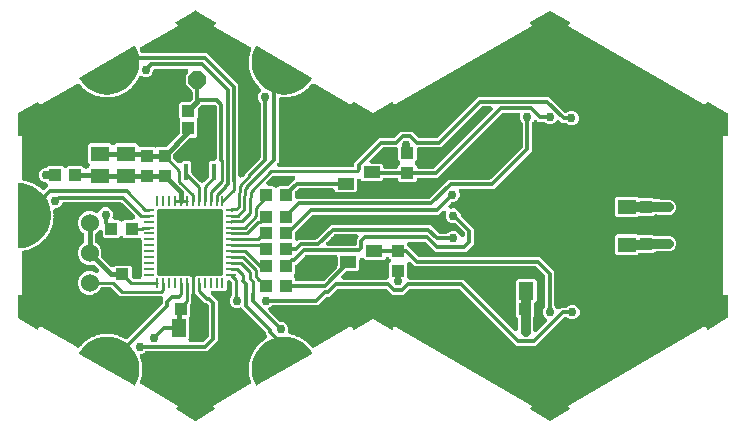
<source format=gbr>
G04 EAGLE Gerber RS-274X export*
G75*
%MOMM*%
%FSLAX34Y34*%
%LPD*%
%INBottom Copper*%
%IPPOS*%
%AMOC8*
5,1,8,0,0,1.08239X$1,22.5*%
G01*
%ADD10C,1.000000*%
%ADD11P,1.649562X8X22.500000*%
%ADD12R,1.100000X1.000000*%
%ADD13R,1.000000X1.100000*%
%ADD14R,1.500000X1.300000*%
%ADD15R,1.300000X1.500000*%
%ADD16C,1.524000*%
%ADD17R,1.400000X1.000000*%
%ADD18R,0.254000X0.812800*%
%ADD19R,0.812800X0.254000*%
%ADD20R,5.384800X5.384800*%
%ADD21R,0.400000X1.399997*%
%ADD22C,0.812800*%
%ADD23C,0.756400*%
%ADD24C,0.254000*%
%ADD25C,0.406400*%
%ADD26C,0.304800*%

G36*
X149997Y-86377D02*
X149997Y-86377D01*
X150074Y-86378D01*
X150099Y-86369D01*
X150119Y-86367D01*
X150159Y-86347D01*
X150230Y-86320D01*
X166730Y-76820D01*
X166752Y-76801D01*
X166778Y-76789D01*
X166812Y-76751D01*
X166815Y-76749D01*
X166818Y-76745D01*
X166826Y-76736D01*
X166879Y-76689D01*
X166892Y-76663D01*
X166911Y-76641D01*
X166935Y-76574D01*
X166965Y-76509D01*
X166967Y-76480D01*
X166976Y-76453D01*
X166971Y-76382D01*
X166975Y-76311D01*
X166965Y-76284D01*
X166963Y-76255D01*
X166920Y-76164D01*
X166905Y-76124D01*
X166898Y-76116D01*
X166892Y-76104D01*
X165169Y-73608D01*
X281752Y-6300D01*
X283030Y-9001D01*
X283047Y-9024D01*
X283057Y-9051D01*
X283106Y-9103D01*
X283149Y-9160D01*
X283174Y-9175D01*
X283193Y-9195D01*
X283259Y-9224D01*
X283321Y-9260D01*
X283349Y-9264D01*
X283376Y-9275D01*
X283447Y-9276D01*
X283518Y-9285D01*
X283546Y-9278D01*
X283574Y-9278D01*
X283669Y-9243D01*
X283710Y-9232D01*
X283718Y-9225D01*
X283730Y-9220D01*
X300230Y280D01*
X300289Y331D01*
X300351Y377D01*
X300363Y397D01*
X300379Y411D01*
X300413Y482D01*
X300453Y548D01*
X300457Y573D01*
X300465Y591D01*
X300467Y635D01*
X300481Y713D01*
X300481Y19713D01*
X300475Y19740D01*
X300477Y19769D01*
X300455Y19837D01*
X300441Y19907D01*
X300425Y19931D01*
X300416Y19958D01*
X300369Y20012D01*
X300328Y20071D01*
X300305Y20087D01*
X300286Y20108D01*
X300221Y20140D01*
X300161Y20178D01*
X300133Y20183D01*
X300107Y20196D01*
X300006Y20205D01*
X299965Y20211D01*
X299955Y20209D01*
X299942Y20210D01*
X296941Y19972D01*
X296941Y154653D01*
X299942Y154415D01*
X299970Y154418D01*
X299998Y154414D01*
X300068Y154430D01*
X300139Y154439D01*
X300164Y154453D01*
X300191Y154460D01*
X300249Y154502D01*
X300311Y154538D01*
X300329Y154561D01*
X300351Y154577D01*
X300388Y154639D01*
X300431Y154697D01*
X300438Y154724D01*
X300453Y154748D01*
X300470Y154849D01*
X300480Y154889D01*
X300478Y154900D01*
X300481Y154913D01*
X300481Y173913D01*
X300465Y173989D01*
X300456Y174066D01*
X300445Y174086D01*
X300441Y174107D01*
X300397Y174172D01*
X300359Y174239D01*
X300340Y174255D01*
X300328Y174271D01*
X300291Y174295D01*
X300230Y174345D01*
X283730Y183845D01*
X283703Y183854D01*
X283680Y183871D01*
X283609Y183885D01*
X283542Y183908D01*
X283513Y183906D01*
X283485Y183912D01*
X283415Y183898D01*
X283344Y183892D01*
X283318Y183879D01*
X283290Y183874D01*
X283231Y183834D01*
X283167Y183801D01*
X283149Y183778D01*
X283125Y183762D01*
X283067Y183680D01*
X283041Y183647D01*
X283038Y183637D01*
X283030Y183626D01*
X281752Y180925D01*
X165169Y248233D01*
X166892Y250729D01*
X166904Y250756D01*
X166922Y250778D01*
X166942Y250846D01*
X166970Y250912D01*
X166970Y250941D01*
X166979Y250968D01*
X166971Y251040D01*
X166971Y251111D01*
X166960Y251137D01*
X166956Y251166D01*
X166921Y251228D01*
X166894Y251294D01*
X166873Y251314D01*
X166859Y251339D01*
X166782Y251403D01*
X166751Y251433D01*
X166741Y251437D01*
X166730Y251445D01*
X150230Y260945D01*
X150158Y260969D01*
X150087Y261000D01*
X150064Y261001D01*
X150042Y261008D01*
X149965Y261002D01*
X149888Y261003D01*
X149864Y260994D01*
X149844Y260992D01*
X149804Y260972D01*
X149732Y260945D01*
X133232Y251445D01*
X133211Y251426D01*
X133184Y251414D01*
X133137Y251361D01*
X133083Y251314D01*
X133071Y251288D01*
X133051Y251266D01*
X133028Y251199D01*
X132997Y251134D01*
X132996Y251105D01*
X132986Y251078D01*
X132991Y251007D01*
X132988Y250936D01*
X132998Y250909D01*
X133000Y250880D01*
X133042Y250789D01*
X133057Y250749D01*
X133065Y250741D01*
X133070Y250729D01*
X134793Y248233D01*
X18205Y180922D01*
X16933Y183625D01*
X16916Y183648D01*
X16905Y183676D01*
X16857Y183728D01*
X16814Y183785D01*
X16789Y183799D01*
X16769Y183820D01*
X16704Y183849D01*
X16643Y183885D01*
X16614Y183889D01*
X16587Y183900D01*
X16516Y183901D01*
X16445Y183910D01*
X16417Y183903D01*
X16388Y183903D01*
X16295Y183868D01*
X16254Y183857D01*
X16245Y183850D01*
X16232Y183845D01*
X-19Y174489D01*
X-16270Y183845D01*
X-16297Y183854D01*
X-16321Y183871D01*
X-16391Y183886D01*
X-16458Y183908D01*
X-16487Y183906D01*
X-16516Y183912D01*
X-16586Y183898D01*
X-16657Y183892D01*
X-16682Y183879D01*
X-16711Y183873D01*
X-16770Y183833D01*
X-16833Y183801D01*
X-16851Y183778D01*
X-16876Y183762D01*
X-16932Y183680D01*
X-16959Y183647D01*
X-16963Y183636D01*
X-16971Y183625D01*
X-18242Y180922D01*
X-49287Y198846D01*
X-49418Y198905D01*
X-49546Y198972D01*
X-49602Y198988D01*
X-49654Y199012D01*
X-49794Y199044D01*
X-49932Y199084D01*
X-49990Y199089D01*
X-50047Y199102D01*
X-50190Y199106D01*
X-50334Y199118D01*
X-50391Y199111D01*
X-50449Y199113D01*
X-50591Y199088D01*
X-50734Y199072D01*
X-50789Y199054D01*
X-50846Y199044D01*
X-50980Y198992D01*
X-51117Y198948D01*
X-51167Y198919D01*
X-51221Y198899D01*
X-51342Y198821D01*
X-51468Y198751D01*
X-51512Y198713D01*
X-51561Y198682D01*
X-51664Y198582D01*
X-51773Y198488D01*
X-51815Y198437D01*
X-51851Y198402D01*
X-51898Y198334D01*
X-51982Y198230D01*
X-52292Y197775D01*
X-52341Y197756D01*
X-52447Y197690D01*
X-52558Y197631D01*
X-52617Y197583D01*
X-52682Y197542D01*
X-52802Y197432D01*
X-52870Y197377D01*
X-52893Y197349D01*
X-52927Y197318D01*
X-53516Y196683D01*
X-53562Y196622D01*
X-53616Y196567D01*
X-53684Y196462D01*
X-53759Y196362D01*
X-53793Y196293D01*
X-53834Y196229D01*
X-53880Y196112D01*
X-53928Y196012D01*
X-54617Y195462D01*
X-54665Y195415D01*
X-54840Y195255D01*
X-55443Y194605D01*
X-55494Y194594D01*
X-55609Y194544D01*
X-55727Y194502D01*
X-55793Y194464D01*
X-55863Y194433D01*
X-55999Y194342D01*
X-56074Y194298D01*
X-56100Y194274D01*
X-56139Y194248D01*
X-56816Y193707D01*
X-56871Y193654D01*
X-56932Y193608D01*
X-57015Y193513D01*
X-57104Y193426D01*
X-57147Y193363D01*
X-57198Y193306D01*
X-57261Y193197D01*
X-57324Y193105D01*
X-58087Y192664D01*
X-58141Y192625D01*
X-58338Y192493D01*
X-59031Y191940D01*
X-59083Y191936D01*
X-59204Y191904D01*
X-59327Y191881D01*
X-59398Y191852D01*
X-59472Y191832D01*
X-59620Y191763D01*
X-59701Y191730D01*
X-59731Y191710D01*
X-59772Y191690D01*
X-60523Y191257D01*
X-60585Y191212D01*
X-60652Y191175D01*
X-60748Y191095D01*
X-60850Y191022D01*
X-60902Y190966D01*
X-60960Y190917D01*
X-61039Y190819D01*
X-61114Y190737D01*
X-61935Y190415D01*
X-61994Y190384D01*
X-62208Y190283D01*
X-62976Y189839D01*
X-63028Y189844D01*
X-63153Y189830D01*
X-63278Y189825D01*
X-63353Y189807D01*
X-63429Y189799D01*
X-63585Y189752D01*
X-63670Y189731D01*
X-63702Y189716D01*
X-63746Y189703D01*
X-64553Y189386D01*
X-64621Y189351D01*
X-64693Y189325D01*
X-64800Y189260D01*
X-64911Y189203D01*
X-64971Y189155D01*
X-65037Y189115D01*
X-65128Y189030D01*
X-65216Y188960D01*
X-66075Y188764D01*
X-66139Y188743D01*
X-66365Y188674D01*
X-67191Y188350D01*
X-67241Y188362D01*
X-67367Y188367D01*
X-67491Y188381D01*
X-67567Y188375D01*
X-67644Y188378D01*
X-67805Y188354D01*
X-67892Y188347D01*
X-67927Y188337D01*
X-67972Y188330D01*
X-68817Y188137D01*
X-68890Y188113D01*
X-68965Y188098D01*
X-69080Y188049D01*
X-69199Y188009D01*
X-69266Y187971D01*
X-69336Y187941D01*
X-69439Y187871D01*
X-69536Y187815D01*
X-70415Y187749D01*
X-70481Y187737D01*
X-70715Y187703D01*
X-71580Y187506D01*
X-71628Y187525D01*
X-71751Y187549D01*
X-71872Y187581D01*
X-71949Y187586D01*
X-72024Y187600D01*
X-72187Y187602D01*
X-72274Y187607D01*
X-72309Y187602D01*
X-72356Y187603D01*
X-73220Y187538D01*
X-73295Y187524D01*
X-73372Y187520D01*
X-73493Y187490D01*
X-73617Y187468D01*
X-73688Y187440D01*
X-73762Y187421D01*
X-73875Y187367D01*
X-73979Y187326D01*
X-74857Y187392D01*
X-74925Y187390D01*
X-75161Y187392D01*
X-76046Y187325D01*
X-76091Y187352D01*
X-76209Y187393D01*
X-76324Y187443D01*
X-76398Y187459D01*
X-76471Y187485D01*
X-76632Y187510D01*
X-76717Y187529D01*
X-76753Y187529D01*
X-76798Y187536D01*
X-77351Y187578D01*
X-77444Y187575D01*
X-77537Y187583D01*
X-77645Y187570D01*
X-77753Y187568D01*
X-77844Y187547D01*
X-77937Y187536D01*
X-78040Y187502D01*
X-78146Y187478D01*
X-78231Y187440D01*
X-78320Y187411D01*
X-78414Y187358D01*
X-78513Y187314D01*
X-78589Y187259D01*
X-78671Y187213D01*
X-78753Y187142D01*
X-78841Y187080D01*
X-78904Y187011D01*
X-78975Y186950D01*
X-79042Y186865D01*
X-79116Y186785D01*
X-79165Y186706D01*
X-79222Y186632D01*
X-79270Y186535D01*
X-79327Y186443D01*
X-79360Y186355D01*
X-79401Y186272D01*
X-79429Y186167D01*
X-79467Y186065D01*
X-79482Y185973D01*
X-79506Y185883D01*
X-79517Y185750D01*
X-79530Y185668D01*
X-79528Y185618D01*
X-79533Y185552D01*
X-79533Y132822D01*
X-80562Y131793D01*
X-80568Y131786D01*
X-80574Y131781D01*
X-80696Y131630D01*
X-80817Y131482D01*
X-80821Y131474D01*
X-80827Y131467D01*
X-80915Y131297D01*
X-81006Y131126D01*
X-81008Y131117D01*
X-81012Y131110D01*
X-81065Y130925D01*
X-81120Y130740D01*
X-81121Y130731D01*
X-81124Y130723D01*
X-81139Y130532D01*
X-81157Y130339D01*
X-81156Y130330D01*
X-81157Y130321D01*
X-81134Y130132D01*
X-81113Y129939D01*
X-81111Y129930D01*
X-81110Y129922D01*
X-81050Y129740D01*
X-80992Y129555D01*
X-80988Y129547D01*
X-80985Y129539D01*
X-80891Y129372D01*
X-80797Y129203D01*
X-80791Y129196D01*
X-80787Y129188D01*
X-80662Y129043D01*
X-80537Y128896D01*
X-80530Y128890D01*
X-80524Y128883D01*
X-80373Y128767D01*
X-80221Y128646D01*
X-80213Y128642D01*
X-80206Y128637D01*
X-80034Y128551D01*
X-79862Y128464D01*
X-79853Y128461D01*
X-79845Y128457D01*
X-79659Y128407D01*
X-79474Y128356D01*
X-79465Y128355D01*
X-79456Y128353D01*
X-79126Y128326D01*
X-17558Y128326D01*
X-17540Y128328D01*
X-17523Y128326D01*
X-17340Y128347D01*
X-17158Y128366D01*
X-17141Y128371D01*
X-17123Y128373D01*
X-16948Y128430D01*
X-16773Y128484D01*
X-16757Y128492D01*
X-16740Y128498D01*
X-16580Y128588D01*
X-16419Y128676D01*
X-16405Y128687D01*
X-16389Y128696D01*
X-16250Y128816D01*
X-16109Y128933D01*
X-16098Y128947D01*
X-16085Y128959D01*
X-15972Y129104D01*
X-15857Y129247D01*
X-15849Y129263D01*
X-15838Y129277D01*
X-15756Y129442D01*
X-15672Y129604D01*
X-15667Y129621D01*
X-15659Y129637D01*
X-15611Y129816D01*
X-15560Y129991D01*
X-15559Y130009D01*
X-15554Y130026D01*
X-15527Y130357D01*
X-15527Y131982D01*
X2547Y150056D01*
X2548Y150056D01*
X5375Y152883D01*
X17647Y152883D01*
X17674Y152886D01*
X17700Y152884D01*
X17874Y152906D01*
X18048Y152923D01*
X18073Y152931D01*
X18100Y152934D01*
X18266Y152990D01*
X18433Y153041D01*
X18456Y153054D01*
X18482Y153063D01*
X18633Y153150D01*
X18787Y153233D01*
X18807Y153250D01*
X18830Y153263D01*
X19083Y153478D01*
X23852Y158246D01*
X33298Y158246D01*
X38067Y153478D01*
X38087Y153461D01*
X38105Y153441D01*
X38243Y153334D01*
X38378Y153223D01*
X38402Y153211D01*
X38423Y153194D01*
X38580Y153116D01*
X38734Y153034D01*
X38759Y153027D01*
X38783Y153015D01*
X38953Y152969D01*
X39120Y152920D01*
X39146Y152917D01*
X39172Y152910D01*
X39503Y152883D01*
X53784Y152883D01*
X53811Y152886D01*
X53837Y152884D01*
X54011Y152906D01*
X54185Y152923D01*
X54210Y152931D01*
X54237Y152934D01*
X54402Y152990D01*
X54569Y153041D01*
X54593Y153054D01*
X54618Y153063D01*
X54770Y153150D01*
X54924Y153233D01*
X54944Y153250D01*
X54967Y153263D01*
X55220Y153478D01*
X89135Y187393D01*
X149408Y187393D01*
X152235Y184566D01*
X161879Y174922D01*
X161893Y174910D01*
X161905Y174897D01*
X162049Y174783D01*
X162191Y174667D01*
X162206Y174658D01*
X162221Y174647D01*
X162384Y174564D01*
X162546Y174478D01*
X162563Y174473D01*
X162579Y174465D01*
X162756Y174416D01*
X162932Y174363D01*
X162950Y174362D01*
X162967Y174357D01*
X163150Y174343D01*
X163333Y174327D01*
X163351Y174329D01*
X163369Y174327D01*
X163551Y174350D01*
X163734Y174370D01*
X163751Y174376D01*
X163768Y174378D01*
X163942Y174436D01*
X164117Y174492D01*
X164133Y174500D01*
X164150Y174506D01*
X164309Y174598D01*
X164470Y174687D01*
X164483Y174698D01*
X164499Y174707D01*
X164752Y174922D01*
X164837Y175007D01*
X167068Y175931D01*
X169482Y175931D01*
X171713Y175007D01*
X173420Y173300D01*
X174344Y171070D01*
X174344Y168655D01*
X173420Y166425D01*
X171713Y164718D01*
X169482Y163794D01*
X167068Y163794D01*
X164837Y164718D01*
X164098Y165457D01*
X164077Y165474D01*
X164060Y165494D01*
X163922Y165601D01*
X163787Y165712D01*
X163763Y165724D01*
X163742Y165741D01*
X163585Y165819D01*
X163431Y165901D01*
X163405Y165908D01*
X163381Y165920D01*
X163212Y165966D01*
X163045Y166015D01*
X163018Y166018D01*
X162993Y166025D01*
X162662Y166052D01*
X159971Y166052D01*
X158379Y167643D01*
X158369Y167652D01*
X158360Y167662D01*
X158214Y167779D01*
X158068Y167898D01*
X158056Y167905D01*
X158045Y167913D01*
X157878Y167999D01*
X157712Y168087D01*
X157699Y168091D01*
X157687Y168097D01*
X157506Y168148D01*
X157326Y168202D01*
X157313Y168203D01*
X157300Y168207D01*
X157113Y168221D01*
X156925Y168238D01*
X156912Y168237D01*
X156898Y168238D01*
X156713Y168215D01*
X156525Y168195D01*
X156512Y168191D01*
X156499Y168189D01*
X156321Y168130D01*
X156141Y168073D01*
X156129Y168067D01*
X156116Y168062D01*
X155953Y167969D01*
X155789Y167878D01*
X155778Y167870D01*
X155767Y167863D01*
X155625Y167739D01*
X155482Y167618D01*
X155473Y167607D01*
X155463Y167598D01*
X155349Y167449D01*
X155232Y167302D01*
X155226Y167290D01*
X155218Y167279D01*
X155211Y167266D01*
X153456Y165511D01*
X151226Y164588D01*
X148812Y164588D01*
X146581Y165511D01*
X145842Y166251D01*
X145821Y166268D01*
X145804Y166288D01*
X145666Y166395D01*
X145530Y166506D01*
X145507Y166518D01*
X145486Y166535D01*
X145329Y166613D01*
X145175Y166694D01*
X145149Y166702D01*
X145125Y166714D01*
X144956Y166759D01*
X144789Y166809D01*
X144762Y166811D01*
X144736Y166818D01*
X144406Y166846D01*
X140127Y166846D01*
X139329Y167643D01*
X139319Y167652D01*
X139311Y167662D01*
X139162Y167780D01*
X139018Y167898D01*
X139006Y167904D01*
X138996Y167913D01*
X138828Y167999D01*
X138662Y168087D01*
X138649Y168091D01*
X138638Y168097D01*
X138457Y168148D01*
X138276Y168202D01*
X138263Y168203D01*
X138250Y168206D01*
X138063Y168221D01*
X137875Y168238D01*
X137862Y168237D01*
X137849Y168238D01*
X137663Y168215D01*
X137475Y168195D01*
X137462Y168191D01*
X137449Y168189D01*
X137271Y168130D01*
X137091Y168073D01*
X137080Y168067D01*
X137067Y168062D01*
X136904Y167969D01*
X136739Y167878D01*
X136729Y167870D01*
X136717Y167863D01*
X136575Y167739D01*
X136432Y167618D01*
X136424Y167607D01*
X136414Y167599D01*
X136299Y167450D01*
X136182Y167302D01*
X136176Y167290D01*
X136168Y167279D01*
X136161Y167267D01*
X135374Y166479D01*
X135357Y166459D01*
X135337Y166441D01*
X135230Y166303D01*
X135119Y166168D01*
X135107Y166144D01*
X135090Y166123D01*
X135012Y165966D01*
X134931Y165812D01*
X134923Y165787D01*
X134911Y165763D01*
X134866Y165593D01*
X134816Y165426D01*
X134814Y165400D01*
X134807Y165374D01*
X134779Y165043D01*
X134779Y142090D01*
X131952Y139263D01*
X102833Y110144D01*
X74854Y110144D01*
X74840Y110142D01*
X74827Y110144D01*
X74641Y110123D01*
X74453Y110104D01*
X74440Y110100D01*
X74427Y110098D01*
X74248Y110041D01*
X74068Y109986D01*
X74056Y109979D01*
X74044Y109975D01*
X73879Y109884D01*
X73714Y109794D01*
X73704Y109785D01*
X73692Y109779D01*
X73548Y109656D01*
X73405Y109536D01*
X73396Y109526D01*
X73386Y109517D01*
X73270Y109369D01*
X73152Y109222D01*
X73146Y109211D01*
X73138Y109200D01*
X73053Y109031D01*
X72967Y108865D01*
X72963Y108852D01*
X72957Y108840D01*
X72907Y108658D01*
X72856Y108478D01*
X72854Y108465D01*
X72851Y108452D01*
X72838Y108265D01*
X72823Y108077D01*
X72824Y108064D01*
X72823Y108050D01*
X72848Y107865D01*
X72870Y107677D01*
X72874Y107664D01*
X72876Y107651D01*
X72977Y107335D01*
X73537Y105982D01*
X73537Y103568D01*
X72614Y101337D01*
X70906Y99630D01*
X68676Y98706D01*
X67631Y98706D01*
X67604Y98704D01*
X67577Y98706D01*
X67403Y98684D01*
X67230Y98666D01*
X67204Y98659D01*
X67178Y98655D01*
X67012Y98600D01*
X66845Y98548D01*
X66821Y98535D01*
X66796Y98527D01*
X66644Y98440D01*
X66491Y98356D01*
X66471Y98339D01*
X66447Y98326D01*
X66194Y98111D01*
X64731Y96648D01*
X64729Y96645D01*
X64725Y96642D01*
X64602Y96491D01*
X64476Y96337D01*
X64474Y96333D01*
X64471Y96329D01*
X64379Y96154D01*
X64288Y95981D01*
X64286Y95977D01*
X64284Y95973D01*
X64227Y95778D01*
X64173Y95595D01*
X64173Y95591D01*
X64171Y95586D01*
X64154Y95388D01*
X64137Y95194D01*
X64137Y95190D01*
X64137Y95185D01*
X64158Y94993D01*
X64180Y94794D01*
X64181Y94790D01*
X64182Y94785D01*
X64242Y94600D01*
X64301Y94410D01*
X64304Y94406D01*
X64305Y94402D01*
X64402Y94229D01*
X64496Y94058D01*
X64499Y94055D01*
X64501Y94051D01*
X64630Y93900D01*
X64757Y93751D01*
X64760Y93748D01*
X64763Y93745D01*
X64919Y93623D01*
X65073Y93501D01*
X65077Y93499D01*
X65080Y93496D01*
X65257Y93408D01*
X65432Y93319D01*
X65436Y93318D01*
X65440Y93316D01*
X65628Y93264D01*
X65819Y93211D01*
X65824Y93211D01*
X65828Y93209D01*
X66019Y93196D01*
X66221Y93182D01*
X66226Y93182D01*
X66230Y93182D01*
X66422Y93207D01*
X66620Y93232D01*
X66625Y93233D01*
X66629Y93234D01*
X66945Y93336D01*
X67055Y93381D01*
X69470Y93381D01*
X71700Y92457D01*
X73407Y90750D01*
X74331Y88520D01*
X74331Y88268D01*
X74334Y88242D01*
X74332Y88215D01*
X74354Y88041D01*
X74371Y87867D01*
X74379Y87842D01*
X74382Y87815D01*
X74438Y87650D01*
X74489Y87483D01*
X74502Y87459D01*
X74511Y87434D01*
X74598Y87282D01*
X74681Y87129D01*
X74698Y87108D01*
X74711Y87085D01*
X74926Y86832D01*
X85567Y76191D01*
X85567Y63509D01*
X78572Y56514D01*
X53190Y56514D01*
X50363Y59341D01*
X45054Y64651D01*
X45033Y64668D01*
X45016Y64688D01*
X44878Y64795D01*
X44743Y64906D01*
X44719Y64918D01*
X44698Y64935D01*
X44541Y65012D01*
X44387Y65094D01*
X44361Y65102D01*
X44337Y65114D01*
X44168Y65159D01*
X44001Y65209D01*
X43974Y65211D01*
X43948Y65218D01*
X43618Y65246D01*
X31249Y65246D01*
X31231Y65244D01*
X31214Y65245D01*
X31031Y65224D01*
X30849Y65206D01*
X30832Y65200D01*
X30814Y65198D01*
X30639Y65141D01*
X30464Y65087D01*
X30448Y65079D01*
X30431Y65073D01*
X30271Y64983D01*
X30110Y64896D01*
X30096Y64884D01*
X30080Y64876D01*
X29941Y64755D01*
X29800Y64638D01*
X29789Y64624D01*
X29776Y64612D01*
X29663Y64467D01*
X29548Y64324D01*
X29540Y64308D01*
X29529Y64294D01*
X29447Y64129D01*
X29363Y63967D01*
X29358Y63950D01*
X29350Y63934D01*
X29302Y63756D01*
X29251Y63580D01*
X29250Y63562D01*
X29245Y63545D01*
X29218Y63214D01*
X29218Y62738D01*
X29221Y62711D01*
X29219Y62684D01*
X29241Y62510D01*
X29258Y62337D01*
X29266Y62311D01*
X29269Y62285D01*
X29325Y62119D01*
X29376Y61952D01*
X29389Y61928D01*
X29397Y61903D01*
X29485Y61751D01*
X29568Y61598D01*
X29585Y61578D01*
X29598Y61554D01*
X29813Y61301D01*
X38290Y52824D01*
X38310Y52807D01*
X38328Y52787D01*
X38466Y52680D01*
X38601Y52569D01*
X38625Y52557D01*
X38646Y52540D01*
X38803Y52462D01*
X38957Y52381D01*
X38982Y52373D01*
X39007Y52361D01*
X39176Y52316D01*
X39343Y52266D01*
X39369Y52264D01*
X39395Y52257D01*
X39726Y52229D01*
X141278Y52229D01*
X153829Y39678D01*
X153829Y11169D01*
X153832Y11143D01*
X153830Y11116D01*
X153852Y10942D01*
X153869Y10769D01*
X153877Y10743D01*
X153881Y10717D01*
X153936Y10551D01*
X153988Y10384D01*
X154000Y10360D01*
X154009Y10335D01*
X154096Y10183D01*
X154179Y10030D01*
X154196Y10009D01*
X154210Y9986D01*
X154424Y9733D01*
X155225Y8933D01*
X155256Y8874D01*
X155265Y8863D01*
X155272Y8851D01*
X155393Y8708D01*
X155513Y8563D01*
X155523Y8555D01*
X155532Y8544D01*
X155679Y8428D01*
X155825Y8310D01*
X155837Y8303D01*
X155848Y8295D01*
X156015Y8210D01*
X156182Y8122D01*
X156195Y8119D01*
X156207Y8112D01*
X156389Y8062D01*
X156568Y8009D01*
X156582Y8008D01*
X156595Y8004D01*
X156783Y7991D01*
X156969Y7975D01*
X156983Y7976D01*
X156996Y7975D01*
X157184Y7999D01*
X157370Y8020D01*
X157382Y8024D01*
X157396Y8025D01*
X157575Y8086D01*
X157753Y8143D01*
X157765Y8149D01*
X157778Y8154D01*
X157940Y8247D01*
X158104Y8339D01*
X158115Y8348D01*
X158126Y8355D01*
X158379Y8569D01*
X159177Y9367D01*
X163456Y9367D01*
X163482Y9370D01*
X163509Y9368D01*
X163683Y9390D01*
X163856Y9407D01*
X163882Y9415D01*
X163908Y9418D01*
X164074Y9474D01*
X164241Y9525D01*
X164265Y9538D01*
X164290Y9546D01*
X164442Y9634D01*
X164595Y9717D01*
X164616Y9734D01*
X164639Y9747D01*
X164892Y9962D01*
X165631Y10701D01*
X167862Y11625D01*
X170276Y11625D01*
X172506Y10701D01*
X174214Y8994D01*
X175137Y6763D01*
X175137Y4349D01*
X174214Y2119D01*
X172506Y411D01*
X170276Y-512D01*
X167862Y-512D01*
X165631Y411D01*
X164892Y1151D01*
X164871Y1168D01*
X164854Y1188D01*
X164716Y1295D01*
X164580Y1406D01*
X164557Y1418D01*
X164536Y1435D01*
X164379Y1513D01*
X164225Y1594D01*
X164199Y1602D01*
X164175Y1614D01*
X164006Y1659D01*
X163839Y1709D01*
X163812Y1711D01*
X163786Y1718D01*
X163456Y1746D01*
X163175Y1746D01*
X163149Y1743D01*
X163122Y1745D01*
X162948Y1723D01*
X162775Y1706D01*
X162749Y1698D01*
X162723Y1694D01*
X162557Y1639D01*
X162390Y1588D01*
X162366Y1575D01*
X162341Y1566D01*
X162189Y1479D01*
X162036Y1396D01*
X162015Y1379D01*
X161992Y1365D01*
X161739Y1151D01*
X137791Y-22797D01*
X121607Y-22797D01*
X118780Y-19970D01*
X73847Y24963D01*
X73826Y24980D01*
X73809Y25000D01*
X73671Y25107D01*
X73536Y25218D01*
X73512Y25231D01*
X73491Y25247D01*
X73334Y25325D01*
X73180Y25407D01*
X73154Y25414D01*
X73130Y25426D01*
X72961Y25472D01*
X72794Y25522D01*
X72767Y25524D01*
X72742Y25531D01*
X72411Y25558D01*
X32207Y25558D01*
X32180Y25555D01*
X32153Y25557D01*
X31979Y25535D01*
X31806Y25518D01*
X31780Y25510D01*
X31754Y25507D01*
X31588Y25451D01*
X31421Y25400D01*
X31397Y25387D01*
X31372Y25379D01*
X31220Y25291D01*
X31067Y25208D01*
X31047Y25191D01*
X31023Y25178D01*
X30770Y24963D01*
X26154Y20347D01*
X16708Y20347D01*
X12092Y24963D01*
X12072Y24980D01*
X12054Y25000D01*
X11916Y25107D01*
X11781Y25218D01*
X11757Y25231D01*
X11736Y25247D01*
X11579Y25325D01*
X11425Y25407D01*
X11400Y25414D01*
X11375Y25426D01*
X11206Y25472D01*
X11039Y25522D01*
X11013Y25524D01*
X10987Y25531D01*
X10656Y25558D01*
X-28843Y25558D01*
X-28870Y25555D01*
X-28896Y25557D01*
X-29070Y25535D01*
X-29244Y25518D01*
X-29269Y25510D01*
X-29296Y25507D01*
X-29461Y25451D01*
X-29629Y25400D01*
X-29652Y25387D01*
X-29677Y25379D01*
X-29829Y25291D01*
X-29983Y25208D01*
X-30003Y25191D01*
X-30026Y25178D01*
X-30279Y24963D01*
X-36606Y18637D01*
X-37839Y18637D01*
X-37866Y18634D01*
X-37892Y18636D01*
X-38066Y18614D01*
X-38240Y18597D01*
X-38265Y18589D01*
X-38292Y18585D01*
X-38457Y18530D01*
X-38625Y18478D01*
X-38648Y18466D01*
X-38674Y18457D01*
X-38825Y18370D01*
X-38979Y18287D01*
X-38999Y18270D01*
X-39022Y18256D01*
X-39275Y18042D01*
X-43219Y14098D01*
X-46047Y11271D01*
X-84874Y11271D01*
X-84901Y11268D01*
X-84928Y11270D01*
X-85102Y11248D01*
X-85275Y11231D01*
X-85301Y11223D01*
X-85327Y11219D01*
X-85493Y11164D01*
X-85660Y11112D01*
X-85684Y11100D01*
X-85709Y11091D01*
X-85860Y11004D01*
X-86014Y10921D01*
X-86034Y10904D01*
X-86058Y10890D01*
X-86311Y10676D01*
X-87050Y9936D01*
X-87130Y9903D01*
X-87142Y9897D01*
X-87155Y9893D01*
X-87319Y9802D01*
X-87485Y9713D01*
X-87495Y9705D01*
X-87507Y9698D01*
X-87650Y9577D01*
X-87795Y9457D01*
X-87804Y9446D01*
X-87814Y9438D01*
X-87930Y9290D01*
X-88049Y9144D01*
X-88055Y9132D01*
X-88064Y9122D01*
X-88149Y8954D01*
X-88236Y8788D01*
X-88240Y8775D01*
X-88246Y8763D01*
X-88297Y8581D01*
X-88349Y8401D01*
X-88350Y8388D01*
X-88354Y8375D01*
X-88368Y8185D01*
X-88384Y8000D01*
X-88382Y7987D01*
X-88383Y7973D01*
X-88360Y7786D01*
X-88339Y7600D01*
X-88335Y7587D01*
X-88333Y7574D01*
X-88273Y7396D01*
X-88215Y7217D01*
X-88209Y7205D01*
X-88205Y7192D01*
X-88111Y7030D01*
X-88019Y6865D01*
X-88010Y6855D01*
X-88004Y6843D01*
X-87789Y6590D01*
X-78794Y-2404D01*
X-78774Y-2421D01*
X-78756Y-2442D01*
X-78618Y-2549D01*
X-78483Y-2659D01*
X-78459Y-2672D01*
X-78438Y-2688D01*
X-78281Y-2766D01*
X-78127Y-2848D01*
X-78102Y-2856D01*
X-78077Y-2868D01*
X-77908Y-2913D01*
X-77741Y-2963D01*
X-77715Y-2965D01*
X-77689Y-2972D01*
X-77358Y-2999D01*
X-76313Y-2999D01*
X-74082Y-3923D01*
X-72375Y-5630D01*
X-71451Y-7861D01*
X-71451Y-10275D01*
X-71490Y-10370D01*
X-71530Y-10503D01*
X-71579Y-10632D01*
X-71588Y-10695D01*
X-71607Y-10755D01*
X-71620Y-10893D01*
X-71641Y-11030D01*
X-71639Y-11093D01*
X-71645Y-11156D01*
X-71630Y-11294D01*
X-71625Y-11432D01*
X-71610Y-11494D01*
X-71603Y-11556D01*
X-71562Y-11689D01*
X-71529Y-11823D01*
X-71502Y-11881D01*
X-71483Y-11941D01*
X-71417Y-12063D01*
X-71358Y-12188D01*
X-71320Y-12239D01*
X-71290Y-12294D01*
X-71201Y-12400D01*
X-71118Y-12512D01*
X-71072Y-12554D01*
X-71031Y-12602D01*
X-70923Y-12689D01*
X-70820Y-12782D01*
X-70765Y-12814D01*
X-70716Y-12853D01*
X-70593Y-12916D01*
X-70474Y-12987D01*
X-70414Y-13008D01*
X-70358Y-13037D01*
X-70225Y-13075D01*
X-70094Y-13121D01*
X-70022Y-13132D01*
X-69971Y-13147D01*
X-69890Y-13153D01*
X-69766Y-13173D01*
X-69530Y-13190D01*
X-69489Y-13223D01*
X-69379Y-13282D01*
X-69273Y-13349D01*
X-69201Y-13376D01*
X-69134Y-13412D01*
X-68978Y-13461D01*
X-68897Y-13492D01*
X-68861Y-13498D01*
X-68817Y-13512D01*
X-67972Y-13705D01*
X-67896Y-13715D01*
X-67822Y-13734D01*
X-67697Y-13740D01*
X-67573Y-13756D01*
X-67496Y-13750D01*
X-67420Y-13754D01*
X-67296Y-13735D01*
X-67185Y-13727D01*
X-66365Y-14049D01*
X-66300Y-14068D01*
X-66075Y-14139D01*
X-65210Y-14337D01*
X-65175Y-14376D01*
X-65074Y-14450D01*
X-64979Y-14532D01*
X-64913Y-14569D01*
X-64851Y-14615D01*
X-64705Y-14687D01*
X-64629Y-14730D01*
X-64594Y-14741D01*
X-64553Y-14761D01*
X-63746Y-15078D01*
X-63673Y-15099D01*
X-63602Y-15129D01*
X-63479Y-15153D01*
X-63359Y-15187D01*
X-63283Y-15193D01*
X-63207Y-15209D01*
X-63082Y-15209D01*
X-62971Y-15217D01*
X-62208Y-15658D01*
X-62147Y-15686D01*
X-61935Y-15790D01*
X-61109Y-16114D01*
X-61080Y-16158D01*
X-60991Y-16246D01*
X-60910Y-16342D01*
X-60849Y-16389D01*
X-60795Y-16443D01*
X-60662Y-16536D01*
X-60593Y-16590D01*
X-60560Y-16606D01*
X-60523Y-16632D01*
X-59772Y-17065D01*
X-59702Y-17097D01*
X-59637Y-17137D01*
X-59519Y-17180D01*
X-59405Y-17231D01*
X-59331Y-17248D01*
X-59259Y-17275D01*
X-59135Y-17293D01*
X-59026Y-17319D01*
X-58338Y-17868D01*
X-58281Y-17905D01*
X-58087Y-18039D01*
X-57318Y-18483D01*
X-57296Y-18530D01*
X-57222Y-18631D01*
X-57156Y-18738D01*
X-57103Y-18793D01*
X-57058Y-18855D01*
X-56939Y-18967D01*
X-56879Y-19030D01*
X-56850Y-19051D01*
X-56816Y-19082D01*
X-56139Y-19623D01*
X-56074Y-19664D01*
X-56016Y-19714D01*
X-55906Y-19774D01*
X-55801Y-19842D01*
X-55729Y-19870D01*
X-55662Y-19906D01*
X-55543Y-19943D01*
X-55439Y-19984D01*
X-54840Y-20630D01*
X-54789Y-20675D01*
X-54617Y-20837D01*
X-53924Y-21390D01*
X-53909Y-21441D01*
X-53850Y-21552D01*
X-53801Y-21666D01*
X-53757Y-21729D01*
X-53721Y-21797D01*
X-53620Y-21925D01*
X-53571Y-21997D01*
X-53545Y-22021D01*
X-53516Y-22058D01*
X-52927Y-22693D01*
X-52869Y-22744D01*
X-52819Y-22801D01*
X-52719Y-22877D01*
X-52625Y-22960D01*
X-52559Y-22998D01*
X-52498Y-23045D01*
X-52385Y-23099D01*
X-52289Y-23155D01*
X-51982Y-23605D01*
X-51889Y-23716D01*
X-51804Y-23831D01*
X-51760Y-23870D01*
X-51723Y-23914D01*
X-51611Y-24004D01*
X-51504Y-24100D01*
X-51454Y-24129D01*
X-51409Y-24166D01*
X-51281Y-24232D01*
X-51157Y-24305D01*
X-51103Y-24324D01*
X-51051Y-24350D01*
X-50913Y-24390D01*
X-50777Y-24437D01*
X-50720Y-24445D01*
X-50664Y-24461D01*
X-50521Y-24472D01*
X-50378Y-24492D01*
X-50320Y-24488D01*
X-50262Y-24493D01*
X-50120Y-24475D01*
X-49976Y-24467D01*
X-49920Y-24452D01*
X-49863Y-24445D01*
X-49726Y-24400D01*
X-49587Y-24363D01*
X-49528Y-24334D01*
X-49480Y-24319D01*
X-49408Y-24278D01*
X-49287Y-24221D01*
X-18242Y-6297D01*
X-16971Y-9000D01*
X-16953Y-9023D01*
X-16943Y-9051D01*
X-16894Y-9103D01*
X-16852Y-9160D01*
X-16827Y-9174D01*
X-16807Y-9195D01*
X-16741Y-9224D01*
X-16680Y-9260D01*
X-16651Y-9264D01*
X-16624Y-9275D01*
X-16553Y-9276D01*
X-16483Y-9285D01*
X-16455Y-9278D01*
X-16426Y-9278D01*
X-16333Y-9243D01*
X-16291Y-9232D01*
X-16283Y-9225D01*
X-16270Y-9220D01*
X-19Y136D01*
X16232Y-9220D01*
X16260Y-9229D01*
X16284Y-9246D01*
X16354Y-9261D01*
X16421Y-9283D01*
X16450Y-9281D01*
X16478Y-9287D01*
X16548Y-9273D01*
X16619Y-9267D01*
X16645Y-9254D01*
X16673Y-9248D01*
X16732Y-9208D01*
X16795Y-9176D01*
X16814Y-9153D01*
X16838Y-9137D01*
X16895Y-9055D01*
X16922Y-9022D01*
X16925Y-9011D01*
X16933Y-9000D01*
X18205Y-6297D01*
X134793Y-73608D01*
X133070Y-76104D01*
X133059Y-76131D01*
X133041Y-76153D01*
X133020Y-76221D01*
X132992Y-76287D01*
X132992Y-76316D01*
X132984Y-76343D01*
X132992Y-76415D01*
X132992Y-76486D01*
X133003Y-76512D01*
X133006Y-76541D01*
X133041Y-76603D01*
X133069Y-76669D01*
X133090Y-76689D01*
X133104Y-76714D01*
X133167Y-76766D01*
X133171Y-76772D01*
X133180Y-76777D01*
X133181Y-76778D01*
X133211Y-76808D01*
X133222Y-76812D01*
X133232Y-76820D01*
X149732Y-86320D01*
X149805Y-86344D01*
X149876Y-86375D01*
X149899Y-86376D01*
X149921Y-86383D01*
X149997Y-86377D01*
G37*
G36*
X-278397Y108879D02*
X-278397Y108879D01*
X-278252Y108890D01*
X-278198Y108904D01*
X-278142Y108911D01*
X-278004Y108958D01*
X-277864Y108997D01*
X-277814Y109022D01*
X-277761Y109040D01*
X-277634Y109112D01*
X-277504Y109178D01*
X-277460Y109213D01*
X-277412Y109241D01*
X-277249Y109379D01*
X-277188Y109427D01*
X-277176Y109441D01*
X-277159Y109455D01*
X-275313Y111301D01*
X-275302Y111314D01*
X-275289Y111326D01*
X-275175Y111470D01*
X-275058Y111612D01*
X-275050Y111628D01*
X-275039Y111642D01*
X-274955Y111806D01*
X-274870Y111968D01*
X-274865Y111985D01*
X-274857Y112001D01*
X-274807Y112178D01*
X-274755Y112354D01*
X-274753Y112372D01*
X-274749Y112389D01*
X-274735Y112572D01*
X-274719Y112755D01*
X-274721Y112773D01*
X-274719Y112790D01*
X-274742Y112972D01*
X-274762Y113155D01*
X-274767Y113172D01*
X-274770Y113190D01*
X-274828Y113363D01*
X-274884Y113539D01*
X-274892Y113555D01*
X-274898Y113571D01*
X-274990Y113731D01*
X-275078Y113891D01*
X-275090Y113905D01*
X-275099Y113920D01*
X-275313Y114173D01*
X-275920Y114780D01*
X-275941Y114797D01*
X-275958Y114817D01*
X-276096Y114924D01*
X-276232Y115035D01*
X-276255Y115048D01*
X-276277Y115064D01*
X-276433Y115142D01*
X-276587Y115224D01*
X-276613Y115231D01*
X-276637Y115243D01*
X-276806Y115289D01*
X-276973Y115339D01*
X-277000Y115341D01*
X-277026Y115348D01*
X-277357Y115375D01*
X-277432Y115375D01*
X-279663Y116299D01*
X-281370Y118006D01*
X-282294Y120237D01*
X-282294Y122651D01*
X-281370Y124881D01*
X-279663Y126589D01*
X-277432Y127512D01*
X-277357Y127512D01*
X-277330Y127515D01*
X-277303Y127513D01*
X-277129Y127535D01*
X-276956Y127552D01*
X-276930Y127560D01*
X-276904Y127564D01*
X-276738Y127619D01*
X-276571Y127671D01*
X-276547Y127683D01*
X-276522Y127692D01*
X-276370Y127779D01*
X-276217Y127862D01*
X-276197Y127879D01*
X-276173Y127893D01*
X-275920Y128107D01*
X-274797Y129230D01*
X-262903Y129230D01*
X-261786Y128114D01*
X-261772Y128103D01*
X-261761Y128089D01*
X-261616Y127975D01*
X-261475Y127859D01*
X-261459Y127851D01*
X-261445Y127839D01*
X-261281Y127756D01*
X-261119Y127670D01*
X-261102Y127665D01*
X-261086Y127657D01*
X-260909Y127608D01*
X-260733Y127556D01*
X-260715Y127554D01*
X-260698Y127549D01*
X-260515Y127536D01*
X-260332Y127519D01*
X-260314Y127521D01*
X-260297Y127520D01*
X-260115Y127543D01*
X-259932Y127563D01*
X-259915Y127568D01*
X-259897Y127570D01*
X-259723Y127629D01*
X-259548Y127684D01*
X-259532Y127693D01*
X-259516Y127698D01*
X-259357Y127790D01*
X-259196Y127879D01*
X-259182Y127890D01*
X-259167Y127899D01*
X-258914Y128114D01*
X-257797Y129230D01*
X-245903Y129230D01*
X-244218Y127545D01*
X-244204Y127534D01*
X-244192Y127520D01*
X-244048Y127406D01*
X-243906Y127290D01*
X-243890Y127282D01*
X-243876Y127271D01*
X-243712Y127187D01*
X-243550Y127102D01*
X-243533Y127096D01*
X-243517Y127088D01*
X-243340Y127039D01*
X-243164Y126987D01*
X-243147Y126985D01*
X-243129Y126980D01*
X-242946Y126967D01*
X-242763Y126950D01*
X-242746Y126952D01*
X-242728Y126951D01*
X-242546Y126974D01*
X-242363Y126994D01*
X-242346Y126999D01*
X-242328Y127001D01*
X-242155Y127060D01*
X-241979Y127115D01*
X-241964Y127124D01*
X-241947Y127130D01*
X-241787Y127221D01*
X-241627Y127310D01*
X-241614Y127322D01*
X-241598Y127331D01*
X-241345Y127545D01*
X-240151Y128739D01*
X-240140Y128752D01*
X-240127Y128764D01*
X-240013Y128908D01*
X-239896Y129050D01*
X-239888Y129066D01*
X-239877Y129080D01*
X-239793Y129244D01*
X-239708Y129406D01*
X-239703Y129423D01*
X-239695Y129439D01*
X-239645Y129616D01*
X-239593Y129792D01*
X-239591Y129810D01*
X-239587Y129827D01*
X-239573Y130010D01*
X-239557Y130193D01*
X-239559Y130211D01*
X-239557Y130228D01*
X-239580Y130410D01*
X-239600Y130593D01*
X-239605Y130610D01*
X-239608Y130628D01*
X-239666Y130801D01*
X-239722Y130977D01*
X-239730Y130993D01*
X-239736Y131009D01*
X-239828Y131169D01*
X-239916Y131329D01*
X-239928Y131343D01*
X-239937Y131358D01*
X-240151Y131611D01*
X-240768Y132228D01*
X-240768Y147122D01*
X-239428Y148462D01*
X-222534Y148462D01*
X-221305Y147233D01*
X-221291Y147221D01*
X-221280Y147208D01*
X-221136Y147094D01*
X-220994Y146978D01*
X-220978Y146969D01*
X-220964Y146958D01*
X-220800Y146875D01*
X-220638Y146789D01*
X-220621Y146784D01*
X-220605Y146776D01*
X-220428Y146727D01*
X-220252Y146674D01*
X-220234Y146673D01*
X-220217Y146668D01*
X-220034Y146654D01*
X-219851Y146638D01*
X-219833Y146640D01*
X-219815Y146638D01*
X-219633Y146661D01*
X-219451Y146681D01*
X-219434Y146687D01*
X-219416Y146689D01*
X-219242Y146747D01*
X-219067Y146803D01*
X-219051Y146811D01*
X-219034Y146817D01*
X-218876Y146909D01*
X-218715Y146998D01*
X-218701Y147009D01*
X-218685Y147018D01*
X-218432Y147233D01*
X-217203Y148462D01*
X-200309Y148462D01*
X-198834Y146987D01*
X-198811Y146914D01*
X-198803Y146898D01*
X-198797Y146881D01*
X-198707Y146721D01*
X-198620Y146560D01*
X-198608Y146546D01*
X-198600Y146530D01*
X-198479Y146391D01*
X-198362Y146250D01*
X-198348Y146239D01*
X-198336Y146226D01*
X-198191Y146113D01*
X-198048Y145998D01*
X-198032Y145990D01*
X-198018Y145979D01*
X-197853Y145897D01*
X-197691Y145813D01*
X-197674Y145808D01*
X-197658Y145800D01*
X-197480Y145752D01*
X-197304Y145701D01*
X-197286Y145700D01*
X-197269Y145695D01*
X-196938Y145668D01*
X-185347Y145668D01*
X-185189Y145511D01*
X-185176Y145500D01*
X-185164Y145486D01*
X-185020Y145372D01*
X-184878Y145256D01*
X-184862Y145247D01*
X-184848Y145236D01*
X-184685Y145153D01*
X-184522Y145067D01*
X-184505Y145062D01*
X-184489Y145054D01*
X-184313Y145005D01*
X-184136Y144952D01*
X-184119Y144951D01*
X-184101Y144946D01*
X-183918Y144933D01*
X-183735Y144916D01*
X-183718Y144918D01*
X-183700Y144917D01*
X-183518Y144940D01*
X-183335Y144959D01*
X-183318Y144965D01*
X-183300Y144967D01*
X-183126Y145025D01*
X-182951Y145081D01*
X-182936Y145090D01*
X-182919Y145095D01*
X-182759Y145187D01*
X-182599Y145276D01*
X-182585Y145287D01*
X-182570Y145296D01*
X-182317Y145511D01*
X-182160Y145668D01*
X-175375Y145668D01*
X-175348Y145671D01*
X-175321Y145669D01*
X-175148Y145691D01*
X-174974Y145708D01*
X-174949Y145716D01*
X-174922Y145719D01*
X-174756Y145775D01*
X-174589Y145826D01*
X-174566Y145839D01*
X-174540Y145847D01*
X-174389Y145935D01*
X-174235Y146018D01*
X-174215Y146035D01*
X-174191Y146048D01*
X-173938Y146263D01*
X-164019Y156182D01*
X-164002Y156203D01*
X-163982Y156220D01*
X-163875Y156358D01*
X-163764Y156494D01*
X-163752Y156517D01*
X-163735Y156538D01*
X-163657Y156695D01*
X-163575Y156849D01*
X-163568Y156875D01*
X-163556Y156899D01*
X-163510Y157068D01*
X-163461Y157235D01*
X-163459Y157254D01*
X-163457Y157260D01*
X-163457Y157268D01*
X-163451Y157288D01*
X-163424Y157619D01*
X-163424Y167711D01*
X-163409Y167741D01*
X-163323Y167903D01*
X-163318Y167920D01*
X-163310Y167936D01*
X-163261Y168113D01*
X-163209Y168289D01*
X-163207Y168306D01*
X-163202Y168324D01*
X-163189Y168507D01*
X-163172Y168690D01*
X-163174Y168707D01*
X-163173Y168725D01*
X-163196Y168908D01*
X-163216Y169090D01*
X-163221Y169107D01*
X-163223Y169125D01*
X-163282Y169299D01*
X-163337Y169474D01*
X-163346Y169489D01*
X-163351Y169506D01*
X-163443Y169665D01*
X-163532Y169826D01*
X-163543Y169840D01*
X-163552Y169855D01*
X-163767Y170108D01*
X-163924Y170265D01*
X-163924Y182160D01*
X-162585Y183499D01*
X-155081Y183499D01*
X-155055Y183502D01*
X-155028Y183500D01*
X-154854Y183522D01*
X-154681Y183539D01*
X-154655Y183547D01*
X-154628Y183550D01*
X-154463Y183606D01*
X-154296Y183657D01*
X-154272Y183670D01*
X-154247Y183679D01*
X-154095Y183766D01*
X-153942Y183849D01*
X-153921Y183866D01*
X-153898Y183880D01*
X-153645Y184094D01*
X-152837Y184902D01*
X-152820Y184923D01*
X-152800Y184940D01*
X-152693Y185078D01*
X-152582Y185214D01*
X-152569Y185237D01*
X-152553Y185259D01*
X-152475Y185415D01*
X-152393Y185570D01*
X-152386Y185595D01*
X-152374Y185619D01*
X-152328Y185788D01*
X-152278Y185955D01*
X-152276Y185982D01*
X-152269Y186008D01*
X-152242Y186339D01*
X-152242Y191365D01*
X-152245Y191392D01*
X-152243Y191419D01*
X-152265Y191593D01*
X-152282Y191766D01*
X-152290Y191792D01*
X-152293Y191818D01*
X-152349Y191984D01*
X-152400Y192151D01*
X-152413Y192175D01*
X-152421Y192200D01*
X-152509Y192351D01*
X-152592Y192505D01*
X-152609Y192525D01*
X-152622Y192549D01*
X-152837Y192802D01*
X-158338Y198303D01*
X-158338Y206510D01*
X-156722Y208125D01*
X-156717Y208132D01*
X-156710Y208138D01*
X-156590Y208287D01*
X-156467Y208437D01*
X-156463Y208445D01*
X-156458Y208452D01*
X-156369Y208622D01*
X-156279Y208792D01*
X-156276Y208801D01*
X-156272Y208809D01*
X-156219Y208993D01*
X-156164Y209178D01*
X-156163Y209187D01*
X-156161Y209196D01*
X-156145Y209387D01*
X-156128Y209579D01*
X-156129Y209588D01*
X-156128Y209597D01*
X-156150Y209786D01*
X-156171Y209980D01*
X-156174Y209988D01*
X-156175Y209997D01*
X-156234Y210179D01*
X-156293Y210363D01*
X-156297Y210371D01*
X-156300Y210380D01*
X-156395Y210548D01*
X-156487Y210716D01*
X-156493Y210722D01*
X-156498Y210730D01*
X-156623Y210876D01*
X-156748Y211023D01*
X-156755Y211028D01*
X-156761Y211035D01*
X-156912Y211152D01*
X-157064Y211272D01*
X-157072Y211276D01*
X-157079Y211282D01*
X-157251Y211367D01*
X-157423Y211455D01*
X-157431Y211457D01*
X-157439Y211461D01*
X-157625Y211511D01*
X-157811Y211563D01*
X-157819Y211563D01*
X-157828Y211566D01*
X-158159Y211593D01*
X-183841Y211593D01*
X-183859Y211591D01*
X-183877Y211592D01*
X-184059Y211571D01*
X-184242Y211553D01*
X-184259Y211548D01*
X-184277Y211546D01*
X-184451Y211489D01*
X-184627Y211435D01*
X-184642Y211426D01*
X-184659Y211421D01*
X-184820Y211330D01*
X-184981Y211243D01*
X-184994Y211232D01*
X-185010Y211223D01*
X-185149Y211103D01*
X-185290Y210985D01*
X-185301Y210971D01*
X-185315Y210960D01*
X-185427Y210815D01*
X-185542Y210671D01*
X-185551Y210656D01*
X-185562Y210642D01*
X-185644Y210477D01*
X-185728Y210314D01*
X-185733Y210297D01*
X-185741Y210281D01*
X-185789Y210103D01*
X-185839Y209927D01*
X-185841Y209909D01*
X-185845Y209892D01*
X-185872Y209562D01*
X-185872Y209557D01*
X-186796Y207327D01*
X-188504Y205619D01*
X-190734Y204696D01*
X-193148Y204696D01*
X-195463Y205654D01*
X-195618Y205701D01*
X-195771Y205754D01*
X-195811Y205759D01*
X-195848Y205771D01*
X-196009Y205786D01*
X-196170Y205808D01*
X-196210Y205805D01*
X-196249Y205809D01*
X-196410Y205792D01*
X-196572Y205782D01*
X-196610Y205771D01*
X-196650Y205767D01*
X-196805Y205719D01*
X-196961Y205677D01*
X-196996Y205659D01*
X-197034Y205647D01*
X-197177Y205570D01*
X-197321Y205498D01*
X-197352Y205473D01*
X-197387Y205454D01*
X-197511Y205350D01*
X-197639Y205251D01*
X-197665Y205221D01*
X-197695Y205195D01*
X-197797Y205068D01*
X-197902Y204946D01*
X-197925Y204908D01*
X-197946Y204880D01*
X-197986Y204802D01*
X-198070Y204660D01*
X-198429Y203916D01*
X-198455Y203844D01*
X-198490Y203776D01*
X-198524Y203655D01*
X-198567Y203538D01*
X-198578Y203462D01*
X-198599Y203388D01*
X-198609Y203263D01*
X-198625Y203153D01*
X-199122Y202425D01*
X-199154Y202366D01*
X-199274Y202162D01*
X-199659Y201363D01*
X-199705Y201337D01*
X-199800Y201256D01*
X-199901Y201182D01*
X-199952Y201125D01*
X-200010Y201075D01*
X-200113Y200948D01*
X-200172Y200884D01*
X-200190Y200853D01*
X-200219Y200817D01*
X-200707Y200101D01*
X-200744Y200034D01*
X-200789Y199972D01*
X-200840Y199858D01*
X-200900Y199748D01*
X-200923Y199675D01*
X-200954Y199605D01*
X-200982Y199483D01*
X-201016Y199376D01*
X-201615Y198731D01*
X-201656Y198677D01*
X-201805Y198493D01*
X-202305Y197760D01*
X-202353Y197742D01*
X-202460Y197675D01*
X-202570Y197617D01*
X-202630Y197569D01*
X-202695Y197528D01*
X-202815Y197418D01*
X-202883Y197363D01*
X-202905Y197335D01*
X-202939Y197304D01*
X-203529Y196669D01*
X-203576Y196608D01*
X-203629Y196553D01*
X-203697Y196448D01*
X-203773Y196348D01*
X-203806Y196279D01*
X-203847Y196215D01*
X-203893Y196099D01*
X-203942Y195998D01*
X-204631Y195449D01*
X-204679Y195402D01*
X-204854Y195243D01*
X-205457Y194592D01*
X-205509Y194581D01*
X-205623Y194531D01*
X-205742Y194490D01*
X-205807Y194451D01*
X-205878Y194421D01*
X-206013Y194330D01*
X-206088Y194285D01*
X-206115Y194261D01*
X-206153Y194236D01*
X-206831Y193696D01*
X-206886Y193642D01*
X-206947Y193596D01*
X-207030Y193502D01*
X-207120Y193415D01*
X-207163Y193352D01*
X-207213Y193294D01*
X-207276Y193186D01*
X-207339Y193094D01*
X-208102Y192653D01*
X-208157Y192614D01*
X-208353Y192482D01*
X-209047Y191929D01*
X-209099Y191926D01*
X-209221Y191894D01*
X-209344Y191871D01*
X-209414Y191842D01*
X-209489Y191822D01*
X-209636Y191753D01*
X-209717Y191720D01*
X-209747Y191700D01*
X-209789Y191681D01*
X-210539Y191247D01*
X-210601Y191203D01*
X-210669Y191166D01*
X-210765Y191086D01*
X-210866Y191013D01*
X-210919Y190957D01*
X-210977Y190908D01*
X-211055Y190810D01*
X-211131Y190728D01*
X-211952Y190406D01*
X-212012Y190376D01*
X-212225Y190275D01*
X-212994Y189831D01*
X-213046Y189836D01*
X-213170Y189822D01*
X-213296Y189818D01*
X-213370Y189800D01*
X-213446Y189791D01*
X-213602Y189744D01*
X-213687Y189724D01*
X-213720Y189709D01*
X-213764Y189696D01*
X-214571Y189379D01*
X-214639Y189345D01*
X-214711Y189318D01*
X-214818Y189253D01*
X-214929Y189196D01*
X-214989Y189148D01*
X-215055Y189109D01*
X-215146Y189024D01*
X-215234Y188954D01*
X-216093Y188758D01*
X-216157Y188737D01*
X-216383Y188669D01*
X-217209Y188345D01*
X-217260Y188357D01*
X-217385Y188362D01*
X-217510Y188376D01*
X-217586Y188370D01*
X-217662Y188373D01*
X-217824Y188350D01*
X-217911Y188342D01*
X-217945Y188332D01*
X-217991Y188326D01*
X-218836Y188133D01*
X-218908Y188109D01*
X-218983Y188094D01*
X-219099Y188045D01*
X-219218Y188005D01*
X-219284Y187967D01*
X-219355Y187937D01*
X-219458Y187867D01*
X-219555Y187811D01*
X-220434Y187746D01*
X-220500Y187734D01*
X-220734Y187701D01*
X-221599Y187503D01*
X-221647Y187523D01*
X-221770Y187547D01*
X-221891Y187579D01*
X-221968Y187584D01*
X-222043Y187599D01*
X-222206Y187600D01*
X-222293Y187605D01*
X-222329Y187601D01*
X-222375Y187601D01*
X-223239Y187536D01*
X-223314Y187523D01*
X-223391Y187519D01*
X-223512Y187489D01*
X-223636Y187467D01*
X-223707Y187439D01*
X-223781Y187420D01*
X-223894Y187366D01*
X-223998Y187325D01*
X-224877Y187392D01*
X-224944Y187390D01*
X-225180Y187392D01*
X-226065Y187326D01*
X-226110Y187352D01*
X-226228Y187394D01*
X-226343Y187444D01*
X-226417Y187460D01*
X-226490Y187486D01*
X-226651Y187511D01*
X-226736Y187530D01*
X-226772Y187530D01*
X-226817Y187538D01*
X-227682Y187603D01*
X-227758Y187601D01*
X-227835Y187608D01*
X-227959Y187596D01*
X-228084Y187593D01*
X-228159Y187576D01*
X-228235Y187568D01*
X-228355Y187532D01*
X-228464Y187507D01*
X-229323Y187703D01*
X-229390Y187712D01*
X-229623Y187749D01*
X-230508Y187815D01*
X-230548Y187848D01*
X-230659Y187907D01*
X-230765Y187974D01*
X-230836Y188001D01*
X-230904Y188037D01*
X-231059Y188086D01*
X-231141Y188117D01*
X-231176Y188123D01*
X-231220Y188137D01*
X-232065Y188330D01*
X-232141Y188340D01*
X-232215Y188359D01*
X-232340Y188365D01*
X-232465Y188381D01*
X-232541Y188375D01*
X-232617Y188379D01*
X-232741Y188360D01*
X-232853Y188352D01*
X-233673Y188674D01*
X-233738Y188693D01*
X-233963Y188764D01*
X-234828Y188962D01*
X-234863Y189001D01*
X-234964Y189075D01*
X-235058Y189157D01*
X-235125Y189194D01*
X-235186Y189240D01*
X-235333Y189312D01*
X-235409Y189355D01*
X-235443Y189366D01*
X-235484Y189386D01*
X-236291Y189703D01*
X-236365Y189724D01*
X-236435Y189754D01*
X-236558Y189778D01*
X-236679Y189812D01*
X-236755Y189818D01*
X-236830Y189834D01*
X-236955Y189834D01*
X-237066Y189842D01*
X-237829Y190283D01*
X-237890Y190311D01*
X-238103Y190415D01*
X-238929Y190739D01*
X-238958Y190783D01*
X-239046Y190871D01*
X-239128Y190967D01*
X-239188Y191014D01*
X-239242Y191068D01*
X-239376Y191161D01*
X-239445Y191215D01*
X-239477Y191231D01*
X-239515Y191257D01*
X-240265Y191690D01*
X-240335Y191722D01*
X-240400Y191762D01*
X-240518Y191805D01*
X-240632Y191856D01*
X-240707Y191873D01*
X-240779Y191900D01*
X-240902Y191918D01*
X-241011Y191944D01*
X-241700Y192493D01*
X-241757Y192530D01*
X-241951Y192664D01*
X-242719Y193108D01*
X-242741Y193155D01*
X-242815Y193256D01*
X-242882Y193363D01*
X-242934Y193418D01*
X-242980Y193480D01*
X-243099Y193592D01*
X-243159Y193655D01*
X-243188Y193676D01*
X-243221Y193707D01*
X-243899Y194248D01*
X-243963Y194289D01*
X-244022Y194339D01*
X-244132Y194399D01*
X-244237Y194467D01*
X-244308Y194495D01*
X-244375Y194531D01*
X-244495Y194568D01*
X-244599Y194609D01*
X-245198Y195255D01*
X-245248Y195300D01*
X-245420Y195462D01*
X-246114Y196016D01*
X-246129Y196066D01*
X-246187Y196176D01*
X-246237Y196291D01*
X-246281Y196354D01*
X-246316Y196422D01*
X-246417Y196550D01*
X-246467Y196622D01*
X-246493Y196647D01*
X-246521Y196683D01*
X-247111Y197318D01*
X-247168Y197369D01*
X-247219Y197426D01*
X-247318Y197502D01*
X-247412Y197585D01*
X-247479Y197623D01*
X-247540Y197670D01*
X-247652Y197724D01*
X-247749Y197780D01*
X-248056Y198230D01*
X-248148Y198341D01*
X-248234Y198456D01*
X-248277Y198495D01*
X-248314Y198539D01*
X-248426Y198629D01*
X-248533Y198725D01*
X-248583Y198754D01*
X-248629Y198791D01*
X-248756Y198857D01*
X-248880Y198930D01*
X-248935Y198949D01*
X-248986Y198975D01*
X-249125Y199015D01*
X-249260Y199062D01*
X-249318Y199070D01*
X-249374Y199086D01*
X-249517Y199097D01*
X-249659Y199117D01*
X-249717Y199113D01*
X-249775Y199118D01*
X-249918Y199100D01*
X-250061Y199092D01*
X-250117Y199077D01*
X-250175Y199070D01*
X-250311Y199025D01*
X-250450Y198988D01*
X-250510Y198959D01*
X-250557Y198944D01*
X-250629Y198903D01*
X-250750Y198846D01*
X-281787Y180927D01*
X-283086Y183666D01*
X-283103Y183689D01*
X-283114Y183716D01*
X-283163Y183768D01*
X-283205Y183825D01*
X-283230Y183840D01*
X-283250Y183861D01*
X-283316Y183889D01*
X-283377Y183925D01*
X-283406Y183929D01*
X-283433Y183940D01*
X-283504Y183941D01*
X-283575Y183950D01*
X-283603Y183942D01*
X-283631Y183942D01*
X-283725Y183907D01*
X-283766Y183896D01*
X-283775Y183889D01*
X-283787Y183884D01*
X-300265Y174345D01*
X-300322Y174293D01*
X-300384Y174248D01*
X-300396Y174228D01*
X-300413Y174213D01*
X-300446Y174143D01*
X-300486Y174077D01*
X-300490Y174052D01*
X-300499Y174033D01*
X-300501Y173989D01*
X-300514Y173913D01*
X-300536Y154874D01*
X-300531Y154845D01*
X-300533Y154816D01*
X-300511Y154749D01*
X-300497Y154679D01*
X-300481Y154655D01*
X-300472Y154627D01*
X-300425Y154573D01*
X-300385Y154515D01*
X-300360Y154499D01*
X-300341Y154477D01*
X-300277Y154446D01*
X-300217Y154407D01*
X-300189Y154403D01*
X-300163Y154390D01*
X-300063Y154381D01*
X-300021Y154374D01*
X-300010Y154377D01*
X-299997Y154375D01*
X-296978Y154619D01*
X-296978Y118764D01*
X-296964Y118621D01*
X-296958Y118478D01*
X-296944Y118421D01*
X-296938Y118363D01*
X-296896Y118226D01*
X-296862Y118087D01*
X-296837Y118034D01*
X-296820Y117978D01*
X-296752Y117852D01*
X-296691Y117723D01*
X-296656Y117676D01*
X-296628Y117624D01*
X-296536Y117514D01*
X-296451Y117399D01*
X-296408Y117360D01*
X-296370Y117315D01*
X-296259Y117225D01*
X-296152Y117129D01*
X-296102Y117099D01*
X-296057Y117063D01*
X-295930Y116997D01*
X-295806Y116923D01*
X-295751Y116904D01*
X-295699Y116877D01*
X-295562Y116838D01*
X-295426Y116790D01*
X-295361Y116780D01*
X-295312Y116766D01*
X-295230Y116759D01*
X-295099Y116738D01*
X-294541Y116697D01*
X-294501Y116663D01*
X-294390Y116605D01*
X-294284Y116538D01*
X-294213Y116511D01*
X-294145Y116475D01*
X-293990Y116426D01*
X-293908Y116395D01*
X-293873Y116389D01*
X-293829Y116375D01*
X-292986Y116183D01*
X-292910Y116173D01*
X-292836Y116154D01*
X-292711Y116148D01*
X-292586Y116132D01*
X-292510Y116138D01*
X-292434Y116134D01*
X-292310Y116153D01*
X-292199Y116161D01*
X-291378Y115839D01*
X-291314Y115821D01*
X-291088Y115749D01*
X-290223Y115552D01*
X-290188Y115513D01*
X-290087Y115439D01*
X-289993Y115357D01*
X-289926Y115319D01*
X-289864Y115274D01*
X-289718Y115202D01*
X-289642Y115159D01*
X-289608Y115148D01*
X-289566Y115128D01*
X-288762Y114812D01*
X-288688Y114791D01*
X-288617Y114762D01*
X-288495Y114737D01*
X-288374Y114703D01*
X-288298Y114697D01*
X-288223Y114682D01*
X-288098Y114682D01*
X-287986Y114673D01*
X-287223Y114233D01*
X-287162Y114205D01*
X-286950Y114101D01*
X-286124Y113777D01*
X-286095Y113733D01*
X-286006Y113644D01*
X-285925Y113549D01*
X-285864Y113502D01*
X-285810Y113448D01*
X-285676Y113355D01*
X-285607Y113302D01*
X-285575Y113285D01*
X-285538Y113259D01*
X-284789Y112827D01*
X-284719Y112796D01*
X-284654Y112756D01*
X-284536Y112713D01*
X-284422Y112661D01*
X-284347Y112644D01*
X-284275Y112618D01*
X-284152Y112599D01*
X-284043Y112574D01*
X-283354Y112025D01*
X-283298Y111988D01*
X-283103Y111854D01*
X-282335Y111410D01*
X-282312Y111363D01*
X-282238Y111262D01*
X-282172Y111156D01*
X-282119Y111100D01*
X-282074Y111039D01*
X-281955Y110927D01*
X-281895Y110863D01*
X-281866Y110843D01*
X-281832Y110811D01*
X-281156Y110272D01*
X-281092Y110231D01*
X-281033Y110182D01*
X-280923Y110122D01*
X-280818Y110054D01*
X-280747Y110025D01*
X-280680Y109989D01*
X-280560Y109952D01*
X-280456Y109911D01*
X-280084Y109510D01*
X-280042Y109473D01*
X-280006Y109430D01*
X-279892Y109340D01*
X-279782Y109243D01*
X-279734Y109215D01*
X-279690Y109181D01*
X-279560Y109115D01*
X-279434Y109042D01*
X-279381Y109024D01*
X-279331Y108998D01*
X-279191Y108959D01*
X-279053Y108913D01*
X-278997Y108905D01*
X-278943Y108890D01*
X-278798Y108880D01*
X-278653Y108861D01*
X-278598Y108865D01*
X-278542Y108861D01*
X-278397Y108879D01*
G37*
G36*
X-249646Y-24486D02*
X-249646Y-24486D01*
X-249588Y-24488D01*
X-249447Y-24463D01*
X-249304Y-24447D01*
X-249249Y-24429D01*
X-249192Y-24419D01*
X-249058Y-24367D01*
X-248921Y-24323D01*
X-248870Y-24294D01*
X-248816Y-24274D01*
X-248695Y-24196D01*
X-248570Y-24126D01*
X-248526Y-24088D01*
X-248477Y-24057D01*
X-248373Y-23957D01*
X-248264Y-23863D01*
X-248223Y-23812D01*
X-248187Y-23777D01*
X-248140Y-23709D01*
X-248056Y-23605D01*
X-247745Y-23150D01*
X-247697Y-23131D01*
X-247590Y-23065D01*
X-247480Y-23006D01*
X-247421Y-22958D01*
X-247356Y-22917D01*
X-247235Y-22807D01*
X-247168Y-22752D01*
X-247145Y-22725D01*
X-247111Y-22693D01*
X-246521Y-22058D01*
X-246475Y-21997D01*
X-246422Y-21942D01*
X-246354Y-21837D01*
X-246278Y-21737D01*
X-246245Y-21668D01*
X-246203Y-21604D01*
X-246158Y-21487D01*
X-246109Y-21387D01*
X-245420Y-20837D01*
X-245372Y-20790D01*
X-245198Y-20630D01*
X-244595Y-19980D01*
X-244543Y-19969D01*
X-244429Y-19919D01*
X-244310Y-19877D01*
X-244245Y-19839D01*
X-244174Y-19808D01*
X-244039Y-19717D01*
X-243964Y-19673D01*
X-243937Y-19649D01*
X-243899Y-19623D01*
X-243221Y-19082D01*
X-243167Y-19029D01*
X-243106Y-18983D01*
X-243023Y-18889D01*
X-242933Y-18801D01*
X-242890Y-18738D01*
X-242839Y-18681D01*
X-242777Y-18572D01*
X-242714Y-18480D01*
X-241951Y-18039D01*
X-241896Y-18000D01*
X-241700Y-17868D01*
X-241006Y-17315D01*
X-240954Y-17311D01*
X-240833Y-17279D01*
X-240710Y-17256D01*
X-240639Y-17227D01*
X-240565Y-17207D01*
X-240418Y-17138D01*
X-240337Y-17105D01*
X-240307Y-17085D01*
X-240265Y-17065D01*
X-239515Y-16632D01*
X-239453Y-16587D01*
X-239386Y-16550D01*
X-239290Y-16470D01*
X-239188Y-16397D01*
X-239136Y-16341D01*
X-239077Y-16292D01*
X-238999Y-16194D01*
X-238923Y-16112D01*
X-238103Y-15790D01*
X-238043Y-15759D01*
X-237829Y-15658D01*
X-237061Y-15214D01*
X-237009Y-15219D01*
X-236885Y-15205D01*
X-236759Y-15200D01*
X-236685Y-15182D01*
X-236609Y-15174D01*
X-236453Y-15127D01*
X-236368Y-15106D01*
X-236335Y-15091D01*
X-236291Y-15078D01*
X-235484Y-14761D01*
X-235416Y-14726D01*
X-235344Y-14700D01*
X-235238Y-14635D01*
X-235126Y-14578D01*
X-235066Y-14530D01*
X-235001Y-14490D01*
X-234909Y-14405D01*
X-234822Y-14335D01*
X-233963Y-14139D01*
X-233899Y-14118D01*
X-233673Y-14049D01*
X-232847Y-13725D01*
X-232796Y-13737D01*
X-232671Y-13742D01*
X-232546Y-13756D01*
X-232470Y-13750D01*
X-232394Y-13753D01*
X-232232Y-13729D01*
X-232145Y-13722D01*
X-232111Y-13712D01*
X-232065Y-13705D01*
X-231220Y-13512D01*
X-231148Y-13488D01*
X-231073Y-13473D01*
X-230957Y-13424D01*
X-230839Y-13384D01*
X-230772Y-13346D01*
X-230702Y-13316D01*
X-230598Y-13246D01*
X-230502Y-13190D01*
X-229623Y-13124D01*
X-229556Y-13112D01*
X-229323Y-13078D01*
X-228458Y-12881D01*
X-228409Y-12900D01*
X-228286Y-12924D01*
X-228165Y-12956D01*
X-228089Y-12961D01*
X-228014Y-12975D01*
X-227850Y-12977D01*
X-227764Y-12982D01*
X-227728Y-12977D01*
X-227682Y-12978D01*
X-226817Y-12913D01*
X-226742Y-12899D01*
X-226666Y-12895D01*
X-226544Y-12865D01*
X-226421Y-12843D01*
X-226350Y-12815D01*
X-226276Y-12796D01*
X-226163Y-12742D01*
X-226059Y-12701D01*
X-225180Y-12767D01*
X-225113Y-12765D01*
X-224877Y-12767D01*
X-223992Y-12700D01*
X-223947Y-12727D01*
X-223829Y-12768D01*
X-223714Y-12818D01*
X-223639Y-12834D01*
X-223567Y-12860D01*
X-223406Y-12885D01*
X-223320Y-12904D01*
X-223285Y-12904D01*
X-223239Y-12911D01*
X-222375Y-12976D01*
X-222298Y-12974D01*
X-222222Y-12982D01*
X-222097Y-12969D01*
X-221972Y-12966D01*
X-221898Y-12949D01*
X-221821Y-12941D01*
X-221701Y-12905D01*
X-221593Y-12880D01*
X-220734Y-13076D01*
X-220667Y-13084D01*
X-220434Y-13121D01*
X-219549Y-13187D01*
X-219508Y-13220D01*
X-219397Y-13278D01*
X-219291Y-13345D01*
X-219220Y-13372D01*
X-219152Y-13408D01*
X-218997Y-13457D01*
X-218915Y-13488D01*
X-218880Y-13494D01*
X-218836Y-13508D01*
X-217991Y-13701D01*
X-217915Y-13710D01*
X-217841Y-13729D01*
X-217716Y-13735D01*
X-217591Y-13751D01*
X-217515Y-13745D01*
X-217439Y-13749D01*
X-217315Y-13730D01*
X-217203Y-13722D01*
X-216383Y-14044D01*
X-216318Y-14062D01*
X-216093Y-14133D01*
X-215228Y-14331D01*
X-215193Y-14369D01*
X-215092Y-14444D01*
X-214997Y-14525D01*
X-214930Y-14563D01*
X-214869Y-14609D01*
X-214723Y-14680D01*
X-214646Y-14723D01*
X-214612Y-14734D01*
X-214571Y-14754D01*
X-213764Y-15071D01*
X-213690Y-15092D01*
X-213620Y-15121D01*
X-213497Y-15146D01*
X-213376Y-15180D01*
X-213300Y-15186D01*
X-213225Y-15201D01*
X-213100Y-15201D01*
X-212989Y-15209D01*
X-212225Y-15650D01*
X-212164Y-15678D01*
X-211952Y-15781D01*
X-211126Y-16105D01*
X-211097Y-16149D01*
X-211008Y-16238D01*
X-210927Y-16333D01*
X-210866Y-16379D01*
X-210812Y-16434D01*
X-210678Y-16527D01*
X-210609Y-16580D01*
X-210577Y-16596D01*
X-210539Y-16622D01*
X-209789Y-17056D01*
X-209719Y-17087D01*
X-209653Y-17127D01*
X-209535Y-17170D01*
X-209422Y-17221D01*
X-209347Y-17238D01*
X-209275Y-17265D01*
X-209151Y-17283D01*
X-209029Y-17311D01*
X-208953Y-17313D01*
X-208877Y-17325D01*
X-208714Y-17320D01*
X-208627Y-17322D01*
X-208591Y-17316D01*
X-208545Y-17315D01*
X-208225Y-17278D01*
X-208114Y-17255D01*
X-208000Y-17240D01*
X-207917Y-17212D01*
X-207831Y-17194D01*
X-207727Y-17148D01*
X-207619Y-17112D01*
X-207542Y-17068D01*
X-207462Y-17033D01*
X-207369Y-16968D01*
X-207270Y-16911D01*
X-207190Y-16844D01*
X-207132Y-16803D01*
X-207087Y-16756D01*
X-207017Y-16696D01*
X-178237Y12084D01*
X-178220Y12104D01*
X-178200Y12122D01*
X-178093Y12260D01*
X-177982Y12395D01*
X-177969Y12419D01*
X-177953Y12440D01*
X-177875Y12597D01*
X-177793Y12751D01*
X-177786Y12776D01*
X-177774Y12800D01*
X-177728Y12970D01*
X-177678Y13137D01*
X-177676Y13163D01*
X-177669Y13189D01*
X-177642Y13520D01*
X-177642Y16004D01*
X-177637Y16015D01*
X-177546Y16185D01*
X-177543Y16194D01*
X-177539Y16202D01*
X-177486Y16386D01*
X-177431Y16571D01*
X-177430Y16580D01*
X-177428Y16589D01*
X-177412Y16780D01*
X-177395Y16972D01*
X-177396Y16981D01*
X-177395Y16990D01*
X-177417Y17178D01*
X-177438Y17372D01*
X-177441Y17381D01*
X-177442Y17390D01*
X-177502Y17574D01*
X-177560Y17756D01*
X-177564Y17764D01*
X-177567Y17773D01*
X-177661Y17940D01*
X-177754Y18109D01*
X-177760Y18116D01*
X-177765Y18123D01*
X-177890Y18268D01*
X-178015Y18416D01*
X-178022Y18421D01*
X-178028Y18428D01*
X-178179Y18545D01*
X-178331Y18665D01*
X-178339Y18669D01*
X-178346Y18675D01*
X-178518Y18760D01*
X-178690Y18848D01*
X-178698Y18850D01*
X-178707Y18854D01*
X-178894Y18905D01*
X-179078Y18956D01*
X-179087Y18956D01*
X-179095Y18959D01*
X-179426Y18986D01*
X-213938Y18986D01*
X-220964Y26011D01*
X-220984Y26028D01*
X-221002Y26048D01*
X-221140Y26155D01*
X-221275Y26266D01*
X-221299Y26278D01*
X-221320Y26295D01*
X-221477Y26373D01*
X-221631Y26455D01*
X-221656Y26462D01*
X-221680Y26474D01*
X-221850Y26520D01*
X-222017Y26569D01*
X-222043Y26572D01*
X-222069Y26579D01*
X-222400Y26606D01*
X-229106Y26606D01*
X-229128Y26604D01*
X-229150Y26605D01*
X-229328Y26584D01*
X-229506Y26566D01*
X-229528Y26559D01*
X-229550Y26557D01*
X-229719Y26500D01*
X-229891Y26448D01*
X-229911Y26437D01*
X-229932Y26430D01*
X-230087Y26341D01*
X-230245Y26256D01*
X-230262Y26242D01*
X-230282Y26231D01*
X-230417Y26113D01*
X-230554Y25998D01*
X-230568Y25981D01*
X-230585Y25966D01*
X-230695Y25824D01*
X-230807Y25684D01*
X-230817Y25665D01*
X-230831Y25647D01*
X-230982Y25352D01*
X-231314Y24551D01*
X-234101Y21764D01*
X-235043Y21374D01*
X-237742Y20256D01*
X-241683Y20256D01*
X-245324Y21764D01*
X-248111Y24551D01*
X-249619Y28192D01*
X-249619Y32133D01*
X-248111Y35774D01*
X-245324Y38561D01*
X-241683Y40069D01*
X-237742Y40069D01*
X-234518Y38734D01*
X-234514Y38733D01*
X-234510Y38730D01*
X-234321Y38674D01*
X-234133Y38617D01*
X-234128Y38617D01*
X-234124Y38616D01*
X-233926Y38598D01*
X-233732Y38579D01*
X-233728Y38580D01*
X-233723Y38579D01*
X-233524Y38601D01*
X-233331Y38621D01*
X-233327Y38622D01*
X-233323Y38623D01*
X-233135Y38682D01*
X-232947Y38741D01*
X-232943Y38743D01*
X-232939Y38744D01*
X-232765Y38840D01*
X-232594Y38934D01*
X-232590Y38937D01*
X-232586Y38939D01*
X-232437Y39066D01*
X-232286Y39193D01*
X-232283Y39197D01*
X-232279Y39200D01*
X-232158Y39353D01*
X-232035Y39508D01*
X-232033Y39512D01*
X-232030Y39515D01*
X-231940Y39692D01*
X-231851Y39866D01*
X-231850Y39870D01*
X-231848Y39874D01*
X-231794Y40066D01*
X-231741Y40253D01*
X-231741Y40258D01*
X-231740Y40262D01*
X-231725Y40464D01*
X-231710Y40655D01*
X-231710Y40659D01*
X-231710Y40664D01*
X-231735Y40861D01*
X-231759Y41055D01*
X-231760Y41059D01*
X-231761Y41063D01*
X-231823Y41248D01*
X-231885Y41437D01*
X-231887Y41441D01*
X-231889Y41445D01*
X-231987Y41615D01*
X-232085Y41787D01*
X-232087Y41790D01*
X-232090Y41794D01*
X-232304Y42047D01*
X-235489Y45232D01*
X-235506Y45246D01*
X-235521Y45263D01*
X-235662Y45373D01*
X-235801Y45487D01*
X-235820Y45497D01*
X-235838Y45511D01*
X-235997Y45591D01*
X-236156Y45675D01*
X-236178Y45682D01*
X-236198Y45692D01*
X-236370Y45739D01*
X-236542Y45790D01*
X-236565Y45792D01*
X-236586Y45798D01*
X-236765Y45810D01*
X-236943Y45826D01*
X-236965Y45824D01*
X-236988Y45826D01*
X-237166Y45802D01*
X-237344Y45783D01*
X-237365Y45776D01*
X-237387Y45773D01*
X-237703Y45672D01*
X-237742Y45656D01*
X-241683Y45656D01*
X-245324Y47164D01*
X-248111Y49951D01*
X-249619Y53592D01*
X-249619Y57533D01*
X-248111Y61174D01*
X-245324Y63961D01*
X-245285Y63977D01*
X-245266Y63988D01*
X-245244Y63995D01*
X-245088Y64083D01*
X-244930Y64167D01*
X-244913Y64182D01*
X-244894Y64193D01*
X-244758Y64310D01*
X-244620Y64424D01*
X-244606Y64441D01*
X-244589Y64456D01*
X-244479Y64597D01*
X-244366Y64736D01*
X-244356Y64756D01*
X-244342Y64774D01*
X-244263Y64934D01*
X-244179Y65093D01*
X-244173Y65114D01*
X-244163Y65134D01*
X-244116Y65307D01*
X-244066Y65479D01*
X-244064Y65502D01*
X-244058Y65523D01*
X-244031Y65854D01*
X-244031Y70671D01*
X-244033Y70693D01*
X-244032Y70716D01*
X-244053Y70893D01*
X-244071Y71072D01*
X-244078Y71093D01*
X-244080Y71115D01*
X-244137Y71285D01*
X-244189Y71457D01*
X-244200Y71476D01*
X-244207Y71498D01*
X-244296Y71654D01*
X-244381Y71811D01*
X-244395Y71828D01*
X-244406Y71847D01*
X-244524Y71983D01*
X-244639Y72120D01*
X-244656Y72134D01*
X-244671Y72151D01*
X-244813Y72260D01*
X-244953Y72372D01*
X-244972Y72383D01*
X-244990Y72396D01*
X-245285Y72548D01*
X-245324Y72564D01*
X-248111Y75351D01*
X-249619Y78992D01*
X-249619Y82933D01*
X-248111Y86574D01*
X-245324Y89361D01*
X-241683Y90869D01*
X-237742Y90869D01*
X-234413Y89490D01*
X-234396Y89485D01*
X-234380Y89477D01*
X-234204Y89427D01*
X-234027Y89374D01*
X-234009Y89372D01*
X-233992Y89367D01*
X-233810Y89353D01*
X-233627Y89336D01*
X-233609Y89338D01*
X-233591Y89336D01*
X-233410Y89358D01*
X-233226Y89377D01*
X-233209Y89383D01*
X-233191Y89385D01*
X-233018Y89442D01*
X-232842Y89497D01*
X-232826Y89506D01*
X-232809Y89511D01*
X-232649Y89603D01*
X-232489Y89690D01*
X-232475Y89702D01*
X-232459Y89711D01*
X-232320Y89832D01*
X-232180Y89950D01*
X-232169Y89963D01*
X-232156Y89975D01*
X-232044Y90120D01*
X-231929Y90264D01*
X-231921Y90280D01*
X-231910Y90294D01*
X-231759Y90590D01*
X-231364Y91544D01*
X-229656Y93251D01*
X-227426Y94175D01*
X-225012Y94175D01*
X-222781Y93251D01*
X-221074Y91544D01*
X-220150Y89313D01*
X-220150Y86899D01*
X-220193Y86795D01*
X-220197Y86783D01*
X-220203Y86771D01*
X-220255Y86589D01*
X-220309Y86410D01*
X-220311Y86397D01*
X-220314Y86384D01*
X-220330Y86195D01*
X-220348Y86009D01*
X-220346Y85996D01*
X-220347Y85982D01*
X-220325Y85796D01*
X-220306Y85609D01*
X-220302Y85596D01*
X-220300Y85583D01*
X-220242Y85404D01*
X-220186Y85224D01*
X-220180Y85213D01*
X-220176Y85200D01*
X-220083Y85036D01*
X-219993Y84871D01*
X-219984Y84861D01*
X-219978Y84849D01*
X-219855Y84707D01*
X-219734Y84563D01*
X-219723Y84555D01*
X-219715Y84544D01*
X-219566Y84429D01*
X-219419Y84312D01*
X-219407Y84306D01*
X-219396Y84298D01*
X-219228Y84214D01*
X-219061Y84128D01*
X-219048Y84124D01*
X-219036Y84118D01*
X-218853Y84069D01*
X-218673Y84018D01*
X-218660Y84017D01*
X-218647Y84014D01*
X-218316Y83987D01*
X-215278Y83987D01*
X-214161Y82870D01*
X-214147Y82859D01*
X-214136Y82845D01*
X-213992Y82731D01*
X-213850Y82615D01*
X-213834Y82607D01*
X-213820Y82596D01*
X-213656Y82512D01*
X-213494Y82427D01*
X-213477Y82421D01*
X-213461Y82413D01*
X-213284Y82364D01*
X-213108Y82312D01*
X-213090Y82310D01*
X-213073Y82305D01*
X-212890Y82292D01*
X-212707Y82275D01*
X-212689Y82277D01*
X-212672Y82276D01*
X-212490Y82299D01*
X-212307Y82319D01*
X-212290Y82324D01*
X-212272Y82326D01*
X-212098Y82385D01*
X-211923Y82440D01*
X-211907Y82449D01*
X-211891Y82455D01*
X-211732Y82546D01*
X-211571Y82635D01*
X-211557Y82647D01*
X-211542Y82656D01*
X-211289Y82870D01*
X-210172Y83987D01*
X-203024Y83987D01*
X-203015Y83988D01*
X-203006Y83987D01*
X-202812Y84008D01*
X-202623Y84027D01*
X-202614Y84029D01*
X-202605Y84030D01*
X-202422Y84088D01*
X-202238Y84145D01*
X-202230Y84149D01*
X-202222Y84152D01*
X-202054Y84244D01*
X-201884Y84337D01*
X-201877Y84342D01*
X-201869Y84347D01*
X-201722Y84471D01*
X-201575Y84594D01*
X-201569Y84601D01*
X-201562Y84607D01*
X-201443Y84759D01*
X-201322Y84908D01*
X-201318Y84916D01*
X-201313Y84923D01*
X-201225Y85096D01*
X-201137Y85265D01*
X-201134Y85274D01*
X-201130Y85282D01*
X-201078Y85468D01*
X-201025Y85652D01*
X-201025Y85661D01*
X-201022Y85670D01*
X-201008Y85862D01*
X-200993Y86054D01*
X-200994Y86062D01*
X-200993Y86071D01*
X-201017Y86264D01*
X-201039Y86453D01*
X-201042Y86462D01*
X-201043Y86471D01*
X-201105Y86654D01*
X-201164Y86836D01*
X-201169Y86844D01*
X-201172Y86852D01*
X-201267Y87019D01*
X-201362Y87187D01*
X-201368Y87194D01*
X-201373Y87201D01*
X-201587Y87454D01*
X-212121Y97988D01*
X-212142Y98005D01*
X-212159Y98025D01*
X-212297Y98132D01*
X-212433Y98243D01*
X-212456Y98256D01*
X-212477Y98272D01*
X-212634Y98350D01*
X-212788Y98432D01*
X-212814Y98439D01*
X-212838Y98451D01*
X-213007Y98497D01*
X-213174Y98547D01*
X-213201Y98549D01*
X-213227Y98556D01*
X-213557Y98583D01*
X-261242Y98583D01*
X-261264Y98581D01*
X-261287Y98583D01*
X-261464Y98561D01*
X-261643Y98543D01*
X-261664Y98537D01*
X-261686Y98534D01*
X-261856Y98478D01*
X-262028Y98425D01*
X-262047Y98414D01*
X-262068Y98407D01*
X-262224Y98319D01*
X-262382Y98233D01*
X-262399Y98219D01*
X-262418Y98208D01*
X-262554Y98090D01*
X-262691Y97975D01*
X-262705Y97958D01*
X-262722Y97943D01*
X-262831Y97801D01*
X-262943Y97662D01*
X-262954Y97642D01*
X-262967Y97624D01*
X-263119Y97329D01*
X-263609Y96145D01*
X-265316Y94438D01*
X-267547Y93514D01*
X-268433Y93514D01*
X-268442Y93513D01*
X-268451Y93514D01*
X-268642Y93493D01*
X-268834Y93474D01*
X-268843Y93472D01*
X-268852Y93471D01*
X-269035Y93413D01*
X-269219Y93356D01*
X-269227Y93352D01*
X-269235Y93349D01*
X-269404Y93256D01*
X-269573Y93164D01*
X-269580Y93159D01*
X-269588Y93154D01*
X-269736Y93028D01*
X-269882Y92907D01*
X-269888Y92900D01*
X-269895Y92894D01*
X-270015Y92742D01*
X-270134Y92593D01*
X-270139Y92585D01*
X-270144Y92578D01*
X-270231Y92406D01*
X-270320Y92235D01*
X-270322Y92227D01*
X-270327Y92219D01*
X-270378Y92033D01*
X-270431Y91849D01*
X-270432Y91840D01*
X-270434Y91831D01*
X-270448Y91640D01*
X-270464Y91447D01*
X-270463Y91438D01*
X-270464Y91429D01*
X-270440Y91239D01*
X-270417Y91047D01*
X-270414Y91039D01*
X-270413Y91030D01*
X-270352Y90847D01*
X-270308Y90711D01*
X-270308Y89691D01*
X-270301Y89625D01*
X-270285Y89389D01*
X-270153Y88511D01*
X-270176Y88464D01*
X-270208Y88343D01*
X-270250Y88225D01*
X-270260Y88150D01*
X-270280Y88076D01*
X-270294Y87912D01*
X-270306Y87826D01*
X-270304Y87791D01*
X-270308Y87745D01*
X-270308Y86880D01*
X-270300Y86804D01*
X-270302Y86728D01*
X-270280Y86604D01*
X-270268Y86480D01*
X-270245Y86406D01*
X-270232Y86331D01*
X-270186Y86214D01*
X-270154Y86108D01*
X-270285Y85236D01*
X-270288Y85169D01*
X-270308Y84934D01*
X-270308Y84046D01*
X-270338Y84004D01*
X-270388Y83889D01*
X-270446Y83778D01*
X-270468Y83705D01*
X-270499Y83635D01*
X-270536Y83476D01*
X-270561Y83392D01*
X-270564Y83357D01*
X-270575Y83312D01*
X-270704Y82457D01*
X-270708Y82380D01*
X-270721Y82305D01*
X-270718Y82180D01*
X-270724Y82055D01*
X-270713Y81979D01*
X-270711Y81902D01*
X-270683Y81780D01*
X-270667Y81670D01*
X-270926Y80828D01*
X-270940Y80762D01*
X-270994Y80532D01*
X-271126Y79655D01*
X-271162Y79617D01*
X-271229Y79511D01*
X-271303Y79410D01*
X-271336Y79341D01*
X-271377Y79276D01*
X-271437Y79125D01*
X-271474Y79046D01*
X-271483Y79011D01*
X-271500Y78968D01*
X-271755Y78142D01*
X-271770Y78067D01*
X-271794Y77994D01*
X-271810Y77870D01*
X-271835Y77747D01*
X-271835Y77671D01*
X-271845Y77595D01*
X-271835Y77470D01*
X-271835Y77358D01*
X-272218Y76565D01*
X-272241Y76502D01*
X-272329Y76282D01*
X-272590Y75434D01*
X-272631Y75402D01*
X-272713Y75307D01*
X-272802Y75219D01*
X-272845Y75155D01*
X-272894Y75097D01*
X-272977Y74957D01*
X-273025Y74884D01*
X-273039Y74850D01*
X-273062Y74811D01*
X-273437Y74032D01*
X-273464Y73960D01*
X-273498Y73892D01*
X-273532Y73771D01*
X-273575Y73654D01*
X-273587Y73578D01*
X-273608Y73504D01*
X-273617Y73379D01*
X-273634Y73269D01*
X-274130Y72541D01*
X-274162Y72482D01*
X-274282Y72278D01*
X-274667Y71479D01*
X-274713Y71453D01*
X-274808Y71371D01*
X-274908Y71297D01*
X-274960Y71241D01*
X-275018Y71191D01*
X-275121Y71064D01*
X-275179Y70999D01*
X-275198Y70969D01*
X-275227Y70933D01*
X-275714Y70218D01*
X-275750Y70151D01*
X-275795Y70089D01*
X-275846Y69975D01*
X-275906Y69865D01*
X-275929Y69792D01*
X-275961Y69722D01*
X-275989Y69600D01*
X-276022Y69493D01*
X-276621Y68848D01*
X-276661Y68794D01*
X-276810Y68610D01*
X-277310Y67877D01*
X-277359Y67858D01*
X-277465Y67792D01*
X-277576Y67734D01*
X-277635Y67685D01*
X-277700Y67645D01*
X-277820Y67535D01*
X-277888Y67479D01*
X-277911Y67452D01*
X-277945Y67421D01*
X-278533Y66787D01*
X-278579Y66726D01*
X-278633Y66671D01*
X-278701Y66566D01*
X-278776Y66466D01*
X-278809Y66397D01*
X-278851Y66333D01*
X-278897Y66216D01*
X-278945Y66116D01*
X-279634Y65566D01*
X-279682Y65520D01*
X-279857Y65360D01*
X-280460Y64709D01*
X-280511Y64698D01*
X-280626Y64649D01*
X-280745Y64607D01*
X-280811Y64568D01*
X-280881Y64538D01*
X-281016Y64447D01*
X-281091Y64402D01*
X-281118Y64378D01*
X-281156Y64353D01*
X-281832Y63814D01*
X-281887Y63760D01*
X-281948Y63714D01*
X-282031Y63620D01*
X-282120Y63533D01*
X-282164Y63470D01*
X-282214Y63412D01*
X-282277Y63304D01*
X-282340Y63212D01*
X-283103Y62771D01*
X-283158Y62732D01*
X-283354Y62600D01*
X-284048Y62047D01*
X-284100Y62044D01*
X-284221Y62011D01*
X-284344Y61988D01*
X-284415Y61960D01*
X-284489Y61940D01*
X-284636Y61870D01*
X-284717Y61837D01*
X-284747Y61818D01*
X-284789Y61798D01*
X-285538Y61366D01*
X-285600Y61321D01*
X-285667Y61284D01*
X-285763Y61204D01*
X-285865Y61131D01*
X-285917Y61075D01*
X-285975Y61026D01*
X-286054Y60928D01*
X-286129Y60846D01*
X-286950Y60524D01*
X-287010Y60493D01*
X-287223Y60392D01*
X-287992Y59949D01*
X-288044Y59953D01*
X-288168Y59939D01*
X-288293Y59935D01*
X-288368Y59917D01*
X-288444Y59909D01*
X-288600Y59862D01*
X-288685Y59841D01*
X-288718Y59826D01*
X-288762Y59813D01*
X-289566Y59497D01*
X-289634Y59462D01*
X-289706Y59436D01*
X-289813Y59371D01*
X-289925Y59314D01*
X-289985Y59266D01*
X-290050Y59226D01*
X-290142Y59141D01*
X-290229Y59072D01*
X-291088Y58875D01*
X-291152Y58854D01*
X-291378Y58786D01*
X-292204Y58462D01*
X-292255Y58474D01*
X-292381Y58479D01*
X-292505Y58493D01*
X-292581Y58487D01*
X-292657Y58490D01*
X-292819Y58466D01*
X-292906Y58459D01*
X-292940Y58449D01*
X-292986Y58442D01*
X-293829Y58250D01*
X-293901Y58226D01*
X-293976Y58210D01*
X-294092Y58162D01*
X-294211Y58122D01*
X-294277Y58084D01*
X-294347Y58054D01*
X-294451Y57984D01*
X-294548Y57928D01*
X-295099Y57887D01*
X-295240Y57862D01*
X-295382Y57845D01*
X-295438Y57827D01*
X-295495Y57817D01*
X-295629Y57765D01*
X-295765Y57720D01*
X-295816Y57692D01*
X-295870Y57670D01*
X-295991Y57593D01*
X-296116Y57522D01*
X-296160Y57484D01*
X-296209Y57453D01*
X-296312Y57353D01*
X-296420Y57259D01*
X-296456Y57213D01*
X-296498Y57173D01*
X-296579Y57054D01*
X-296667Y56941D01*
X-296693Y56889D01*
X-296726Y56841D01*
X-296782Y56709D01*
X-296846Y56581D01*
X-296862Y56524D01*
X-296884Y56471D01*
X-296914Y56331D01*
X-296951Y56192D01*
X-296956Y56125D01*
X-296967Y56076D01*
X-296967Y55994D01*
X-296978Y55861D01*
X-296978Y20006D01*
X-299997Y20250D01*
X-300026Y20246D01*
X-300054Y20251D01*
X-300124Y20234D01*
X-300194Y20226D01*
X-300220Y20211D01*
X-300248Y20205D01*
X-300305Y20162D01*
X-300367Y20127D01*
X-300384Y20104D01*
X-300408Y20087D01*
X-300444Y20025D01*
X-300487Y19968D01*
X-300494Y19940D01*
X-300509Y19915D01*
X-300525Y19817D01*
X-300536Y19776D01*
X-300534Y19765D01*
X-300536Y19751D01*
X-300514Y712D01*
X-300498Y637D01*
X-300490Y560D01*
X-300478Y540D01*
X-300474Y517D01*
X-300430Y454D01*
X-300393Y387D01*
X-300373Y370D01*
X-300361Y353D01*
X-300323Y329D01*
X-300265Y280D01*
X-283787Y-9259D01*
X-283760Y-9268D01*
X-283736Y-9285D01*
X-283666Y-9300D01*
X-283599Y-9322D01*
X-283570Y-9320D01*
X-283542Y-9326D01*
X-283472Y-9313D01*
X-283401Y-9307D01*
X-283375Y-9294D01*
X-283346Y-9288D01*
X-283287Y-9248D01*
X-283224Y-9216D01*
X-283205Y-9193D01*
X-283181Y-9177D01*
X-283124Y-9095D01*
X-283097Y-9063D01*
X-283094Y-9052D01*
X-283086Y-9041D01*
X-281787Y-6302D01*
X-250750Y-24221D01*
X-250619Y-24280D01*
X-250492Y-24347D01*
X-250436Y-24363D01*
X-250383Y-24387D01*
X-250243Y-24419D01*
X-250105Y-24459D01*
X-250047Y-24464D01*
X-249991Y-24477D01*
X-249847Y-24481D01*
X-249704Y-24493D01*
X-249646Y-24486D01*
G37*
G36*
X-150003Y-86377D02*
X-150003Y-86377D01*
X-149926Y-86378D01*
X-149901Y-86369D01*
X-149881Y-86367D01*
X-149841Y-86347D01*
X-149770Y-86320D01*
X-133270Y-76820D01*
X-133248Y-76801D01*
X-133222Y-76789D01*
X-133188Y-76751D01*
X-133185Y-76749D01*
X-133182Y-76745D01*
X-133174Y-76736D01*
X-133121Y-76689D01*
X-133108Y-76663D01*
X-133089Y-76641D01*
X-133065Y-76574D01*
X-133035Y-76509D01*
X-133033Y-76480D01*
X-133024Y-76453D01*
X-133029Y-76382D01*
X-133025Y-76311D01*
X-133036Y-76284D01*
X-133038Y-76255D01*
X-133080Y-76164D01*
X-133095Y-76124D01*
X-133102Y-76116D01*
X-133108Y-76104D01*
X-134831Y-73608D01*
X-103789Y-55687D01*
X-103673Y-55603D01*
X-103552Y-55526D01*
X-103510Y-55486D01*
X-103462Y-55452D01*
X-103365Y-55347D01*
X-103261Y-55248D01*
X-103228Y-55200D01*
X-103188Y-55157D01*
X-103113Y-55035D01*
X-103031Y-54918D01*
X-103008Y-54864D01*
X-102977Y-54814D01*
X-102928Y-54679D01*
X-102871Y-54548D01*
X-102859Y-54491D01*
X-102838Y-54436D01*
X-102816Y-54295D01*
X-102786Y-54155D01*
X-102786Y-54096D01*
X-102777Y-54038D01*
X-102783Y-53895D01*
X-102781Y-53752D01*
X-102792Y-53695D01*
X-102795Y-53636D01*
X-102829Y-53497D01*
X-102856Y-53356D01*
X-102879Y-53294D01*
X-102892Y-53245D01*
X-102927Y-53170D01*
X-102974Y-53047D01*
X-103222Y-52533D01*
X-103213Y-52481D01*
X-103218Y-52356D01*
X-103213Y-52231D01*
X-103225Y-52155D01*
X-103228Y-52079D01*
X-103263Y-51919D01*
X-103277Y-51833D01*
X-103290Y-51799D01*
X-103299Y-51755D01*
X-103555Y-50926D01*
X-103584Y-50856D01*
X-103605Y-50782D01*
X-103662Y-50670D01*
X-103711Y-50555D01*
X-103754Y-50492D01*
X-103789Y-50424D01*
X-103867Y-50326D01*
X-103929Y-50233D01*
X-104060Y-49362D01*
X-104077Y-49297D01*
X-104128Y-49066D01*
X-104389Y-48218D01*
X-104373Y-48168D01*
X-104359Y-48044D01*
X-104335Y-47921D01*
X-104336Y-47844D01*
X-104327Y-47768D01*
X-104338Y-47606D01*
X-104339Y-47518D01*
X-104347Y-47483D01*
X-104350Y-47437D01*
X-104479Y-46580D01*
X-104498Y-46506D01*
X-104507Y-46430D01*
X-104547Y-46311D01*
X-104578Y-46190D01*
X-104611Y-46121D01*
X-104635Y-46048D01*
X-104698Y-45939D01*
X-104746Y-45839D01*
X-104746Y-44958D01*
X-104752Y-44891D01*
X-104768Y-44655D01*
X-104900Y-43778D01*
X-104877Y-43731D01*
X-104844Y-43610D01*
X-104803Y-43492D01*
X-104792Y-43416D01*
X-104772Y-43342D01*
X-104759Y-43179D01*
X-104747Y-43093D01*
X-104749Y-43057D01*
X-104745Y-43011D01*
X-104745Y-42145D01*
X-104752Y-42068D01*
X-104750Y-41992D01*
X-104772Y-41868D01*
X-104785Y-41744D01*
X-104807Y-41671D01*
X-104820Y-41595D01*
X-104866Y-41479D01*
X-104899Y-41372D01*
X-104767Y-40501D01*
X-104764Y-40434D01*
X-104744Y-40198D01*
X-104744Y-39311D01*
X-104714Y-39268D01*
X-104664Y-39153D01*
X-104605Y-39043D01*
X-104583Y-38969D01*
X-104552Y-38899D01*
X-104515Y-38740D01*
X-104490Y-38657D01*
X-104487Y-38621D01*
X-104476Y-38576D01*
X-104347Y-37719D01*
X-104343Y-37643D01*
X-104330Y-37567D01*
X-104333Y-37442D01*
X-104326Y-37317D01*
X-104338Y-37241D01*
X-104340Y-37165D01*
X-104367Y-37043D01*
X-104384Y-36932D01*
X-104124Y-36090D01*
X-104110Y-36024D01*
X-104056Y-35794D01*
X-103923Y-34917D01*
X-103887Y-34879D01*
X-103821Y-34773D01*
X-103746Y-34673D01*
X-103714Y-34603D01*
X-103673Y-34539D01*
X-103612Y-34387D01*
X-103575Y-34308D01*
X-103566Y-34273D01*
X-103549Y-34231D01*
X-103294Y-33402D01*
X-103278Y-33327D01*
X-103254Y-33255D01*
X-103238Y-33131D01*
X-103213Y-33008D01*
X-103213Y-32931D01*
X-103204Y-32855D01*
X-103213Y-32731D01*
X-103213Y-32619D01*
X-102830Y-31825D01*
X-102807Y-31762D01*
X-102719Y-31542D01*
X-102457Y-30695D01*
X-102416Y-30663D01*
X-102334Y-30568D01*
X-102246Y-30479D01*
X-102203Y-30416D01*
X-102153Y-30358D01*
X-102071Y-30217D01*
X-102022Y-30145D01*
X-102008Y-30111D01*
X-101985Y-30072D01*
X-101609Y-29291D01*
X-101583Y-29219D01*
X-101548Y-29151D01*
X-101514Y-29030D01*
X-101471Y-28913D01*
X-101459Y-28837D01*
X-101439Y-28763D01*
X-101429Y-28638D01*
X-101412Y-28528D01*
X-100916Y-27800D01*
X-100883Y-27741D01*
X-100764Y-27537D01*
X-100378Y-26738D01*
X-100333Y-26712D01*
X-100238Y-26631D01*
X-100137Y-26557D01*
X-100086Y-26500D01*
X-100027Y-26450D01*
X-99925Y-26323D01*
X-99866Y-26259D01*
X-99848Y-26228D01*
X-99819Y-26192D01*
X-99330Y-25476D01*
X-99293Y-25409D01*
X-99249Y-25347D01*
X-99197Y-25233D01*
X-99137Y-25123D01*
X-99114Y-25050D01*
X-99083Y-24980D01*
X-99055Y-24858D01*
X-99022Y-24751D01*
X-98422Y-24106D01*
X-98382Y-24052D01*
X-98233Y-23868D01*
X-97733Y-23135D01*
X-97684Y-23117D01*
X-97578Y-23050D01*
X-97467Y-22992D01*
X-97408Y-22944D01*
X-97343Y-22903D01*
X-97222Y-22793D01*
X-97155Y-22738D01*
X-97132Y-22710D01*
X-97098Y-22679D01*
X-96508Y-22044D01*
X-96462Y-21983D01*
X-96409Y-21928D01*
X-96341Y-21823D01*
X-96265Y-21723D01*
X-96231Y-21654D01*
X-96190Y-21590D01*
X-96144Y-21474D01*
X-96096Y-21373D01*
X-95407Y-20824D01*
X-95359Y-20777D01*
X-95184Y-20618D01*
X-94580Y-19967D01*
X-94529Y-19956D01*
X-94414Y-19906D01*
X-94296Y-19865D01*
X-94230Y-19826D01*
X-94160Y-19796D01*
X-94024Y-19705D01*
X-93949Y-19660D01*
X-93922Y-19636D01*
X-93884Y-19611D01*
X-93206Y-19071D01*
X-93152Y-19017D01*
X-93091Y-18971D01*
X-93008Y-18877D01*
X-92918Y-18790D01*
X-92875Y-18727D01*
X-92824Y-18669D01*
X-92761Y-18561D01*
X-92698Y-18469D01*
X-91935Y-18028D01*
X-91881Y-17989D01*
X-91684Y-17857D01*
X-90915Y-17245D01*
X-90914Y-17244D01*
X-90836Y-17230D01*
X-90722Y-17184D01*
X-90605Y-17146D01*
X-90536Y-17108D01*
X-90463Y-17079D01*
X-90360Y-17011D01*
X-90252Y-16952D01*
X-90192Y-16901D01*
X-90127Y-16858D01*
X-90039Y-16771D01*
X-89945Y-16691D01*
X-89897Y-16629D01*
X-89841Y-16574D01*
X-89772Y-16472D01*
X-89696Y-16375D01*
X-89660Y-16305D01*
X-89616Y-16240D01*
X-89569Y-16126D01*
X-89513Y-16016D01*
X-89492Y-15941D01*
X-89462Y-15868D01*
X-89438Y-15747D01*
X-89405Y-15628D01*
X-89400Y-15550D01*
X-89385Y-15473D01*
X-89385Y-15350D01*
X-89376Y-15227D01*
X-89386Y-15149D01*
X-89386Y-15070D01*
X-89411Y-14950D01*
X-89426Y-14827D01*
X-89452Y-14753D01*
X-89467Y-14676D01*
X-89515Y-14562D01*
X-89555Y-14446D01*
X-89594Y-14378D01*
X-89625Y-14305D01*
X-89694Y-14203D01*
X-89756Y-14097D01*
X-89815Y-14027D01*
X-89852Y-13973D01*
X-89903Y-13923D01*
X-89970Y-13844D01*
X-90675Y-13139D01*
X-90675Y-11975D01*
X-90678Y-11949D01*
X-90676Y-11922D01*
X-90698Y-11748D01*
X-90715Y-11574D01*
X-90723Y-11549D01*
X-90726Y-11522D01*
X-90782Y-11357D01*
X-90833Y-11190D01*
X-90846Y-11166D01*
X-90854Y-11141D01*
X-90942Y-10989D01*
X-91025Y-10836D01*
X-91042Y-10815D01*
X-91055Y-10792D01*
X-91270Y-10539D01*
X-110759Y8951D01*
X-110777Y8965D01*
X-110791Y8982D01*
X-110932Y9092D01*
X-111071Y9206D01*
X-111090Y9216D01*
X-111108Y9230D01*
X-111269Y9311D01*
X-111427Y9394D01*
X-111448Y9401D01*
X-111468Y9411D01*
X-111641Y9458D01*
X-111812Y9509D01*
X-111835Y9511D01*
X-111856Y9517D01*
X-112035Y9529D01*
X-112213Y9546D01*
X-112236Y9543D01*
X-112258Y9545D01*
X-112436Y9521D01*
X-112614Y9502D01*
X-112635Y9495D01*
X-112657Y9492D01*
X-112973Y9391D01*
X-113887Y9013D01*
X-116301Y9013D01*
X-118531Y9936D01*
X-120239Y11644D01*
X-121162Y13874D01*
X-121162Y16288D01*
X-120239Y18519D01*
X-119595Y19163D01*
X-119578Y19184D01*
X-119557Y19201D01*
X-119450Y19339D01*
X-119340Y19474D01*
X-119327Y19498D01*
X-119311Y19519D01*
X-119233Y19676D01*
X-119151Y19830D01*
X-119143Y19856D01*
X-119131Y19880D01*
X-119086Y20049D01*
X-119036Y20216D01*
X-119034Y20243D01*
X-119027Y20268D01*
X-119000Y20599D01*
X-119000Y30122D01*
X-119002Y30149D01*
X-119000Y30176D01*
X-119022Y30349D01*
X-119040Y30523D01*
X-119047Y30549D01*
X-119051Y30575D01*
X-119106Y30741D01*
X-119158Y30908D01*
X-119171Y30931D01*
X-119179Y30957D01*
X-119266Y31108D01*
X-119350Y31262D01*
X-119367Y31282D01*
X-119380Y31306D01*
X-119595Y31559D01*
X-120218Y32182D01*
X-120225Y32188D01*
X-120231Y32195D01*
X-120381Y32315D01*
X-120530Y32437D01*
X-120538Y32441D01*
X-120545Y32447D01*
X-120715Y32535D01*
X-120885Y32626D01*
X-120894Y32629D01*
X-120902Y32633D01*
X-121085Y32685D01*
X-121271Y32741D01*
X-121280Y32742D01*
X-121289Y32744D01*
X-121479Y32760D01*
X-121672Y32777D01*
X-121681Y32776D01*
X-121690Y32777D01*
X-121880Y32755D01*
X-122073Y32734D01*
X-122081Y32731D01*
X-122090Y32730D01*
X-122273Y32670D01*
X-122456Y32612D01*
X-122464Y32608D01*
X-122473Y32605D01*
X-122641Y32510D01*
X-122809Y32417D01*
X-122816Y32412D01*
X-122823Y32407D01*
X-122969Y32282D01*
X-123116Y32157D01*
X-123121Y32150D01*
X-123128Y32144D01*
X-123246Y31992D01*
X-123365Y31841D01*
X-123369Y31833D01*
X-123375Y31826D01*
X-123461Y31652D01*
X-123548Y31482D01*
X-123550Y31474D01*
X-123554Y31465D01*
X-123605Y31277D01*
X-123656Y31094D01*
X-123656Y31085D01*
X-123659Y31077D01*
X-123686Y30746D01*
X-123686Y25151D01*
X-125025Y23812D01*
X-135181Y23812D01*
X-135189Y23811D01*
X-135198Y23812D01*
X-135390Y23791D01*
X-135581Y23772D01*
X-135590Y23769D01*
X-135599Y23768D01*
X-135781Y23711D01*
X-135966Y23654D01*
X-135974Y23649D01*
X-135983Y23647D01*
X-136151Y23554D01*
X-136320Y23462D01*
X-136327Y23456D01*
X-136335Y23452D01*
X-136482Y23327D01*
X-136629Y23204D01*
X-136635Y23197D01*
X-136642Y23191D01*
X-136761Y23041D01*
X-136882Y22890D01*
X-136886Y22883D01*
X-136891Y22876D01*
X-136979Y22703D01*
X-137067Y22533D01*
X-137070Y22525D01*
X-137074Y22517D01*
X-137126Y22330D01*
X-137179Y22146D01*
X-137179Y22137D01*
X-137182Y22129D01*
X-137196Y21936D01*
X-137212Y21745D01*
X-137211Y21736D01*
X-137211Y21727D01*
X-137187Y21535D01*
X-137165Y21345D01*
X-137162Y21337D01*
X-137161Y21328D01*
X-137099Y21144D01*
X-137040Y20962D01*
X-137035Y20954D01*
X-137033Y20946D01*
X-136936Y20779D01*
X-136842Y20612D01*
X-136836Y20605D01*
X-136832Y20597D01*
X-136617Y20344D01*
X-131161Y14888D01*
X-131161Y-18594D01*
X-140021Y-27455D01*
X-191640Y-27455D01*
X-191666Y-27457D01*
X-191693Y-27455D01*
X-191867Y-27477D01*
X-192040Y-27495D01*
X-192066Y-27502D01*
X-192092Y-27506D01*
X-192258Y-27561D01*
X-192425Y-27613D01*
X-192449Y-27626D01*
X-192474Y-27634D01*
X-192626Y-27721D01*
X-192779Y-27805D01*
X-192800Y-27822D01*
X-192823Y-27835D01*
X-193076Y-28050D01*
X-193815Y-28789D01*
X-195877Y-29643D01*
X-195943Y-29678D01*
X-196013Y-29705D01*
X-196121Y-29773D01*
X-196232Y-29833D01*
X-196290Y-29881D01*
X-196353Y-29921D01*
X-196445Y-30009D01*
X-196542Y-30090D01*
X-196590Y-30148D01*
X-196644Y-30200D01*
X-196716Y-30304D01*
X-196796Y-30402D01*
X-196831Y-30469D01*
X-196874Y-30530D01*
X-196924Y-30646D01*
X-196983Y-30759D01*
X-197004Y-30831D01*
X-197034Y-30900D01*
X-197061Y-31023D01*
X-197096Y-31145D01*
X-197103Y-31220D01*
X-197118Y-31294D01*
X-197120Y-31420D01*
X-197131Y-31546D01*
X-197122Y-31621D01*
X-197123Y-31696D01*
X-197100Y-31821D01*
X-197086Y-31946D01*
X-197063Y-32018D01*
X-197049Y-32092D01*
X-196989Y-32246D01*
X-196962Y-32330D01*
X-196945Y-32360D01*
X-196929Y-32401D01*
X-196822Y-32624D01*
X-196830Y-32676D01*
X-196826Y-32801D01*
X-196831Y-32926D01*
X-196818Y-33002D01*
X-196816Y-33078D01*
X-196780Y-33238D01*
X-196766Y-33324D01*
X-196754Y-33357D01*
X-196744Y-33402D01*
X-196488Y-34231D01*
X-196458Y-34301D01*
X-196438Y-34375D01*
X-196380Y-34486D01*
X-196332Y-34602D01*
X-196289Y-34665D01*
X-196254Y-34733D01*
X-196176Y-34831D01*
X-196113Y-34923D01*
X-195981Y-35794D01*
X-195965Y-35860D01*
X-195914Y-36090D01*
X-195652Y-36938D01*
X-195668Y-36988D01*
X-195682Y-37112D01*
X-195706Y-37235D01*
X-195705Y-37312D01*
X-195713Y-37388D01*
X-195702Y-37551D01*
X-195701Y-37638D01*
X-195694Y-37673D01*
X-195691Y-37719D01*
X-195561Y-38576D01*
X-195542Y-38650D01*
X-195533Y-38726D01*
X-195493Y-38845D01*
X-195462Y-38966D01*
X-195429Y-39035D01*
X-195404Y-39108D01*
X-195342Y-39216D01*
X-195294Y-39317D01*
X-195293Y-40198D01*
X-195287Y-40265D01*
X-195271Y-40501D01*
X-195138Y-41378D01*
X-195161Y-41425D01*
X-195194Y-41546D01*
X-195235Y-41664D01*
X-195246Y-41740D01*
X-195266Y-41814D01*
X-195279Y-41976D01*
X-195291Y-42063D01*
X-195289Y-42099D01*
X-195293Y-42145D01*
X-195292Y-43011D01*
X-195285Y-43087D01*
X-195287Y-43164D01*
X-195265Y-43287D01*
X-195252Y-43412D01*
X-195230Y-43485D01*
X-195217Y-43560D01*
X-195171Y-43677D01*
X-195138Y-43784D01*
X-195269Y-44655D01*
X-195273Y-44722D01*
X-195292Y-44958D01*
X-195292Y-45845D01*
X-195321Y-45888D01*
X-195372Y-46003D01*
X-195430Y-46113D01*
X-195452Y-46187D01*
X-195483Y-46257D01*
X-195520Y-46416D01*
X-195545Y-46499D01*
X-195548Y-46535D01*
X-195559Y-46580D01*
X-195688Y-47437D01*
X-195691Y-47514D01*
X-195705Y-47589D01*
X-195702Y-47714D01*
X-195708Y-47839D01*
X-195696Y-47915D01*
X-195695Y-47991D01*
X-195667Y-48114D01*
X-195650Y-48224D01*
X-195910Y-49066D01*
X-195923Y-49132D01*
X-195977Y-49362D01*
X-196109Y-50239D01*
X-196145Y-50277D01*
X-196212Y-50383D01*
X-196286Y-50484D01*
X-196319Y-50553D01*
X-196360Y-50618D01*
X-196420Y-50770D01*
X-196457Y-50848D01*
X-196466Y-50883D01*
X-196483Y-50926D01*
X-196738Y-51755D01*
X-196753Y-51830D01*
X-196777Y-51902D01*
X-196793Y-52026D01*
X-196818Y-52149D01*
X-196818Y-52226D01*
X-196827Y-52302D01*
X-196818Y-52426D01*
X-196818Y-52538D01*
X-197063Y-53047D01*
X-197112Y-53181D01*
X-197169Y-53313D01*
X-197181Y-53370D01*
X-197201Y-53425D01*
X-197222Y-53566D01*
X-197252Y-53706D01*
X-197252Y-53765D01*
X-197261Y-53823D01*
X-197254Y-53966D01*
X-197256Y-54109D01*
X-197245Y-54167D01*
X-197242Y-54225D01*
X-197207Y-54364D01*
X-197180Y-54505D01*
X-197158Y-54559D01*
X-197144Y-54616D01*
X-197082Y-54745D01*
X-197028Y-54877D01*
X-196996Y-54926D01*
X-196970Y-54979D01*
X-196885Y-55093D01*
X-196806Y-55213D01*
X-196764Y-55254D01*
X-196729Y-55301D01*
X-196622Y-55396D01*
X-196521Y-55498D01*
X-196466Y-55536D01*
X-196429Y-55569D01*
X-196357Y-55611D01*
X-196248Y-55687D01*
X-165207Y-73608D01*
X-166930Y-76104D01*
X-166941Y-76131D01*
X-166959Y-76153D01*
X-166980Y-76221D01*
X-167008Y-76287D01*
X-167008Y-76316D01*
X-167016Y-76343D01*
X-167008Y-76415D01*
X-167008Y-76486D01*
X-166997Y-76512D01*
X-166994Y-76541D01*
X-166959Y-76603D01*
X-166931Y-76669D01*
X-166910Y-76689D01*
X-166896Y-76714D01*
X-166833Y-76766D01*
X-166829Y-76772D01*
X-166820Y-76777D01*
X-166819Y-76778D01*
X-166789Y-76808D01*
X-166778Y-76812D01*
X-166768Y-76820D01*
X-150268Y-86320D01*
X-150195Y-86344D01*
X-150124Y-86375D01*
X-150101Y-86376D01*
X-150079Y-86383D01*
X-150003Y-86377D01*
G37*
G36*
X-111589Y119528D02*
X-111589Y119528D01*
X-111580Y119527D01*
X-111387Y119551D01*
X-111198Y119573D01*
X-111189Y119576D01*
X-111180Y119577D01*
X-110998Y119639D01*
X-110815Y119698D01*
X-110807Y119703D01*
X-110799Y119706D01*
X-110632Y119802D01*
X-110464Y119896D01*
X-110457Y119902D01*
X-110450Y119906D01*
X-110197Y120121D01*
X-108318Y121999D01*
X-108301Y122020D01*
X-108281Y122038D01*
X-108174Y122176D01*
X-108063Y122311D01*
X-108051Y122335D01*
X-108034Y122356D01*
X-107956Y122513D01*
X-107875Y122667D01*
X-107867Y122692D01*
X-107855Y122716D01*
X-107816Y122861D01*
X-95341Y135336D01*
X-95324Y135356D01*
X-95304Y135374D01*
X-95197Y135512D01*
X-95086Y135647D01*
X-95074Y135671D01*
X-95057Y135692D01*
X-94979Y135849D01*
X-94898Y136003D01*
X-94890Y136028D01*
X-94878Y136052D01*
X-94833Y136222D01*
X-94783Y136389D01*
X-94781Y136415D01*
X-94774Y136441D01*
X-94746Y136772D01*
X-94746Y181849D01*
X-94749Y181876D01*
X-94747Y181903D01*
X-94769Y182076D01*
X-94786Y182250D01*
X-94794Y182275D01*
X-94798Y182302D01*
X-94853Y182468D01*
X-94905Y182635D01*
X-94917Y182658D01*
X-94926Y182684D01*
X-95013Y182835D01*
X-95096Y182989D01*
X-95113Y183009D01*
X-95127Y183033D01*
X-95341Y183286D01*
X-96081Y184025D01*
X-97004Y186255D01*
X-97004Y188670D01*
X-96081Y190900D01*
X-94909Y192072D01*
X-94794Y192212D01*
X-94676Y192350D01*
X-94666Y192368D01*
X-94654Y192383D01*
X-94569Y192543D01*
X-94481Y192702D01*
X-94474Y192721D01*
X-94465Y192739D01*
X-94413Y192913D01*
X-94358Y193086D01*
X-94356Y193106D01*
X-94350Y193125D01*
X-94334Y193306D01*
X-94314Y193486D01*
X-94316Y193506D01*
X-94314Y193526D01*
X-94334Y193707D01*
X-94350Y193887D01*
X-94355Y193906D01*
X-94357Y193926D01*
X-94412Y194100D01*
X-94464Y194273D01*
X-94473Y194291D01*
X-94479Y194310D01*
X-94567Y194469D01*
X-94651Y194629D01*
X-94665Y194647D01*
X-94674Y194662D01*
X-94724Y194721D01*
X-94857Y194890D01*
X-95184Y195243D01*
X-95234Y195287D01*
X-95407Y195449D01*
X-96100Y196002D01*
X-96115Y196052D01*
X-96174Y196163D01*
X-96224Y196278D01*
X-96267Y196340D01*
X-96303Y196408D01*
X-96404Y196536D01*
X-96454Y196608D01*
X-96480Y196633D01*
X-96508Y196669D01*
X-97098Y197304D01*
X-97155Y197355D01*
X-97206Y197412D01*
X-97306Y197488D01*
X-97400Y197571D01*
X-97466Y197609D01*
X-97527Y197655D01*
X-97640Y197710D01*
X-97736Y197765D01*
X-98233Y198493D01*
X-98277Y198545D01*
X-98422Y198731D01*
X-99026Y199381D01*
X-99033Y199433D01*
X-99075Y199551D01*
X-99107Y199672D01*
X-99141Y199741D01*
X-99166Y199813D01*
X-99247Y199955D01*
X-99285Y200033D01*
X-99307Y200061D01*
X-99330Y200101D01*
X-99819Y200817D01*
X-99868Y200876D01*
X-99909Y200940D01*
X-99997Y201030D01*
X-100077Y201126D01*
X-100137Y201173D01*
X-100191Y201228D01*
X-100294Y201299D01*
X-100381Y201369D01*
X-100764Y202162D01*
X-100799Y202220D01*
X-100916Y202425D01*
X-101416Y203158D01*
X-101415Y203210D01*
X-101438Y203334D01*
X-101452Y203458D01*
X-101475Y203531D01*
X-101490Y203606D01*
X-101548Y203758D01*
X-101575Y203842D01*
X-101592Y203873D01*
X-101609Y203916D01*
X-101985Y204697D01*
X-102025Y204762D01*
X-102057Y204832D01*
X-102130Y204933D01*
X-102195Y205040D01*
X-102247Y205096D01*
X-102292Y205159D01*
X-102383Y205244D01*
X-102459Y205326D01*
X-102719Y206167D01*
X-102745Y206230D01*
X-102830Y206450D01*
X-103216Y207249D01*
X-103207Y207301D01*
X-103212Y207426D01*
X-103207Y207551D01*
X-103219Y207627D01*
X-103222Y207703D01*
X-103257Y207863D01*
X-103271Y207949D01*
X-103284Y207982D01*
X-103294Y208027D01*
X-103549Y208856D01*
X-103579Y208926D01*
X-103600Y209000D01*
X-103657Y209111D01*
X-103706Y209227D01*
X-103749Y209290D01*
X-103784Y209358D01*
X-103862Y209456D01*
X-103924Y209548D01*
X-104056Y210419D01*
X-104073Y210485D01*
X-104124Y210715D01*
X-104386Y211563D01*
X-104369Y211613D01*
X-104355Y211738D01*
X-104332Y211860D01*
X-104333Y211937D01*
X-104324Y212013D01*
X-104335Y212176D01*
X-104336Y212263D01*
X-104344Y212298D01*
X-104347Y212344D01*
X-104476Y213201D01*
X-104495Y213275D01*
X-104505Y213351D01*
X-104545Y213470D01*
X-104575Y213591D01*
X-104609Y213660D01*
X-104633Y213733D01*
X-104696Y213841D01*
X-104744Y213942D01*
X-104744Y214823D01*
X-104751Y214890D01*
X-104767Y215126D01*
X-104899Y216003D01*
X-104876Y216050D01*
X-104844Y216171D01*
X-104802Y216289D01*
X-104792Y216365D01*
X-104772Y216439D01*
X-104759Y216601D01*
X-104746Y216688D01*
X-104749Y216724D01*
X-104745Y216770D01*
X-104745Y217636D01*
X-104753Y217712D01*
X-104751Y217789D01*
X-104773Y217912D01*
X-104785Y218037D01*
X-104808Y218110D01*
X-104821Y218185D01*
X-104866Y218302D01*
X-104899Y218409D01*
X-104768Y219280D01*
X-104765Y219347D01*
X-104746Y219583D01*
X-104746Y220470D01*
X-104716Y220513D01*
X-104666Y220628D01*
X-104607Y220738D01*
X-104585Y220812D01*
X-104555Y220882D01*
X-104517Y221041D01*
X-104493Y221124D01*
X-104489Y221160D01*
X-104479Y221205D01*
X-104350Y222062D01*
X-104346Y222138D01*
X-104333Y222214D01*
X-104336Y222339D01*
X-104330Y222464D01*
X-104341Y222540D01*
X-104343Y222616D01*
X-104371Y222738D01*
X-104387Y222849D01*
X-104128Y223691D01*
X-104115Y223757D01*
X-104060Y223987D01*
X-103928Y224864D01*
X-103892Y224902D01*
X-103826Y225008D01*
X-103751Y225109D01*
X-103719Y225178D01*
X-103678Y225243D01*
X-103617Y225395D01*
X-103580Y225474D01*
X-103572Y225509D01*
X-103555Y225551D01*
X-103299Y226380D01*
X-103284Y226455D01*
X-103260Y226527D01*
X-103245Y226651D01*
X-103220Y226774D01*
X-103220Y226851D01*
X-103210Y226927D01*
X-103219Y227051D01*
X-103219Y227163D01*
X-102974Y227672D01*
X-102925Y227806D01*
X-102869Y227938D01*
X-102857Y227995D01*
X-102837Y228050D01*
X-102815Y228191D01*
X-102786Y228331D01*
X-102785Y228390D01*
X-102776Y228448D01*
X-102783Y228591D01*
X-102782Y228734D01*
X-102793Y228792D01*
X-102796Y228850D01*
X-102830Y228989D01*
X-102857Y229130D01*
X-102879Y229184D01*
X-102894Y229241D01*
X-102955Y229370D01*
X-103009Y229502D01*
X-103042Y229551D01*
X-103067Y229604D01*
X-103153Y229718D01*
X-103232Y229838D01*
X-103274Y229879D01*
X-103309Y229926D01*
X-103415Y230021D01*
X-103516Y230123D01*
X-103572Y230161D01*
X-103609Y230194D01*
X-103680Y230236D01*
X-103789Y230312D01*
X-134831Y248233D01*
X-133108Y250729D01*
X-133097Y250756D01*
X-133078Y250778D01*
X-133058Y250846D01*
X-133030Y250912D01*
X-133030Y250941D01*
X-133021Y250968D01*
X-133029Y251040D01*
X-133029Y251111D01*
X-133040Y251137D01*
X-133044Y251166D01*
X-133079Y251228D01*
X-133106Y251294D01*
X-133127Y251314D01*
X-133141Y251339D01*
X-133218Y251403D01*
X-133249Y251433D01*
X-133259Y251437D01*
X-133270Y251445D01*
X-149770Y260945D01*
X-149842Y260969D01*
X-149913Y261000D01*
X-149936Y261001D01*
X-149958Y261008D01*
X-150035Y261002D01*
X-150112Y261003D01*
X-150136Y260994D01*
X-150157Y260992D01*
X-150196Y260972D01*
X-150268Y260945D01*
X-166768Y251445D01*
X-166790Y251426D01*
X-166816Y251414D01*
X-166864Y251361D01*
X-166917Y251314D01*
X-166930Y251288D01*
X-166949Y251266D01*
X-166972Y251199D01*
X-167003Y251134D01*
X-167004Y251105D01*
X-167014Y251078D01*
X-167009Y251007D01*
X-167012Y250936D01*
X-167002Y250909D01*
X-167000Y250880D01*
X-166958Y250789D01*
X-166943Y250749D01*
X-166935Y250741D01*
X-166930Y250729D01*
X-165207Y248233D01*
X-196248Y230312D01*
X-196364Y230228D01*
X-196485Y230151D01*
X-196528Y230111D01*
X-196575Y230077D01*
X-196673Y229972D01*
X-196776Y229873D01*
X-196810Y229825D01*
X-196850Y229782D01*
X-196924Y229660D01*
X-197006Y229543D01*
X-197030Y229489D01*
X-197060Y229439D01*
X-197110Y229304D01*
X-197167Y229173D01*
X-197179Y229116D01*
X-197199Y229061D01*
X-197221Y228920D01*
X-197251Y228780D01*
X-197252Y228721D01*
X-197261Y228663D01*
X-197254Y228520D01*
X-197256Y228377D01*
X-197245Y228320D01*
X-197243Y228261D01*
X-197208Y228122D01*
X-197182Y227981D01*
X-197158Y227919D01*
X-197146Y227870D01*
X-197111Y227795D01*
X-197063Y227672D01*
X-196816Y227157D01*
X-196824Y227106D01*
X-196819Y226981D01*
X-196824Y226856D01*
X-196812Y226780D01*
X-196810Y226704D01*
X-196774Y226544D01*
X-196760Y226458D01*
X-196748Y226425D01*
X-196738Y226380D01*
X-196615Y225982D01*
X-196570Y225873D01*
X-196533Y225761D01*
X-196492Y225688D01*
X-196459Y225610D01*
X-196393Y225513D01*
X-196335Y225411D01*
X-196280Y225347D01*
X-196233Y225277D01*
X-196149Y225195D01*
X-196072Y225106D01*
X-196006Y225054D01*
X-195946Y224995D01*
X-195847Y224931D01*
X-195754Y224859D01*
X-195679Y224822D01*
X-195608Y224776D01*
X-195499Y224732D01*
X-195394Y224680D01*
X-195312Y224658D01*
X-195234Y224627D01*
X-195119Y224606D01*
X-195005Y224575D01*
X-194906Y224567D01*
X-194838Y224555D01*
X-194770Y224556D01*
X-194674Y224548D01*
X-140578Y224548D01*
X-113664Y197635D01*
X-113664Y121557D01*
X-113663Y121549D01*
X-113664Y121540D01*
X-113643Y121346D01*
X-113624Y121157D01*
X-113622Y121148D01*
X-113621Y121139D01*
X-113562Y120955D01*
X-113506Y120772D01*
X-113502Y120764D01*
X-113499Y120756D01*
X-113406Y120587D01*
X-113314Y120418D01*
X-113309Y120411D01*
X-113304Y120403D01*
X-113180Y120256D01*
X-113057Y120109D01*
X-113050Y120103D01*
X-113044Y120096D01*
X-112892Y119976D01*
X-112743Y119856D01*
X-112735Y119852D01*
X-112728Y119847D01*
X-112555Y119759D01*
X-112386Y119671D01*
X-112377Y119668D01*
X-112369Y119664D01*
X-112183Y119612D01*
X-111999Y119559D01*
X-111990Y119559D01*
X-111981Y119556D01*
X-111788Y119542D01*
X-111597Y119527D01*
X-111589Y119528D01*
G37*
G36*
X47139Y101388D02*
X47139Y101388D01*
X47165Y101386D01*
X47339Y101408D01*
X47513Y101426D01*
X47538Y101433D01*
X47565Y101437D01*
X47731Y101492D01*
X47898Y101544D01*
X47921Y101557D01*
X47947Y101565D01*
X48098Y101652D01*
X48252Y101736D01*
X48272Y101753D01*
X48295Y101766D01*
X48548Y101981D01*
X64333Y117765D01*
X98835Y117765D01*
X98861Y117768D01*
X98888Y117766D01*
X99062Y117788D01*
X99235Y117805D01*
X99261Y117813D01*
X99287Y117816D01*
X99453Y117872D01*
X99620Y117923D01*
X99644Y117936D01*
X99669Y117945D01*
X99821Y118032D01*
X99974Y118115D01*
X99995Y118132D01*
X100018Y118145D01*
X100271Y118360D01*
X126563Y144652D01*
X126580Y144673D01*
X126600Y144690D01*
X126707Y144828D01*
X126818Y144964D01*
X126831Y144987D01*
X126847Y145009D01*
X126925Y145165D01*
X127007Y145319D01*
X127014Y145345D01*
X127026Y145369D01*
X127072Y145538D01*
X127122Y145705D01*
X127124Y145732D01*
X127131Y145758D01*
X127158Y146089D01*
X127158Y165043D01*
X127155Y165070D01*
X127157Y165096D01*
X127135Y165270D01*
X127118Y165444D01*
X127110Y165469D01*
X127107Y165496D01*
X127051Y165662D01*
X127000Y165829D01*
X126987Y165852D01*
X126979Y165878D01*
X126891Y166029D01*
X126808Y166183D01*
X126791Y166203D01*
X126778Y166226D01*
X126563Y166479D01*
X125824Y167219D01*
X124900Y169449D01*
X124900Y171950D01*
X124919Y172014D01*
X124921Y172028D01*
X124924Y172041D01*
X124940Y172229D01*
X124957Y172415D01*
X124956Y172428D01*
X124957Y172442D01*
X124935Y172628D01*
X124916Y172816D01*
X124912Y172828D01*
X124910Y172842D01*
X124852Y173020D01*
X124796Y173200D01*
X124790Y173212D01*
X124785Y173224D01*
X124693Y173388D01*
X124603Y173553D01*
X124594Y173563D01*
X124588Y173575D01*
X124465Y173717D01*
X124344Y173861D01*
X124333Y173870D01*
X124324Y173880D01*
X124177Y173994D01*
X124029Y174112D01*
X124017Y174118D01*
X124006Y174127D01*
X123838Y174210D01*
X123671Y174296D01*
X123658Y174300D01*
X123646Y174306D01*
X123463Y174355D01*
X123283Y174406D01*
X123270Y174407D01*
X123257Y174410D01*
X122926Y174438D01*
X110818Y174438D01*
X110792Y174435D01*
X110765Y174437D01*
X110591Y174415D01*
X110417Y174398D01*
X110392Y174390D01*
X110365Y174386D01*
X110200Y174331D01*
X110033Y174279D01*
X110009Y174267D01*
X109984Y174258D01*
X109832Y174171D01*
X109679Y174088D01*
X109658Y174071D01*
X109635Y174057D01*
X109382Y173843D01*
X54991Y119452D01*
X39187Y119452D01*
X39169Y119450D01*
X39151Y119451D01*
X38969Y119430D01*
X38786Y119412D01*
X38769Y119407D01*
X38751Y119405D01*
X38577Y119348D01*
X38401Y119294D01*
X38386Y119285D01*
X38369Y119280D01*
X38208Y119189D01*
X38047Y119102D01*
X38034Y119091D01*
X38018Y119082D01*
X37879Y118962D01*
X37738Y118844D01*
X37727Y118830D01*
X37713Y118819D01*
X37601Y118673D01*
X37486Y118530D01*
X37477Y118515D01*
X37466Y118501D01*
X37384Y118335D01*
X37300Y118173D01*
X37295Y118156D01*
X37287Y118140D01*
X37239Y117962D01*
X37189Y117786D01*
X37187Y117768D01*
X37183Y117751D01*
X37155Y117421D01*
X37155Y117315D01*
X35816Y115976D01*
X22922Y115976D01*
X21582Y117315D01*
X21582Y117421D01*
X21580Y117438D01*
X21582Y117456D01*
X21560Y117638D01*
X21542Y117821D01*
X21537Y117838D01*
X21535Y117856D01*
X21478Y118030D01*
X21424Y118206D01*
X21415Y118222D01*
X21410Y118239D01*
X21320Y118399D01*
X21232Y118560D01*
X21221Y118574D01*
X21212Y118589D01*
X21092Y118729D01*
X20974Y118869D01*
X20961Y118881D01*
X20949Y118894D01*
X20804Y119007D01*
X20661Y119122D01*
X20645Y119130D01*
X20631Y119141D01*
X20466Y119223D01*
X20303Y119307D01*
X20286Y119312D01*
X20270Y119320D01*
X20092Y119368D01*
X19916Y119419D01*
X19899Y119420D01*
X19881Y119425D01*
X19551Y119452D01*
X10412Y119452D01*
X10394Y119450D01*
X10376Y119451D01*
X10194Y119430D01*
X10011Y119412D01*
X9994Y119407D01*
X9976Y119405D01*
X9802Y119348D01*
X9626Y119294D01*
X9611Y119285D01*
X9594Y119280D01*
X9433Y119189D01*
X9272Y119102D01*
X9259Y119091D01*
X9243Y119082D01*
X9104Y118962D01*
X8963Y118844D01*
X8952Y118830D01*
X8938Y118819D01*
X8826Y118673D01*
X8711Y118530D01*
X8702Y118515D01*
X8691Y118501D01*
X8609Y118335D01*
X8525Y118173D01*
X8520Y118156D01*
X8512Y118140D01*
X8464Y117962D01*
X8464Y117961D01*
X7041Y116538D01*
X-8853Y116538D01*
X-10152Y117837D01*
X-10159Y117842D01*
X-10165Y117849D01*
X-10314Y117970D01*
X-10463Y118092D01*
X-10471Y118096D01*
X-10478Y118102D01*
X-10648Y118190D01*
X-10819Y118280D01*
X-10828Y118283D01*
X-10836Y118287D01*
X-11020Y118340D01*
X-11205Y118395D01*
X-11214Y118396D01*
X-11223Y118399D01*
X-11413Y118414D01*
X-11606Y118432D01*
X-11615Y118431D01*
X-11624Y118431D01*
X-11813Y118409D01*
X-12006Y118388D01*
X-12015Y118386D01*
X-12024Y118385D01*
X-12206Y118325D01*
X-12390Y118267D01*
X-12398Y118262D01*
X-12406Y118260D01*
X-12573Y118165D01*
X-12742Y118072D01*
X-12749Y118066D01*
X-12757Y118062D01*
X-12902Y117937D01*
X-13049Y117811D01*
X-13055Y117804D01*
X-13062Y117799D01*
X-13179Y117648D01*
X-13299Y117496D01*
X-13303Y117487D01*
X-13309Y117481D01*
X-13394Y117308D01*
X-13481Y117137D01*
X-13484Y117128D01*
X-13488Y117120D01*
X-13538Y116934D01*
X-13589Y116749D01*
X-13590Y116740D01*
X-13592Y116731D01*
X-13620Y116400D01*
X-13620Y108378D01*
X-14959Y107038D01*
X-30853Y107038D01*
X-32193Y108378D01*
X-32193Y108483D01*
X-32195Y108501D01*
X-32193Y108519D01*
X-32215Y108701D01*
X-32233Y108884D01*
X-32238Y108901D01*
X-32240Y108918D01*
X-32297Y109093D01*
X-32351Y109269D01*
X-32360Y109284D01*
X-32365Y109301D01*
X-32455Y109461D01*
X-32543Y109623D01*
X-32554Y109636D01*
X-32563Y109652D01*
X-32683Y109791D01*
X-32801Y109932D01*
X-32814Y109943D01*
X-32826Y109957D01*
X-32971Y110069D01*
X-33114Y110184D01*
X-33130Y110192D01*
X-33144Y110203D01*
X-33309Y110285D01*
X-33472Y110370D01*
X-33489Y110375D01*
X-33505Y110383D01*
X-33683Y110430D01*
X-33859Y110481D01*
X-33876Y110483D01*
X-33894Y110487D01*
X-34224Y110514D01*
X-61786Y110514D01*
X-61813Y110512D01*
X-61840Y110514D01*
X-62014Y110492D01*
X-62187Y110474D01*
X-62213Y110467D01*
X-62239Y110463D01*
X-62405Y110408D01*
X-62572Y110356D01*
X-62596Y110343D01*
X-62621Y110335D01*
X-62773Y110248D01*
X-62926Y110164D01*
X-62946Y110147D01*
X-62970Y110134D01*
X-63223Y109919D01*
X-65375Y107767D01*
X-65392Y107747D01*
X-65412Y107729D01*
X-65519Y107591D01*
X-65630Y107456D01*
X-65642Y107432D01*
X-65659Y107411D01*
X-65737Y107254D01*
X-65818Y107100D01*
X-65826Y107075D01*
X-65838Y107051D01*
X-65883Y106881D01*
X-65933Y106714D01*
X-65935Y106688D01*
X-65942Y106662D01*
X-65970Y106331D01*
X-65970Y103417D01*
X-65968Y103399D01*
X-65969Y103381D01*
X-65948Y103199D01*
X-65930Y103016D01*
X-65924Y102999D01*
X-65922Y102982D01*
X-65865Y102807D01*
X-65811Y102631D01*
X-65803Y102616D01*
X-65797Y102599D01*
X-65707Y102439D01*
X-65620Y102277D01*
X-65608Y102264D01*
X-65600Y102248D01*
X-65479Y102109D01*
X-65362Y101968D01*
X-65348Y101957D01*
X-65336Y101943D01*
X-65191Y101831D01*
X-65048Y101716D01*
X-65032Y101708D01*
X-65018Y101697D01*
X-64853Y101615D01*
X-64691Y101530D01*
X-64674Y101525D01*
X-64658Y101517D01*
X-64480Y101470D01*
X-64304Y101419D01*
X-64286Y101417D01*
X-64269Y101413D01*
X-63938Y101386D01*
X47112Y101386D01*
X47139Y101388D01*
G37*
G36*
X-152213Y34572D02*
X-152213Y34572D01*
X-152196Y34571D01*
X-152014Y34594D01*
X-151831Y34614D01*
X-151814Y34619D01*
X-151796Y34621D01*
X-151622Y34680D01*
X-151447Y34735D01*
X-151431Y34744D01*
X-151415Y34750D01*
X-151256Y34841D01*
X-151095Y34930D01*
X-151081Y34942D01*
X-151066Y34951D01*
X-150813Y35165D01*
X-149465Y36513D01*
X-128587Y36513D01*
X-128570Y36515D01*
X-128552Y36514D01*
X-128370Y36535D01*
X-128187Y36553D01*
X-128170Y36558D01*
X-128152Y36560D01*
X-127978Y36617D01*
X-127802Y36671D01*
X-127786Y36680D01*
X-127769Y36685D01*
X-127609Y36776D01*
X-127448Y36863D01*
X-127434Y36874D01*
X-127419Y36883D01*
X-127279Y37003D01*
X-127139Y37121D01*
X-127127Y37135D01*
X-127114Y37146D01*
X-127001Y37291D01*
X-126886Y37435D01*
X-126878Y37450D01*
X-126867Y37464D01*
X-126785Y37629D01*
X-126701Y37792D01*
X-126696Y37809D01*
X-126688Y37825D01*
X-126640Y38003D01*
X-126589Y38179D01*
X-126588Y38197D01*
X-126583Y38214D01*
X-126556Y38544D01*
X-126556Y90869D01*
X-126558Y90886D01*
X-126557Y90904D01*
X-126578Y91086D01*
X-126596Y91269D01*
X-126601Y91286D01*
X-126603Y91304D01*
X-126660Y91478D01*
X-126714Y91654D01*
X-126723Y91670D01*
X-126728Y91687D01*
X-126819Y91847D01*
X-126906Y92008D01*
X-126917Y92022D01*
X-126926Y92037D01*
X-127046Y92177D01*
X-127164Y92317D01*
X-127178Y92329D01*
X-127189Y92342D01*
X-127334Y92455D01*
X-127478Y92570D01*
X-127493Y92578D01*
X-127507Y92589D01*
X-127672Y92671D01*
X-127835Y92755D01*
X-127852Y92760D01*
X-127868Y92768D01*
X-128046Y92816D01*
X-128222Y92867D01*
X-128240Y92868D01*
X-128257Y92873D01*
X-128587Y92900D01*
X-180912Y92900D01*
X-180929Y92898D01*
X-180947Y92899D01*
X-181129Y92878D01*
X-181312Y92860D01*
X-181329Y92855D01*
X-181347Y92853D01*
X-181521Y92796D01*
X-181697Y92742D01*
X-181713Y92733D01*
X-181730Y92728D01*
X-181890Y92637D01*
X-182051Y92550D01*
X-182065Y92539D01*
X-182080Y92530D01*
X-182220Y92410D01*
X-182360Y92292D01*
X-182372Y92278D01*
X-182385Y92267D01*
X-182498Y92122D01*
X-182613Y91978D01*
X-182621Y91963D01*
X-182632Y91949D01*
X-182714Y91783D01*
X-182798Y91621D01*
X-182803Y91604D01*
X-182811Y91588D01*
X-182859Y91408D01*
X-182910Y91234D01*
X-182911Y91216D01*
X-182916Y91199D01*
X-182943Y90869D01*
X-182943Y38544D01*
X-182941Y38527D01*
X-182942Y38509D01*
X-182921Y38327D01*
X-182903Y38144D01*
X-182898Y38127D01*
X-182896Y38109D01*
X-182839Y37935D01*
X-182785Y37759D01*
X-182776Y37743D01*
X-182771Y37726D01*
X-182680Y37566D01*
X-182593Y37405D01*
X-182582Y37391D01*
X-182573Y37376D01*
X-182453Y37236D01*
X-182335Y37096D01*
X-182321Y37084D01*
X-182310Y37071D01*
X-182165Y36958D01*
X-182021Y36843D01*
X-182006Y36835D01*
X-181992Y36824D01*
X-181827Y36742D01*
X-181664Y36658D01*
X-181647Y36653D01*
X-181631Y36645D01*
X-181453Y36597D01*
X-181277Y36546D01*
X-181259Y36545D01*
X-181242Y36540D01*
X-180912Y36513D01*
X-155033Y36513D01*
X-153685Y35165D01*
X-153671Y35154D01*
X-153660Y35140D01*
X-153516Y35026D01*
X-153374Y34910D01*
X-153358Y34902D01*
X-153344Y34891D01*
X-153180Y34807D01*
X-153018Y34722D01*
X-153001Y34716D01*
X-152985Y34708D01*
X-152808Y34659D01*
X-152632Y34607D01*
X-152614Y34605D01*
X-152597Y34600D01*
X-152414Y34587D01*
X-152231Y34570D01*
X-152213Y34572D01*
G37*
G36*
X137808Y-11204D02*
X137808Y-11204D01*
X137817Y-11205D01*
X138009Y-11180D01*
X138199Y-11158D01*
X138207Y-11156D01*
X138216Y-11154D01*
X138399Y-11093D01*
X138581Y-11033D01*
X138589Y-11029D01*
X138598Y-11026D01*
X138764Y-10930D01*
X138932Y-10836D01*
X138939Y-10830D01*
X138947Y-10825D01*
X139200Y-10611D01*
X147006Y-2804D01*
X147014Y-2794D01*
X147025Y-2785D01*
X147142Y-2638D01*
X147261Y-2493D01*
X147267Y-2481D01*
X147276Y-2470D01*
X147362Y-2302D01*
X147449Y-2137D01*
X147453Y-2124D01*
X147459Y-2112D01*
X147511Y-1931D01*
X147564Y-1751D01*
X147565Y-1738D01*
X147569Y-1725D01*
X147583Y-1538D01*
X147601Y-1350D01*
X147599Y-1337D01*
X147600Y-1323D01*
X147578Y-1139D01*
X147557Y-950D01*
X147553Y-937D01*
X147551Y-924D01*
X147492Y-746D01*
X147436Y-566D01*
X147429Y-554D01*
X147425Y-541D01*
X147331Y-378D01*
X147241Y-214D01*
X147232Y-204D01*
X147225Y-192D01*
X147102Y-50D01*
X146980Y93D01*
X146970Y102D01*
X146961Y112D01*
X146813Y226D01*
X146664Y343D01*
X146652Y349D01*
X146642Y357D01*
X146629Y364D01*
X144874Y2119D01*
X143950Y4349D01*
X143950Y6763D01*
X144874Y8994D01*
X145613Y9733D01*
X145630Y9754D01*
X145650Y9771D01*
X145757Y9909D01*
X145868Y10044D01*
X145881Y10068D01*
X145897Y10089D01*
X145975Y10246D01*
X146057Y10400D01*
X146064Y10426D01*
X146076Y10450D01*
X146122Y10619D01*
X146172Y10786D01*
X146174Y10813D01*
X146181Y10839D01*
X146208Y11169D01*
X146208Y35680D01*
X146205Y35707D01*
X146207Y35733D01*
X146185Y35907D01*
X146168Y36081D01*
X146160Y36106D01*
X146157Y36133D01*
X146101Y36299D01*
X146050Y36466D01*
X146037Y36489D01*
X146029Y36515D01*
X145941Y36666D01*
X145858Y36820D01*
X145841Y36840D01*
X145828Y36863D01*
X145613Y37116D01*
X138716Y44013D01*
X138696Y44030D01*
X138678Y44050D01*
X138540Y44157D01*
X138405Y44268D01*
X138381Y44281D01*
X138360Y44297D01*
X138203Y44375D01*
X138049Y44457D01*
X138024Y44464D01*
X138000Y44476D01*
X137830Y44522D01*
X137663Y44572D01*
X137637Y44574D01*
X137611Y44581D01*
X137280Y44608D01*
X35728Y44608D01*
X32686Y47650D01*
X32679Y47656D01*
X32673Y47663D01*
X32523Y47783D01*
X32374Y47905D01*
X32366Y47910D01*
X32359Y47915D01*
X32189Y48004D01*
X32018Y48094D01*
X32010Y48097D01*
X32002Y48101D01*
X31818Y48154D01*
X31632Y48209D01*
X31624Y48210D01*
X31615Y48212D01*
X31424Y48228D01*
X31231Y48245D01*
X31223Y48244D01*
X31214Y48245D01*
X31024Y48223D01*
X30831Y48202D01*
X30823Y48199D01*
X30814Y48198D01*
X30632Y48139D01*
X30447Y48080D01*
X30440Y48076D01*
X30431Y48073D01*
X30262Y47978D01*
X30095Y47885D01*
X30088Y47880D01*
X30080Y47875D01*
X29935Y47749D01*
X29788Y47625D01*
X29782Y47618D01*
X29776Y47612D01*
X29658Y47461D01*
X29538Y47309D01*
X29534Y47301D01*
X29529Y47294D01*
X29443Y47122D01*
X29356Y46950D01*
X29354Y46942D01*
X29350Y46933D01*
X29300Y46748D01*
X29248Y46562D01*
X29247Y46553D01*
X29245Y46545D01*
X29218Y46214D01*
X29218Y35211D01*
X29220Y35193D01*
X29218Y35175D01*
X29240Y34993D01*
X29258Y34810D01*
X29263Y34793D01*
X29265Y34775D01*
X29322Y34600D01*
X29376Y34425D01*
X29385Y34410D01*
X29390Y34393D01*
X29480Y34232D01*
X29568Y34071D01*
X29579Y34058D01*
X29588Y34042D01*
X29708Y33903D01*
X29826Y33762D01*
X29839Y33751D01*
X29851Y33737D01*
X29996Y33625D01*
X30139Y33510D01*
X30155Y33501D01*
X30169Y33490D01*
X30334Y33408D01*
X30497Y33324D01*
X30514Y33319D01*
X30530Y33311D01*
X30708Y33263D01*
X30884Y33213D01*
X30901Y33211D01*
X30919Y33207D01*
X31249Y33179D01*
X76409Y33179D01*
X119563Y-9974D01*
X119570Y-9980D01*
X119576Y-9987D01*
X119725Y-10107D01*
X119874Y-10229D01*
X119882Y-10234D01*
X119889Y-10239D01*
X120061Y-10328D01*
X120230Y-10418D01*
X120239Y-10421D01*
X120247Y-10425D01*
X120432Y-10478D01*
X120616Y-10533D01*
X120625Y-10534D01*
X120634Y-10536D01*
X120825Y-10552D01*
X121017Y-10569D01*
X121026Y-10568D01*
X121035Y-10569D01*
X121224Y-10547D01*
X121417Y-10526D01*
X121426Y-10523D01*
X121435Y-10522D01*
X121617Y-10463D01*
X121801Y-10404D01*
X121809Y-10400D01*
X121817Y-10397D01*
X121986Y-10302D01*
X122153Y-10210D01*
X122160Y-10204D01*
X122168Y-10199D01*
X122313Y-10074D01*
X122460Y-9949D01*
X122466Y-9942D01*
X122473Y-9936D01*
X122590Y-9785D01*
X122710Y-9633D01*
X122714Y-9625D01*
X122720Y-9618D01*
X122805Y-9446D01*
X122892Y-9274D01*
X122895Y-9266D01*
X122899Y-9258D01*
X122949Y-9071D01*
X123000Y-8886D01*
X123001Y-8877D01*
X123003Y-8869D01*
X123031Y-8538D01*
X123031Y-518D01*
X123028Y-492D01*
X123030Y-465D01*
X123008Y-291D01*
X122991Y-118D01*
X122983Y-92D01*
X122979Y-65D01*
X122924Y100D01*
X122872Y267D01*
X122860Y291D01*
X122851Y316D01*
X122764Y468D01*
X122681Y621D01*
X122664Y642D01*
X122650Y665D01*
X122436Y918D01*
X121363Y1990D01*
X121363Y32260D01*
X122703Y33599D01*
X137597Y33599D01*
X138937Y32260D01*
X138937Y15365D01*
X137532Y13960D01*
X137515Y13940D01*
X137494Y13922D01*
X137387Y13784D01*
X137277Y13649D01*
X137264Y13625D01*
X137248Y13604D01*
X137170Y13447D01*
X137088Y13293D01*
X137080Y13268D01*
X137068Y13243D01*
X137023Y13074D01*
X136973Y12907D01*
X136971Y12881D01*
X136964Y12855D01*
X136937Y12524D01*
X136937Y1990D01*
X136327Y1381D01*
X136310Y1360D01*
X136290Y1342D01*
X136183Y1204D01*
X136072Y1069D01*
X136059Y1045D01*
X136043Y1024D01*
X135965Y868D01*
X135883Y713D01*
X135876Y688D01*
X135864Y664D01*
X135818Y495D01*
X135768Y327D01*
X135766Y301D01*
X135759Y275D01*
X135732Y-56D01*
X135732Y-9174D01*
X135733Y-9183D01*
X135732Y-9192D01*
X135753Y-9386D01*
X135772Y-9575D01*
X135774Y-9583D01*
X135775Y-9592D01*
X135834Y-9776D01*
X135890Y-9960D01*
X135894Y-9968D01*
X135897Y-9976D01*
X135990Y-10144D01*
X136082Y-10314D01*
X136087Y-10321D01*
X136092Y-10328D01*
X136217Y-10476D01*
X136340Y-10623D01*
X136346Y-10629D01*
X136352Y-10635D01*
X136504Y-10755D01*
X136653Y-10875D01*
X136661Y-10880D01*
X136668Y-10885D01*
X136841Y-10973D01*
X137011Y-11061D01*
X137019Y-11063D01*
X137027Y-11067D01*
X137214Y-11119D01*
X137398Y-11172D01*
X137406Y-11173D01*
X137415Y-11175D01*
X137608Y-11190D01*
X137799Y-11205D01*
X137808Y-11204D01*
G37*
G36*
X-63894Y65943D02*
X-63894Y65943D01*
X-63885Y65942D01*
X-63694Y65966D01*
X-63503Y65989D01*
X-63494Y65991D01*
X-63485Y65992D01*
X-63304Y66053D01*
X-63120Y66113D01*
X-63112Y66118D01*
X-63104Y66121D01*
X-62938Y66216D01*
X-62769Y66311D01*
X-62763Y66317D01*
X-62755Y66322D01*
X-62502Y66536D01*
X-62053Y66985D01*
X-48571Y66985D01*
X-48545Y66987D01*
X-48518Y66985D01*
X-48344Y67007D01*
X-48171Y67025D01*
X-48145Y67032D01*
X-48119Y67036D01*
X-47953Y67091D01*
X-47786Y67143D01*
X-47762Y67156D01*
X-47737Y67164D01*
X-47585Y67251D01*
X-47432Y67335D01*
X-47411Y67352D01*
X-47388Y67365D01*
X-47135Y67580D01*
X-35444Y79271D01*
X48756Y79271D01*
X51583Y76444D01*
X51583Y76443D01*
X55358Y72668D01*
X55379Y72651D01*
X55396Y72631D01*
X55535Y72524D01*
X55670Y72413D01*
X55693Y72401D01*
X55714Y72384D01*
X55871Y72306D01*
X56025Y72224D01*
X56051Y72217D01*
X56075Y72205D01*
X56244Y72159D01*
X56411Y72110D01*
X56438Y72107D01*
X56464Y72100D01*
X56794Y72073D01*
X62649Y72073D01*
X62676Y72076D01*
X62703Y72074D01*
X62877Y72096D01*
X63050Y72113D01*
X63076Y72121D01*
X63102Y72124D01*
X63268Y72180D01*
X63435Y72231D01*
X63459Y72244D01*
X63484Y72253D01*
X63635Y72340D01*
X63789Y72423D01*
X63809Y72440D01*
X63833Y72453D01*
X64086Y72668D01*
X64825Y73407D01*
X67055Y74331D01*
X69470Y74331D01*
X71700Y73407D01*
X73407Y71700D01*
X74038Y70178D01*
X74040Y70175D01*
X74041Y70170D01*
X74136Y69994D01*
X74228Y69824D01*
X74231Y69820D01*
X74233Y69816D01*
X74358Y69666D01*
X74484Y69513D01*
X74488Y69510D01*
X74491Y69507D01*
X74645Y69382D01*
X74797Y69259D01*
X74801Y69257D01*
X74804Y69255D01*
X74979Y69164D01*
X75153Y69072D01*
X75158Y69071D01*
X75162Y69069D01*
X75351Y69015D01*
X75540Y68959D01*
X75544Y68959D01*
X75549Y68958D01*
X75747Y68941D01*
X75941Y68925D01*
X75945Y68925D01*
X75950Y68925D01*
X76148Y68948D01*
X76341Y68970D01*
X76345Y68971D01*
X76350Y68972D01*
X76538Y69033D01*
X76724Y69093D01*
X76728Y69095D01*
X76732Y69097D01*
X76905Y69194D01*
X77076Y69289D01*
X77079Y69292D01*
X77083Y69294D01*
X77231Y69423D01*
X77382Y69551D01*
X77384Y69555D01*
X77388Y69558D01*
X77507Y69711D01*
X77630Y69868D01*
X77632Y69872D01*
X77635Y69876D01*
X77722Y70052D01*
X77811Y70228D01*
X77812Y70232D01*
X77814Y70236D01*
X77866Y70429D01*
X77917Y70616D01*
X77917Y70621D01*
X77918Y70625D01*
X77946Y70956D01*
X77946Y72193D01*
X77943Y72219D01*
X77945Y72246D01*
X77923Y72420D01*
X77906Y72593D01*
X77898Y72619D01*
X77894Y72645D01*
X77839Y72811D01*
X77787Y72978D01*
X77775Y73002D01*
X77766Y73027D01*
X77679Y73179D01*
X77596Y73332D01*
X77579Y73353D01*
X77565Y73376D01*
X77351Y73629D01*
X70331Y80649D01*
X70310Y80666D01*
X70293Y80686D01*
X70155Y80793D01*
X70019Y80904D01*
X69996Y80916D01*
X69974Y80933D01*
X69818Y81011D01*
X69664Y81093D01*
X69638Y81100D01*
X69614Y81112D01*
X69445Y81158D01*
X69278Y81207D01*
X69251Y81210D01*
X69225Y81217D01*
X68894Y81244D01*
X67055Y81244D01*
X64825Y82168D01*
X63118Y83875D01*
X62194Y86105D01*
X62194Y88520D01*
X62239Y88630D01*
X62241Y88634D01*
X62243Y88638D01*
X62298Y88824D01*
X62356Y89015D01*
X62356Y89020D01*
X62358Y89024D01*
X62376Y89223D01*
X62394Y89416D01*
X62394Y89420D01*
X62394Y89425D01*
X62372Y89626D01*
X62352Y89817D01*
X62351Y89821D01*
X62351Y89825D01*
X62290Y90015D01*
X62233Y90201D01*
X62231Y90205D01*
X62229Y90209D01*
X62134Y90382D01*
X62039Y90554D01*
X62036Y90558D01*
X62034Y90562D01*
X61907Y90712D01*
X61780Y90862D01*
X61777Y90865D01*
X61774Y90869D01*
X61618Y90991D01*
X61465Y91113D01*
X61461Y91115D01*
X61458Y91118D01*
X61281Y91208D01*
X61107Y91297D01*
X61103Y91298D01*
X61099Y91300D01*
X60909Y91353D01*
X60720Y91407D01*
X60715Y91407D01*
X60711Y91408D01*
X60515Y91423D01*
X60319Y91438D01*
X60314Y91438D01*
X60310Y91438D01*
X60112Y91413D01*
X59919Y91389D01*
X59915Y91388D01*
X59910Y91387D01*
X59722Y91324D01*
X59537Y91263D01*
X59533Y91261D01*
X59528Y91259D01*
X59356Y91160D01*
X59187Y91064D01*
X59184Y91061D01*
X59180Y91058D01*
X58927Y90844D01*
X56116Y88033D01*
X-49569Y88033D01*
X-49595Y88030D01*
X-49622Y88032D01*
X-49796Y88010D01*
X-49969Y87993D01*
X-49995Y87985D01*
X-50021Y87982D01*
X-50187Y87926D01*
X-50354Y87875D01*
X-50378Y87862D01*
X-50403Y87854D01*
X-50555Y87766D01*
X-50708Y87683D01*
X-50729Y87666D01*
X-50752Y87653D01*
X-51005Y87438D01*
X-65375Y73068D01*
X-65392Y73048D01*
X-65412Y73030D01*
X-65519Y72892D01*
X-65630Y72757D01*
X-65642Y72733D01*
X-65659Y72712D01*
X-65737Y72555D01*
X-65818Y72401D01*
X-65826Y72376D01*
X-65838Y72352D01*
X-65883Y72182D01*
X-65933Y72015D01*
X-65935Y71989D01*
X-65942Y71963D01*
X-65970Y71632D01*
X-65970Y67973D01*
X-65969Y67964D01*
X-65969Y67955D01*
X-65949Y67763D01*
X-65930Y67572D01*
X-65927Y67563D01*
X-65926Y67555D01*
X-65868Y67372D01*
X-65811Y67187D01*
X-65807Y67179D01*
X-65805Y67171D01*
X-65711Y67002D01*
X-65620Y66833D01*
X-65614Y66826D01*
X-65610Y66818D01*
X-65484Y66671D01*
X-65362Y66524D01*
X-65355Y66518D01*
X-65349Y66511D01*
X-65198Y66392D01*
X-65048Y66271D01*
X-65040Y66267D01*
X-65033Y66262D01*
X-64862Y66175D01*
X-64691Y66086D01*
X-64682Y66083D01*
X-64674Y66079D01*
X-64489Y66028D01*
X-64304Y65975D01*
X-64295Y65974D01*
X-64286Y65971D01*
X-64094Y65957D01*
X-63903Y65942D01*
X-63894Y65943D01*
G37*
G36*
X-144663Y115081D02*
X-144663Y115081D01*
X-144645Y115080D01*
X-144463Y115102D01*
X-144281Y115122D01*
X-144264Y115128D01*
X-144246Y115130D01*
X-144072Y115188D01*
X-143897Y115244D01*
X-143881Y115252D01*
X-143864Y115258D01*
X-143705Y115350D01*
X-143545Y115439D01*
X-143531Y115450D01*
X-143515Y115459D01*
X-143262Y115674D01*
X-138932Y120005D01*
X-138915Y120025D01*
X-138895Y120043D01*
X-138788Y120180D01*
X-138677Y120316D01*
X-138664Y120340D01*
X-138648Y120361D01*
X-138570Y120517D01*
X-138488Y120672D01*
X-138480Y120697D01*
X-138468Y120721D01*
X-138423Y120890D01*
X-138373Y121058D01*
X-138371Y121084D01*
X-138364Y121110D01*
X-138337Y121441D01*
X-138337Y132566D01*
X-136997Y133905D01*
X-133985Y133905D01*
X-133967Y133907D01*
X-133949Y133906D01*
X-133767Y133927D01*
X-133584Y133945D01*
X-133567Y133951D01*
X-133550Y133953D01*
X-133375Y134010D01*
X-133199Y134063D01*
X-133184Y134072D01*
X-133167Y134078D01*
X-133007Y134168D01*
X-132845Y134255D01*
X-132832Y134267D01*
X-132816Y134275D01*
X-132677Y134396D01*
X-132536Y134513D01*
X-132525Y134527D01*
X-132511Y134539D01*
X-132399Y134684D01*
X-132284Y134827D01*
X-132276Y134843D01*
X-132265Y134857D01*
X-132183Y135022D01*
X-132098Y135184D01*
X-132093Y135201D01*
X-132085Y135217D01*
X-132038Y135395D01*
X-131987Y135571D01*
X-131985Y135589D01*
X-131981Y135606D01*
X-131954Y135937D01*
X-131954Y178686D01*
X-131956Y178713D01*
X-131954Y178740D01*
X-131976Y178914D01*
X-131994Y179087D01*
X-132001Y179112D01*
X-132005Y179139D01*
X-132060Y179305D01*
X-132112Y179472D01*
X-132125Y179495D01*
X-132133Y179521D01*
X-132220Y179672D01*
X-132304Y179826D01*
X-132321Y179846D01*
X-132334Y179870D01*
X-132549Y180123D01*
X-133043Y180617D01*
X-133064Y180634D01*
X-133081Y180654D01*
X-133219Y180761D01*
X-133354Y180872D01*
X-133378Y180884D01*
X-133399Y180901D01*
X-133556Y180979D01*
X-133710Y181061D01*
X-133736Y181068D01*
X-133760Y181080D01*
X-133929Y181126D01*
X-134096Y181175D01*
X-134123Y181178D01*
X-134148Y181185D01*
X-134479Y181212D01*
X-143796Y181212D01*
X-143822Y181209D01*
X-143849Y181211D01*
X-144023Y181189D01*
X-144196Y181172D01*
X-144222Y181164D01*
X-144249Y181161D01*
X-144414Y181105D01*
X-144581Y181054D01*
X-144605Y181041D01*
X-144630Y181032D01*
X-144781Y180945D01*
X-144935Y180862D01*
X-144956Y180845D01*
X-144979Y180832D01*
X-145232Y180617D01*
X-147756Y178093D01*
X-147773Y178072D01*
X-147793Y178055D01*
X-147900Y177917D01*
X-148011Y177782D01*
X-148023Y177758D01*
X-148040Y177737D01*
X-148118Y177580D01*
X-148200Y177426D01*
X-148207Y177400D01*
X-148219Y177376D01*
X-148265Y177207D01*
X-148314Y177040D01*
X-148317Y177013D01*
X-148324Y176988D01*
X-148351Y176657D01*
X-148351Y170265D01*
X-148508Y170108D01*
X-148519Y170094D01*
X-148533Y170083D01*
X-148647Y169938D01*
X-148763Y169797D01*
X-148771Y169781D01*
X-148782Y169767D01*
X-148866Y169603D01*
X-148952Y169441D01*
X-148957Y169424D01*
X-148965Y169408D01*
X-149014Y169231D01*
X-149066Y169055D01*
X-149068Y169037D01*
X-149073Y169020D01*
X-149086Y168838D01*
X-149103Y168654D01*
X-149101Y168636D01*
X-149102Y168618D01*
X-149079Y168437D01*
X-149059Y168254D01*
X-149054Y168237D01*
X-149052Y168219D01*
X-148993Y168045D01*
X-148938Y167870D01*
X-148929Y167854D01*
X-148923Y167837D01*
X-148851Y167711D01*
X-148851Y154684D01*
X-150190Y153345D01*
X-153800Y153345D01*
X-153827Y153342D01*
X-153854Y153344D01*
X-154027Y153322D01*
X-154201Y153305D01*
X-154226Y153297D01*
X-154253Y153293D01*
X-154419Y153238D01*
X-154586Y153186D01*
X-154609Y153174D01*
X-154635Y153165D01*
X-154786Y153078D01*
X-154940Y152995D01*
X-154960Y152978D01*
X-154984Y152964D01*
X-155237Y152750D01*
X-168331Y139655D01*
X-168348Y139635D01*
X-168368Y139617D01*
X-168475Y139479D01*
X-168586Y139344D01*
X-168598Y139320D01*
X-168615Y139299D01*
X-168693Y139142D01*
X-168775Y138988D01*
X-168782Y138963D01*
X-168794Y138938D01*
X-168840Y138769D01*
X-168889Y138602D01*
X-168892Y138576D01*
X-168899Y138550D01*
X-168926Y138219D01*
X-168926Y136466D01*
X-168923Y136439D01*
X-168925Y136413D01*
X-168903Y136239D01*
X-168886Y136065D01*
X-168878Y136040D01*
X-168875Y136013D01*
X-168819Y135847D01*
X-168768Y135680D01*
X-168755Y135657D01*
X-168746Y135631D01*
X-168659Y135480D01*
X-168576Y135326D01*
X-168559Y135306D01*
X-168546Y135283D01*
X-168331Y135030D01*
X-165538Y132237D01*
X-165524Y132226D01*
X-165513Y132212D01*
X-165369Y132098D01*
X-165227Y131982D01*
X-165211Y131974D01*
X-165197Y131962D01*
X-165033Y131879D01*
X-164871Y131793D01*
X-164854Y131788D01*
X-164838Y131780D01*
X-164661Y131731D01*
X-164485Y131679D01*
X-164467Y131677D01*
X-164450Y131672D01*
X-164267Y131659D01*
X-164084Y131642D01*
X-164066Y131644D01*
X-164049Y131643D01*
X-163866Y131666D01*
X-163684Y131686D01*
X-163667Y131691D01*
X-163649Y131693D01*
X-163475Y131752D01*
X-163300Y131807D01*
X-163284Y131816D01*
X-163267Y131821D01*
X-163109Y131913D01*
X-162948Y132002D01*
X-162934Y132013D01*
X-162919Y132022D01*
X-162666Y132237D01*
X-160997Y133905D01*
X-155103Y133905D01*
X-153763Y132566D01*
X-153763Y124143D01*
X-153761Y124117D01*
X-153763Y124090D01*
X-153741Y123916D01*
X-153723Y123743D01*
X-153715Y123717D01*
X-153712Y123691D01*
X-153657Y123525D01*
X-153605Y123358D01*
X-153592Y123334D01*
X-153584Y123309D01*
X-153497Y123158D01*
X-153413Y123004D01*
X-153396Y122983D01*
X-153383Y122960D01*
X-153168Y122707D01*
X-146135Y115674D01*
X-146121Y115662D01*
X-146110Y115649D01*
X-145966Y115535D01*
X-145824Y115419D01*
X-145808Y115410D01*
X-145794Y115399D01*
X-145630Y115316D01*
X-145468Y115230D01*
X-145451Y115225D01*
X-145435Y115217D01*
X-145258Y115168D01*
X-145082Y115115D01*
X-145064Y115114D01*
X-145047Y115109D01*
X-144864Y115095D01*
X-144681Y115079D01*
X-144663Y115081D01*
G37*
G36*
X-98352Y-56578D02*
X-98352Y-56578D01*
X-98325Y-56578D01*
X-98227Y-56541D01*
X-98188Y-56530D01*
X-98180Y-56524D01*
X-98169Y-56520D01*
X-51369Y-29520D01*
X-51349Y-29502D01*
X-51324Y-29491D01*
X-51275Y-29437D01*
X-51220Y-29388D01*
X-51209Y-29364D01*
X-51190Y-29344D01*
X-51166Y-29275D01*
X-51134Y-29209D01*
X-51133Y-29182D01*
X-51124Y-29156D01*
X-51129Y-29083D01*
X-51126Y-29010D01*
X-51135Y-28985D01*
X-51137Y-28958D01*
X-51181Y-28862D01*
X-51195Y-28824D01*
X-51201Y-28817D01*
X-51206Y-28806D01*
X-53480Y-25470D01*
X-53502Y-25447D01*
X-53526Y-25411D01*
X-56271Y-22451D01*
X-56297Y-22432D01*
X-56326Y-22400D01*
X-59482Y-19881D01*
X-59510Y-19867D01*
X-59544Y-19839D01*
X-63040Y-17819D01*
X-63070Y-17809D01*
X-63107Y-17787D01*
X-66865Y-16311D01*
X-66897Y-16305D01*
X-66936Y-16289D01*
X-70873Y-15389D01*
X-70904Y-15388D01*
X-70946Y-15378D01*
X-74973Y-15075D01*
X-75004Y-15079D01*
X-75047Y-15075D01*
X-79074Y-15375D01*
X-79104Y-15384D01*
X-79148Y-15386D01*
X-83084Y-16283D01*
X-83113Y-16297D01*
X-83156Y-16305D01*
X-86915Y-17779D01*
X-86941Y-17797D01*
X-86982Y-17812D01*
X-90479Y-19829D01*
X-90503Y-19850D01*
X-90541Y-19871D01*
X-93698Y-22388D01*
X-93719Y-22412D01*
X-93753Y-22439D01*
X-96500Y-25397D01*
X-96517Y-25425D01*
X-96547Y-25456D01*
X-98823Y-28791D01*
X-98835Y-28820D01*
X-98860Y-28856D01*
X-100613Y-32493D01*
X-100621Y-32524D01*
X-100640Y-32562D01*
X-101832Y-36420D01*
X-101835Y-36452D01*
X-101848Y-36493D01*
X-102451Y-40485D01*
X-102450Y-40517D01*
X-102457Y-40560D01*
X-102458Y-44598D01*
X-102455Y-44612D01*
X-102457Y-44621D01*
X-102452Y-44641D01*
X-102453Y-44672D01*
X-101852Y-48665D01*
X-101841Y-48695D01*
X-101835Y-48737D01*
X-100647Y-52596D01*
X-100631Y-52624D01*
X-100619Y-52666D01*
X-98869Y-56304D01*
X-98852Y-56326D01*
X-98843Y-56351D01*
X-98793Y-56404D01*
X-98748Y-56462D01*
X-98725Y-56476D01*
X-98706Y-56496D01*
X-98639Y-56525D01*
X-98576Y-56561D01*
X-98549Y-56565D01*
X-98524Y-56576D01*
X-98451Y-56576D01*
X-98379Y-56585D01*
X-98352Y-56578D01*
G37*
G36*
X-75016Y189704D02*
X-75016Y189704D01*
X-74973Y189700D01*
X-70946Y190003D01*
X-70916Y190011D01*
X-70873Y190014D01*
X-66936Y190914D01*
X-66907Y190927D01*
X-66865Y190936D01*
X-63107Y192412D01*
X-63080Y192429D01*
X-63040Y192444D01*
X-59544Y194464D01*
X-59520Y194485D01*
X-59482Y194506D01*
X-56326Y197025D01*
X-56306Y197049D01*
X-56271Y197076D01*
X-53526Y200036D01*
X-53509Y200064D01*
X-53480Y200095D01*
X-51206Y203431D01*
X-51196Y203457D01*
X-51178Y203477D01*
X-51157Y203547D01*
X-51129Y203615D01*
X-51129Y203642D01*
X-51122Y203668D01*
X-51130Y203741D01*
X-51130Y203814D01*
X-51141Y203839D01*
X-51144Y203866D01*
X-51179Y203929D01*
X-51208Y203996D01*
X-51228Y204015D01*
X-51241Y204039D01*
X-51322Y204106D01*
X-51351Y204134D01*
X-51360Y204138D01*
X-51369Y204145D01*
X-98169Y231145D01*
X-98195Y231154D01*
X-98217Y231169D01*
X-98288Y231185D01*
X-98358Y231208D01*
X-98385Y231206D01*
X-98412Y231212D01*
X-98483Y231198D01*
X-98556Y231193D01*
X-98580Y231180D01*
X-98607Y231175D01*
X-98668Y231134D01*
X-98733Y231101D01*
X-98750Y231080D01*
X-98773Y231065D01*
X-98833Y230979D01*
X-98859Y230948D01*
X-98862Y230938D01*
X-98869Y230929D01*
X-100619Y227291D01*
X-100627Y227260D01*
X-100647Y227221D01*
X-101835Y223362D01*
X-101839Y223331D01*
X-101852Y223290D01*
X-102453Y219297D01*
X-102451Y219265D01*
X-102458Y219223D01*
X-102457Y215185D01*
X-102451Y215155D01*
X-102453Y215143D01*
X-102451Y215135D01*
X-102451Y215110D01*
X-101848Y211118D01*
X-101837Y211088D01*
X-101832Y211045D01*
X-100640Y207187D01*
X-100625Y207159D01*
X-100613Y207118D01*
X-98860Y203481D01*
X-98841Y203455D01*
X-98823Y203416D01*
X-96547Y200081D01*
X-96524Y200059D01*
X-96500Y200022D01*
X-93753Y197064D01*
X-93727Y197045D01*
X-93698Y197013D01*
X-90541Y194496D01*
X-90512Y194482D01*
X-90479Y194454D01*
X-86982Y192437D01*
X-86952Y192427D01*
X-86915Y192404D01*
X-83156Y190930D01*
X-83124Y190925D01*
X-83084Y190908D01*
X-79148Y190011D01*
X-79116Y190010D01*
X-79074Y190000D01*
X-75047Y189700D01*
X-75016Y189704D01*
G37*
G36*
X-201554Y-56573D02*
X-201554Y-56573D01*
X-201481Y-56568D01*
X-201457Y-56555D01*
X-201431Y-56550D01*
X-201370Y-56509D01*
X-201305Y-56476D01*
X-201288Y-56455D01*
X-201265Y-56440D01*
X-201204Y-56354D01*
X-201178Y-56323D01*
X-201176Y-56313D01*
X-201169Y-56304D01*
X-199418Y-52666D01*
X-199410Y-52635D01*
X-199391Y-52596D01*
X-198202Y-48737D01*
X-198199Y-48706D01*
X-198185Y-48665D01*
X-197585Y-44672D01*
X-197587Y-44640D01*
X-197579Y-44598D01*
X-197581Y-40560D01*
X-197587Y-40529D01*
X-197586Y-40485D01*
X-198189Y-36493D01*
X-198200Y-36463D01*
X-198206Y-36420D01*
X-199397Y-32562D01*
X-199413Y-32534D01*
X-199425Y-32493D01*
X-201178Y-28856D01*
X-201197Y-28830D01*
X-201215Y-28791D01*
X-203491Y-25456D01*
X-203513Y-25434D01*
X-203537Y-25397D01*
X-206284Y-22439D01*
X-206310Y-22420D01*
X-206339Y-22388D01*
X-209497Y-19871D01*
X-209525Y-19857D01*
X-209558Y-19829D01*
X-213056Y-17812D01*
X-213086Y-17802D01*
X-213123Y-17779D01*
X-216882Y-16305D01*
X-216913Y-16300D01*
X-216953Y-16283D01*
X-220890Y-15386D01*
X-220922Y-15385D01*
X-220964Y-15375D01*
X-224990Y-15075D01*
X-225022Y-15079D01*
X-225065Y-15075D01*
X-229091Y-15378D01*
X-229122Y-15386D01*
X-229165Y-15389D01*
X-233101Y-16289D01*
X-233130Y-16302D01*
X-233172Y-16311D01*
X-236930Y-17787D01*
X-236957Y-17804D01*
X-236998Y-17819D01*
X-240494Y-19839D01*
X-240518Y-19860D01*
X-240555Y-19881D01*
X-243711Y-22400D01*
X-243732Y-22424D01*
X-243766Y-22451D01*
X-246511Y-25411D01*
X-246528Y-25439D01*
X-246558Y-25470D01*
X-248831Y-28806D01*
X-248842Y-28832D01*
X-248859Y-28852D01*
X-248880Y-28922D01*
X-248908Y-28990D01*
X-248908Y-29017D01*
X-248916Y-29043D01*
X-248908Y-29116D01*
X-248908Y-29189D01*
X-248897Y-29214D01*
X-248894Y-29241D01*
X-248858Y-29304D01*
X-248829Y-29371D01*
X-248810Y-29390D01*
X-248796Y-29414D01*
X-248715Y-29481D01*
X-248686Y-29509D01*
X-248677Y-29513D01*
X-248668Y-29520D01*
X-201868Y-56520D01*
X-201842Y-56529D01*
X-201820Y-56544D01*
X-201749Y-56560D01*
X-201680Y-56583D01*
X-201652Y-56581D01*
X-201626Y-56587D01*
X-201554Y-56573D01*
G37*
G36*
X-220964Y190000D02*
X-220964Y190000D01*
X-220933Y190009D01*
X-220890Y190011D01*
X-216953Y190908D01*
X-216924Y190922D01*
X-216882Y190930D01*
X-213123Y192404D01*
X-213096Y192422D01*
X-213056Y192437D01*
X-209558Y194454D01*
X-209534Y194475D01*
X-209497Y194496D01*
X-206339Y197013D01*
X-206319Y197037D01*
X-206284Y197064D01*
X-203537Y200022D01*
X-203521Y200050D01*
X-203491Y200081D01*
X-201215Y203416D01*
X-201203Y203445D01*
X-201178Y203481D01*
X-199425Y207118D01*
X-199417Y207149D01*
X-199397Y207187D01*
X-198206Y211045D01*
X-198203Y211077D01*
X-198189Y211118D01*
X-197586Y215110D01*
X-197588Y215142D01*
X-197581Y215185D01*
X-197579Y219223D01*
X-197586Y219254D01*
X-197585Y219297D01*
X-198185Y223290D01*
X-198196Y223320D01*
X-198202Y223362D01*
X-199391Y227221D01*
X-199406Y227249D01*
X-199418Y227291D01*
X-201169Y230929D01*
X-201185Y230951D01*
X-201195Y230976D01*
X-201245Y231029D01*
X-201289Y231087D01*
X-201313Y231101D01*
X-201331Y231121D01*
X-201398Y231150D01*
X-201462Y231186D01*
X-201489Y231190D01*
X-201513Y231201D01*
X-201587Y231201D01*
X-201659Y231210D01*
X-201685Y231203D01*
X-201712Y231203D01*
X-201811Y231166D01*
X-201850Y231155D01*
X-201857Y231149D01*
X-201868Y231145D01*
X-248668Y204145D01*
X-248689Y204127D01*
X-248713Y204116D01*
X-248763Y204062D01*
X-248817Y204013D01*
X-248829Y203989D01*
X-248847Y203969D01*
X-248872Y203900D01*
X-248903Y203834D01*
X-248904Y203807D01*
X-248913Y203781D01*
X-248909Y203708D01*
X-248912Y203635D01*
X-248903Y203610D01*
X-248901Y203583D01*
X-248857Y203487D01*
X-248843Y203449D01*
X-248836Y203442D01*
X-248831Y203431D01*
X-246558Y200095D01*
X-246535Y200072D01*
X-246511Y200036D01*
X-243766Y197076D01*
X-243740Y197057D01*
X-243711Y197025D01*
X-240555Y194506D01*
X-240527Y194492D01*
X-240494Y194464D01*
X-236998Y192444D01*
X-236968Y192434D01*
X-236930Y192412D01*
X-233172Y190936D01*
X-233141Y190930D01*
X-233101Y190914D01*
X-229165Y190014D01*
X-229133Y190013D01*
X-229091Y190003D01*
X-225065Y189700D01*
X-225033Y189704D01*
X-224990Y189700D01*
X-220964Y190000D01*
G37*
G36*
X-299993Y59816D02*
X-299993Y59816D01*
X-299981Y59815D01*
X-295957Y60116D01*
X-295927Y60125D01*
X-295884Y60127D01*
X-291949Y61025D01*
X-291920Y61038D01*
X-291878Y61047D01*
X-288121Y62522D01*
X-288095Y62539D01*
X-288054Y62554D01*
X-284559Y64572D01*
X-284536Y64593D01*
X-284498Y64614D01*
X-281343Y67130D01*
X-281322Y67154D01*
X-281288Y67181D01*
X-278543Y70139D01*
X-278527Y70166D01*
X-278497Y70197D01*
X-276224Y73531D01*
X-276211Y73561D01*
X-276186Y73596D01*
X-274435Y77232D01*
X-274428Y77263D01*
X-274408Y77301D01*
X-273219Y81157D01*
X-273216Y81189D01*
X-273202Y81230D01*
X-272601Y85220D01*
X-272602Y85252D01*
X-272595Y85295D01*
X-272595Y89330D01*
X-272601Y89361D01*
X-272601Y89405D01*
X-273202Y93395D01*
X-273213Y93425D01*
X-273219Y93468D01*
X-274408Y97324D01*
X-274423Y97352D01*
X-274435Y97393D01*
X-276186Y101029D01*
X-276206Y101055D01*
X-276224Y101094D01*
X-278497Y104428D01*
X-278520Y104450D01*
X-278543Y104486D01*
X-281288Y107444D01*
X-281314Y107463D01*
X-281343Y107495D01*
X-284498Y110011D01*
X-284526Y110026D01*
X-284559Y110053D01*
X-288054Y112071D01*
X-288084Y112081D01*
X-288121Y112103D01*
X-291878Y113578D01*
X-291909Y113583D01*
X-291949Y113600D01*
X-295884Y114498D01*
X-295915Y114498D01*
X-295957Y114509D01*
X-299981Y114810D01*
X-300008Y114807D01*
X-300035Y114811D01*
X-300106Y114795D01*
X-300179Y114785D01*
X-300202Y114772D01*
X-300229Y114765D01*
X-300287Y114722D01*
X-300351Y114685D01*
X-300367Y114664D01*
X-300389Y114648D01*
X-300426Y114585D01*
X-300470Y114526D01*
X-300476Y114500D01*
X-300490Y114477D01*
X-300508Y114373D01*
X-300518Y114333D01*
X-300516Y114324D01*
X-300518Y114313D01*
X-300518Y60313D01*
X-300513Y60286D01*
X-300515Y60259D01*
X-300493Y60189D01*
X-300478Y60118D01*
X-300463Y60095D01*
X-300455Y60069D01*
X-300407Y60014D01*
X-300366Y59954D01*
X-300343Y59939D01*
X-300325Y59918D01*
X-300260Y59886D01*
X-300198Y59847D01*
X-300171Y59842D01*
X-300147Y59830D01*
X-300042Y59820D01*
X-300002Y59814D01*
X-299993Y59816D01*
G37*
G36*
X-197658Y33721D02*
X-197658Y33721D01*
X-197640Y33720D01*
X-197458Y33741D01*
X-197275Y33759D01*
X-197258Y33764D01*
X-197240Y33766D01*
X-197066Y33823D01*
X-196890Y33877D01*
X-196874Y33886D01*
X-196857Y33891D01*
X-196697Y33982D01*
X-196536Y34069D01*
X-196522Y34080D01*
X-196507Y34089D01*
X-196367Y34209D01*
X-196227Y34327D01*
X-196215Y34341D01*
X-196202Y34352D01*
X-196089Y34497D01*
X-195974Y34641D01*
X-195966Y34656D01*
X-195955Y34670D01*
X-195873Y34835D01*
X-195789Y34998D01*
X-195784Y35015D01*
X-195776Y35031D01*
X-195728Y35209D01*
X-195677Y35385D01*
X-195676Y35403D01*
X-195671Y35420D01*
X-195644Y35750D01*
X-195644Y66382D01*
X-195646Y66400D01*
X-195645Y66418D01*
X-195666Y66600D01*
X-195684Y66783D01*
X-195689Y66800D01*
X-195691Y66817D01*
X-195748Y66992D01*
X-195802Y67168D01*
X-195811Y67183D01*
X-195816Y67200D01*
X-195907Y67360D01*
X-195994Y67522D01*
X-196005Y67535D01*
X-196014Y67551D01*
X-196134Y67690D01*
X-196252Y67831D01*
X-196266Y67842D01*
X-196277Y67856D01*
X-196422Y67968D01*
X-196566Y68083D01*
X-196581Y68091D01*
X-196595Y68102D01*
X-196760Y68184D01*
X-196923Y68269D01*
X-196940Y68274D01*
X-196956Y68282D01*
X-197134Y68329D01*
X-197310Y68380D01*
X-197328Y68382D01*
X-197345Y68386D01*
X-197675Y68413D01*
X-210172Y68413D01*
X-211289Y69530D01*
X-211302Y69541D01*
X-211314Y69555D01*
X-211458Y69669D01*
X-211600Y69785D01*
X-211616Y69793D01*
X-211630Y69804D01*
X-211794Y69888D01*
X-211956Y69973D01*
X-211973Y69979D01*
X-211989Y69987D01*
X-212166Y70036D01*
X-212342Y70088D01*
X-212360Y70090D01*
X-212377Y70095D01*
X-212560Y70108D01*
X-212743Y70125D01*
X-212761Y70123D01*
X-212778Y70124D01*
X-212960Y70101D01*
X-213143Y70081D01*
X-213160Y70076D01*
X-213178Y70074D01*
X-213351Y70015D01*
X-213527Y69960D01*
X-213543Y69951D01*
X-213559Y69945D01*
X-213718Y69854D01*
X-213879Y69765D01*
X-213893Y69753D01*
X-213908Y69744D01*
X-214161Y69530D01*
X-215278Y68413D01*
X-227172Y68413D01*
X-228512Y69753D01*
X-228512Y73249D01*
X-228513Y73258D01*
X-228512Y73267D01*
X-228533Y73459D01*
X-228552Y73650D01*
X-228554Y73658D01*
X-228555Y73667D01*
X-228613Y73850D01*
X-228670Y74035D01*
X-228674Y74043D01*
X-228677Y74051D01*
X-228770Y74219D01*
X-228862Y74389D01*
X-228867Y74396D01*
X-228872Y74403D01*
X-228997Y74551D01*
X-229119Y74698D01*
X-229126Y74704D01*
X-229132Y74710D01*
X-229284Y74830D01*
X-229433Y74950D01*
X-229441Y74954D01*
X-229448Y74960D01*
X-229621Y75048D01*
X-229790Y75136D01*
X-229799Y75138D01*
X-229807Y75142D01*
X-229993Y75194D01*
X-230177Y75247D01*
X-230186Y75248D01*
X-230195Y75250D01*
X-230387Y75264D01*
X-230579Y75280D01*
X-230587Y75279D01*
X-230596Y75280D01*
X-230789Y75255D01*
X-230978Y75233D01*
X-230987Y75230D01*
X-230996Y75229D01*
X-231179Y75168D01*
X-231361Y75108D01*
X-231369Y75104D01*
X-231377Y75101D01*
X-231543Y75006D01*
X-231712Y74910D01*
X-231719Y74905D01*
X-231726Y74900D01*
X-231979Y74685D01*
X-234101Y72564D01*
X-234140Y72548D01*
X-234159Y72537D01*
X-234181Y72530D01*
X-234337Y72442D01*
X-234495Y72358D01*
X-234512Y72343D01*
X-234531Y72332D01*
X-234667Y72215D01*
X-234805Y72101D01*
X-234819Y72084D01*
X-234836Y72069D01*
X-234946Y71928D01*
X-235059Y71789D01*
X-235069Y71769D01*
X-235083Y71751D01*
X-235162Y71591D01*
X-235246Y71432D01*
X-235252Y71411D01*
X-235262Y71391D01*
X-235309Y71218D01*
X-235359Y71046D01*
X-235361Y71023D01*
X-235367Y71002D01*
X-235394Y70671D01*
X-235394Y65854D01*
X-235392Y65832D01*
X-235393Y65809D01*
X-235372Y65632D01*
X-235354Y65453D01*
X-235347Y65432D01*
X-235345Y65410D01*
X-235288Y65240D01*
X-235236Y65068D01*
X-235225Y65049D01*
X-235218Y65027D01*
X-235129Y64871D01*
X-235044Y64714D01*
X-235030Y64697D01*
X-235019Y64678D01*
X-234901Y64542D01*
X-234786Y64405D01*
X-234769Y64391D01*
X-234754Y64374D01*
X-234612Y64265D01*
X-234472Y64153D01*
X-234453Y64142D01*
X-234435Y64129D01*
X-234140Y63977D01*
X-234101Y63961D01*
X-231314Y61174D01*
X-229806Y57533D01*
X-229806Y53592D01*
X-229822Y53553D01*
X-229828Y53532D01*
X-229838Y53512D01*
X-229887Y53339D01*
X-229938Y53167D01*
X-229941Y53145D01*
X-229946Y53124D01*
X-229960Y52944D01*
X-229977Y52767D01*
X-229974Y52745D01*
X-229976Y52722D01*
X-229953Y52544D01*
X-229935Y52366D01*
X-229928Y52345D01*
X-229925Y52323D01*
X-229868Y52153D01*
X-229815Y51982D01*
X-229804Y51962D01*
X-229797Y51941D01*
X-229708Y51785D01*
X-229622Y51629D01*
X-229607Y51612D01*
X-229596Y51592D01*
X-229382Y51339D01*
X-222059Y44016D01*
X-222045Y44005D01*
X-222033Y43992D01*
X-221890Y43878D01*
X-221747Y43761D01*
X-221731Y43753D01*
X-221718Y43742D01*
X-221554Y43659D01*
X-221392Y43573D01*
X-221375Y43568D01*
X-221359Y43560D01*
X-221181Y43510D01*
X-221006Y43458D01*
X-220988Y43456D01*
X-220971Y43452D01*
X-220788Y43438D01*
X-220605Y43422D01*
X-220587Y43424D01*
X-220569Y43422D01*
X-220387Y43445D01*
X-220204Y43465D01*
X-220187Y43470D01*
X-220170Y43473D01*
X-219996Y43531D01*
X-219821Y43586D01*
X-219805Y43595D01*
X-219788Y43601D01*
X-219629Y43692D01*
X-219468Y43781D01*
X-219455Y43793D01*
X-219439Y43802D01*
X-219186Y44016D01*
X-218378Y44824D01*
X-205484Y44824D01*
X-204145Y43485D01*
X-204145Y35750D01*
X-204143Y35733D01*
X-204144Y35715D01*
X-204123Y35533D01*
X-204105Y35350D01*
X-204099Y35333D01*
X-204097Y35315D01*
X-204040Y35140D01*
X-203986Y34965D01*
X-203978Y34949D01*
X-203972Y34932D01*
X-203882Y34772D01*
X-203795Y34611D01*
X-203783Y34597D01*
X-203775Y34582D01*
X-203654Y34442D01*
X-203537Y34302D01*
X-203523Y34290D01*
X-203511Y34277D01*
X-203366Y34164D01*
X-203223Y34049D01*
X-203207Y34041D01*
X-203193Y34030D01*
X-203028Y33948D01*
X-202866Y33864D01*
X-202849Y33859D01*
X-202833Y33851D01*
X-202655Y33803D01*
X-202479Y33752D01*
X-202461Y33751D01*
X-202444Y33746D01*
X-202113Y33719D01*
X-197675Y33719D01*
X-197658Y33721D01*
G37*
G36*
X51019Y127076D02*
X51019Y127076D01*
X51046Y127074D01*
X51220Y127096D01*
X51393Y127113D01*
X51419Y127121D01*
X51445Y127124D01*
X51611Y127180D01*
X51778Y127231D01*
X51802Y127244D01*
X51827Y127253D01*
X51979Y127340D01*
X52132Y127423D01*
X52153Y127440D01*
X52176Y127453D01*
X52429Y127668D01*
X101065Y176304D01*
X101070Y176311D01*
X101077Y176317D01*
X101198Y176466D01*
X101320Y176615D01*
X101324Y176623D01*
X101330Y176630D01*
X101419Y176802D01*
X101508Y176971D01*
X101511Y176980D01*
X101515Y176988D01*
X101568Y177173D01*
X101623Y177357D01*
X101624Y177366D01*
X101627Y177375D01*
X101642Y177566D01*
X101660Y177758D01*
X101659Y177767D01*
X101659Y177776D01*
X101637Y177965D01*
X101616Y178158D01*
X101614Y178167D01*
X101613Y178176D01*
X101553Y178358D01*
X101495Y178542D01*
X101490Y178550D01*
X101488Y178558D01*
X101393Y178727D01*
X101300Y178894D01*
X101294Y178901D01*
X101290Y178909D01*
X101164Y179055D01*
X101039Y179201D01*
X101032Y179207D01*
X101027Y179214D01*
X100875Y179331D01*
X100724Y179451D01*
X100716Y179455D01*
X100709Y179461D01*
X100536Y179546D01*
X100365Y179633D01*
X100356Y179636D01*
X100348Y179640D01*
X100162Y179690D01*
X99977Y179741D01*
X99968Y179742D01*
X99959Y179744D01*
X99628Y179772D01*
X93133Y179772D01*
X93107Y179769D01*
X93080Y179771D01*
X92906Y179749D01*
X92733Y179732D01*
X92707Y179724D01*
X92681Y179720D01*
X92515Y179665D01*
X92348Y179613D01*
X92324Y179601D01*
X92299Y179592D01*
X92147Y179505D01*
X91994Y179422D01*
X91973Y179405D01*
X91950Y179391D01*
X91697Y179177D01*
X60609Y148089D01*
X57782Y145262D01*
X39187Y145262D01*
X39169Y145260D01*
X39151Y145261D01*
X38969Y145240D01*
X38786Y145222D01*
X38769Y145217D01*
X38751Y145215D01*
X38577Y145158D01*
X38401Y145104D01*
X38386Y145095D01*
X38369Y145090D01*
X38208Y144999D01*
X38047Y144912D01*
X38034Y144901D01*
X38018Y144892D01*
X37879Y144772D01*
X37738Y144654D01*
X37727Y144640D01*
X37713Y144629D01*
X37601Y144484D01*
X37486Y144340D01*
X37477Y144325D01*
X37466Y144311D01*
X37384Y144146D01*
X37300Y143983D01*
X37295Y143966D01*
X37287Y143950D01*
X37239Y143772D01*
X37189Y143596D01*
X37187Y143578D01*
X37183Y143561D01*
X37155Y143231D01*
X37155Y134315D01*
X36039Y133199D01*
X36028Y133185D01*
X36014Y133173D01*
X35900Y133029D01*
X35784Y132887D01*
X35776Y132872D01*
X35764Y132858D01*
X35681Y132693D01*
X35595Y132532D01*
X35590Y132515D01*
X35582Y132499D01*
X35533Y132321D01*
X35481Y132146D01*
X35479Y132128D01*
X35474Y132111D01*
X35461Y131928D01*
X35444Y131745D01*
X35446Y131727D01*
X35445Y131709D01*
X35468Y131526D01*
X35488Y131344D01*
X35493Y131327D01*
X35495Y131310D01*
X35554Y131136D01*
X35609Y130961D01*
X35618Y130945D01*
X35623Y130928D01*
X35715Y130769D01*
X35804Y130608D01*
X35815Y130595D01*
X35824Y130579D01*
X36039Y130326D01*
X37155Y129210D01*
X37155Y129104D01*
X37157Y129087D01*
X37156Y129069D01*
X37177Y128887D01*
X37195Y128704D01*
X37201Y128687D01*
X37203Y128669D01*
X37260Y128495D01*
X37314Y128319D01*
X37322Y128303D01*
X37328Y128286D01*
X37418Y128126D01*
X37505Y127965D01*
X37517Y127951D01*
X37525Y127936D01*
X37646Y127796D01*
X37763Y127656D01*
X37777Y127644D01*
X37789Y127631D01*
X37934Y127518D01*
X38077Y127403D01*
X38093Y127395D01*
X38107Y127384D01*
X38272Y127302D01*
X38434Y127218D01*
X38451Y127213D01*
X38467Y127205D01*
X38645Y127157D01*
X38821Y127106D01*
X38839Y127105D01*
X38856Y127100D01*
X39187Y127073D01*
X50993Y127073D01*
X51019Y127076D01*
G37*
%LPC*%
G36*
X206659Y53895D02*
X206659Y53895D01*
X205320Y55234D01*
X205320Y70128D01*
X206659Y71468D01*
X223572Y71468D01*
X223630Y71422D01*
X223772Y71306D01*
X223788Y71297D01*
X223802Y71286D01*
X223966Y71203D01*
X224128Y71117D01*
X224145Y71112D01*
X224161Y71104D01*
X224338Y71055D01*
X224514Y71002D01*
X224532Y71001D01*
X224549Y70996D01*
X224732Y70983D01*
X224915Y70966D01*
X224933Y70968D01*
X224951Y70967D01*
X225131Y70989D01*
X225315Y71009D01*
X225332Y71015D01*
X225350Y71017D01*
X225464Y71055D01*
X237722Y71055D01*
X238525Y70253D01*
X238542Y70239D01*
X238557Y70222D01*
X238698Y70111D01*
X238836Y69998D01*
X238856Y69987D01*
X238874Y69974D01*
X239034Y69893D01*
X239192Y69809D01*
X239213Y69803D01*
X239233Y69793D01*
X239406Y69746D01*
X239578Y69694D01*
X239600Y69692D01*
X239622Y69687D01*
X239799Y69674D01*
X239979Y69658D01*
X240001Y69660D01*
X240023Y69659D01*
X240200Y69682D01*
X240379Y69701D01*
X240401Y69708D01*
X240423Y69711D01*
X240738Y69813D01*
X240830Y69851D01*
X252088Y69851D01*
X254422Y68884D01*
X256209Y67097D01*
X257176Y64763D01*
X257176Y62237D01*
X256209Y59903D01*
X254422Y58116D01*
X252088Y57149D01*
X244088Y57149D01*
X244057Y57146D01*
X244026Y57148D01*
X243857Y57126D01*
X243687Y57109D01*
X243658Y57100D01*
X243627Y57096D01*
X243311Y56995D01*
X243126Y56918D01*
X240000Y56918D01*
X239973Y56915D01*
X239946Y56917D01*
X239772Y56895D01*
X239599Y56878D01*
X239573Y56870D01*
X239547Y56867D01*
X239381Y56811D01*
X239214Y56760D01*
X239190Y56747D01*
X239165Y56739D01*
X239014Y56652D01*
X238860Y56568D01*
X238839Y56551D01*
X238816Y56538D01*
X238563Y56323D01*
X237722Y55482D01*
X225982Y55482D01*
X225956Y55479D01*
X225929Y55481D01*
X225755Y55459D01*
X225582Y55442D01*
X225556Y55434D01*
X225530Y55431D01*
X225364Y55375D01*
X225197Y55324D01*
X225173Y55311D01*
X225148Y55303D01*
X224996Y55215D01*
X224843Y55132D01*
X224822Y55115D01*
X224799Y55102D01*
X224546Y54887D01*
X223553Y53895D01*
X206659Y53895D01*
G37*
%LPD*%
%LPC*%
G36*
X206659Y85695D02*
X206659Y85695D01*
X205320Y87034D01*
X205320Y101928D01*
X206659Y103268D01*
X223553Y103268D01*
X223752Y103069D01*
X223773Y103052D01*
X223790Y103032D01*
X223928Y102925D01*
X224064Y102814D01*
X224087Y102802D01*
X224109Y102785D01*
X224265Y102707D01*
X224419Y102625D01*
X224445Y102618D01*
X224469Y102606D01*
X224638Y102560D01*
X224805Y102511D01*
X224832Y102508D01*
X224858Y102501D01*
X225189Y102474D01*
X236928Y102474D01*
X237770Y101633D01*
X237790Y101616D01*
X237808Y101596D01*
X237946Y101489D01*
X238081Y101378D01*
X238105Y101366D01*
X238126Y101349D01*
X238283Y101271D01*
X238437Y101189D01*
X238462Y101182D01*
X238486Y101170D01*
X238656Y101124D01*
X238823Y101075D01*
X238849Y101072D01*
X238875Y101065D01*
X239206Y101038D01*
X243126Y101038D01*
X243311Y100962D01*
X243341Y100953D01*
X243369Y100939D01*
X243533Y100894D01*
X243696Y100845D01*
X243727Y100842D01*
X243757Y100834D01*
X244088Y100807D01*
X252088Y100807D01*
X254422Y99840D01*
X256209Y98054D01*
X257176Y95719D01*
X257176Y93193D01*
X256209Y90859D01*
X254422Y89072D01*
X252088Y88106D01*
X240831Y88106D01*
X240646Y88182D01*
X240616Y88191D01*
X240588Y88205D01*
X240423Y88249D01*
X240260Y88299D01*
X240229Y88302D01*
X240199Y88310D01*
X239868Y88337D01*
X239206Y88337D01*
X239179Y88334D01*
X239153Y88336D01*
X238979Y88314D01*
X238805Y88297D01*
X238780Y88289D01*
X238753Y88286D01*
X238587Y88230D01*
X238420Y88179D01*
X238397Y88166D01*
X238371Y88157D01*
X238220Y88070D01*
X238066Y87987D01*
X238046Y87970D01*
X238023Y87957D01*
X237770Y87742D01*
X236928Y86901D01*
X225601Y86901D01*
X225575Y86898D01*
X225548Y86900D01*
X225374Y86878D01*
X225200Y86861D01*
X225175Y86853D01*
X225148Y86850D01*
X224983Y86794D01*
X224816Y86743D01*
X224792Y86730D01*
X224767Y86721D01*
X224615Y86634D01*
X224462Y86551D01*
X224441Y86534D01*
X224418Y86521D01*
X224165Y86306D01*
X223553Y85695D01*
X206659Y85695D01*
G37*
%LPD*%
G36*
X-42787Y31595D02*
X-42787Y31595D01*
X-42760Y31593D01*
X-42586Y31615D01*
X-42413Y31632D01*
X-42387Y31640D01*
X-42361Y31643D01*
X-42195Y31699D01*
X-42028Y31750D01*
X-42004Y31763D01*
X-41979Y31771D01*
X-41827Y31859D01*
X-41674Y31942D01*
X-41654Y31959D01*
X-41630Y31972D01*
X-41377Y32187D01*
X-30407Y43158D01*
X-30390Y43178D01*
X-30369Y43196D01*
X-30262Y43334D01*
X-30152Y43469D01*
X-30139Y43493D01*
X-30123Y43514D01*
X-30045Y43671D01*
X-29963Y43825D01*
X-29955Y43850D01*
X-29943Y43874D01*
X-29898Y44044D01*
X-29848Y44211D01*
X-29846Y44237D01*
X-29839Y44263D01*
X-29812Y44594D01*
X-29812Y51998D01*
X-29814Y52016D01*
X-29812Y52034D01*
X-29833Y52216D01*
X-29852Y52399D01*
X-29857Y52416D01*
X-29859Y52433D01*
X-29916Y52608D01*
X-29970Y52784D01*
X-29978Y52799D01*
X-29984Y52816D01*
X-30074Y52976D01*
X-30162Y53138D01*
X-30173Y53151D01*
X-30182Y53167D01*
X-30302Y53306D01*
X-30419Y53447D01*
X-30433Y53458D01*
X-30445Y53472D01*
X-30589Y53584D01*
X-30733Y53699D01*
X-30749Y53707D01*
X-30763Y53718D01*
X-30928Y53800D01*
X-31090Y53885D01*
X-31107Y53890D01*
X-31123Y53898D01*
X-31302Y53945D01*
X-31477Y53996D01*
X-31495Y53998D01*
X-31512Y54002D01*
X-31843Y54029D01*
X-55846Y54029D01*
X-55872Y54027D01*
X-55899Y54029D01*
X-56073Y54007D01*
X-56246Y53989D01*
X-56272Y53982D01*
X-56299Y53978D01*
X-56464Y53923D01*
X-56631Y53871D01*
X-56655Y53858D01*
X-56680Y53850D01*
X-56832Y53763D01*
X-56985Y53679D01*
X-57006Y53662D01*
X-57029Y53649D01*
X-57282Y53434D01*
X-65375Y45342D01*
X-65392Y45321D01*
X-65412Y45304D01*
X-65519Y45166D01*
X-65630Y45030D01*
X-65642Y45007D01*
X-65659Y44986D01*
X-65737Y44829D01*
X-65818Y44675D01*
X-65826Y44649D01*
X-65838Y44625D01*
X-65883Y44456D01*
X-65933Y44289D01*
X-65935Y44262D01*
X-65942Y44236D01*
X-65970Y43906D01*
X-65970Y38003D01*
X-66420Y37552D01*
X-66432Y37538D01*
X-66445Y37527D01*
X-66559Y37383D01*
X-66675Y37240D01*
X-66684Y37225D01*
X-66695Y37211D01*
X-66778Y37047D01*
X-66864Y36885D01*
X-66869Y36868D01*
X-66877Y36852D01*
X-66927Y36675D01*
X-66979Y36499D01*
X-66980Y36481D01*
X-66985Y36464D01*
X-66999Y36281D01*
X-67015Y36098D01*
X-67013Y36080D01*
X-67015Y36062D01*
X-66992Y35881D01*
X-66972Y35698D01*
X-66966Y35680D01*
X-66964Y35663D01*
X-66906Y35489D01*
X-66850Y35314D01*
X-66842Y35298D01*
X-66836Y35281D01*
X-66744Y35122D01*
X-66656Y34961D01*
X-66644Y34948D01*
X-66635Y34932D01*
X-66420Y34679D01*
X-65970Y34228D01*
X-65970Y33623D01*
X-65968Y33605D01*
X-65969Y33588D01*
X-65948Y33405D01*
X-65930Y33223D01*
X-65924Y33206D01*
X-65922Y33188D01*
X-65865Y33013D01*
X-65811Y32838D01*
X-65803Y32822D01*
X-65797Y32805D01*
X-65707Y32645D01*
X-65620Y32484D01*
X-65608Y32470D01*
X-65600Y32454D01*
X-65479Y32315D01*
X-65362Y32174D01*
X-65348Y32163D01*
X-65336Y32150D01*
X-65191Y32037D01*
X-65048Y31922D01*
X-65032Y31914D01*
X-65018Y31903D01*
X-64853Y31821D01*
X-64691Y31737D01*
X-64674Y31732D01*
X-64658Y31724D01*
X-64480Y31676D01*
X-64304Y31625D01*
X-64286Y31624D01*
X-64269Y31619D01*
X-63938Y31592D01*
X-42814Y31592D01*
X-42787Y31595D01*
G37*
G36*
X-143993Y-19831D02*
X-143993Y-19831D01*
X-143966Y-19833D01*
X-143792Y-19811D01*
X-143619Y-19793D01*
X-143593Y-19786D01*
X-143567Y-19782D01*
X-143401Y-19727D01*
X-143234Y-19675D01*
X-143210Y-19662D01*
X-143185Y-19654D01*
X-143033Y-19567D01*
X-142880Y-19483D01*
X-142859Y-19466D01*
X-142836Y-19453D01*
X-142583Y-19238D01*
X-139377Y-16032D01*
X-139360Y-16011D01*
X-139340Y-15994D01*
X-139233Y-15856D01*
X-139122Y-15721D01*
X-139109Y-15697D01*
X-139093Y-15676D01*
X-139015Y-15519D01*
X-138933Y-15365D01*
X-138926Y-15339D01*
X-138914Y-15315D01*
X-138868Y-15146D01*
X-138818Y-14979D01*
X-138816Y-14952D01*
X-138809Y-14927D01*
X-138782Y-14596D01*
X-138782Y10890D01*
X-138785Y10916D01*
X-138783Y10943D01*
X-138805Y11117D01*
X-138822Y11290D01*
X-138830Y11316D01*
X-138833Y11342D01*
X-138889Y11508D01*
X-138940Y11675D01*
X-138953Y11699D01*
X-138961Y11724D01*
X-139049Y11876D01*
X-139132Y12029D01*
X-139149Y12050D01*
X-139162Y12073D01*
X-139377Y12326D01*
X-139393Y12342D01*
X-139414Y12359D01*
X-139431Y12379D01*
X-139569Y12486D01*
X-139704Y12597D01*
X-139728Y12609D01*
X-139749Y12626D01*
X-139906Y12704D01*
X-140060Y12786D01*
X-140086Y12793D01*
X-140110Y12805D01*
X-140279Y12851D01*
X-140446Y12900D01*
X-140473Y12903D01*
X-140498Y12910D01*
X-140829Y12937D01*
X-142072Y12937D01*
X-144396Y15261D01*
X-144411Y15305D01*
X-144463Y15472D01*
X-144475Y15496D01*
X-144484Y15521D01*
X-144571Y15673D01*
X-144654Y15826D01*
X-144671Y15847D01*
X-144685Y15870D01*
X-144899Y16123D01*
X-148126Y19350D01*
X-150138Y21362D01*
X-150145Y21368D01*
X-150151Y21374D01*
X-150300Y21495D01*
X-150450Y21617D01*
X-150458Y21621D01*
X-150465Y21627D01*
X-150635Y21715D01*
X-150805Y21806D01*
X-150814Y21808D01*
X-150822Y21812D01*
X-151006Y21865D01*
X-151191Y21920D01*
X-151200Y21921D01*
X-151209Y21924D01*
X-151400Y21939D01*
X-151592Y21957D01*
X-151601Y21956D01*
X-151610Y21957D01*
X-151799Y21934D01*
X-151993Y21913D01*
X-152001Y21911D01*
X-152010Y21910D01*
X-152192Y21850D01*
X-152376Y21792D01*
X-152384Y21788D01*
X-152393Y21785D01*
X-152560Y21691D01*
X-152729Y21597D01*
X-152736Y21591D01*
X-152743Y21587D01*
X-152888Y21462D01*
X-153036Y21337D01*
X-153041Y21330D01*
X-153048Y21324D01*
X-153165Y21173D01*
X-153285Y21021D01*
X-153289Y21013D01*
X-153295Y21006D01*
X-153380Y20834D01*
X-153468Y20662D01*
X-153470Y20653D01*
X-153474Y20645D01*
X-153524Y20459D01*
X-153576Y20274D01*
X-153576Y20265D01*
X-153579Y20256D01*
X-153606Y19926D01*
X-153606Y13608D01*
X-154106Y13108D01*
X-154123Y13087D01*
X-154143Y13070D01*
X-154250Y12932D01*
X-154361Y12796D01*
X-154373Y12773D01*
X-154390Y12752D01*
X-154468Y12595D01*
X-154550Y12441D01*
X-154557Y12415D01*
X-154569Y12391D01*
X-154615Y12222D01*
X-154664Y12055D01*
X-154667Y12028D01*
X-154674Y12002D01*
X-154701Y11672D01*
X-154701Y1990D01*
X-154900Y1791D01*
X-154917Y1771D01*
X-154937Y1753D01*
X-155044Y1615D01*
X-155155Y1480D01*
X-155167Y1456D01*
X-155184Y1435D01*
X-155262Y1278D01*
X-155343Y1124D01*
X-155351Y1099D01*
X-155363Y1075D01*
X-155408Y905D01*
X-155458Y738D01*
X-155460Y712D01*
X-155467Y686D01*
X-155495Y355D01*
X-155495Y-16386D01*
X-155609Y-16528D01*
X-155731Y-16677D01*
X-155735Y-16685D01*
X-155740Y-16692D01*
X-155829Y-16863D01*
X-155919Y-17033D01*
X-155922Y-17042D01*
X-155926Y-17049D01*
X-155979Y-17233D01*
X-156034Y-17419D01*
X-156035Y-17428D01*
X-156037Y-17436D01*
X-156053Y-17627D01*
X-156070Y-17820D01*
X-156069Y-17829D01*
X-156070Y-17838D01*
X-156048Y-18028D01*
X-156027Y-18220D01*
X-156024Y-18229D01*
X-156023Y-18237D01*
X-155964Y-18420D01*
X-155906Y-18604D01*
X-155901Y-18612D01*
X-155898Y-18620D01*
X-155803Y-18789D01*
X-155711Y-18956D01*
X-155705Y-18963D01*
X-155701Y-18971D01*
X-155575Y-19116D01*
X-155450Y-19263D01*
X-155443Y-19269D01*
X-155437Y-19276D01*
X-155286Y-19393D01*
X-155134Y-19513D01*
X-155126Y-19517D01*
X-155119Y-19522D01*
X-154947Y-19608D01*
X-154775Y-19695D01*
X-154767Y-19698D01*
X-154759Y-19702D01*
X-154571Y-19752D01*
X-154388Y-19803D01*
X-154379Y-19804D01*
X-154370Y-19806D01*
X-154039Y-19833D01*
X-144019Y-19833D01*
X-143993Y-19831D01*
G37*
G36*
X11631Y33181D02*
X11631Y33181D01*
X11649Y33180D01*
X11831Y33201D01*
X12014Y33219D01*
X12031Y33225D01*
X12049Y33227D01*
X12223Y33284D01*
X12399Y33338D01*
X12414Y33346D01*
X12431Y33352D01*
X12592Y33442D01*
X12753Y33529D01*
X12766Y33541D01*
X12782Y33549D01*
X12921Y33670D01*
X13062Y33787D01*
X13073Y33801D01*
X13087Y33813D01*
X13199Y33958D01*
X13314Y34101D01*
X13323Y34117D01*
X13334Y34131D01*
X13416Y34296D01*
X13500Y34458D01*
X13505Y34475D01*
X13513Y34491D01*
X13561Y34669D01*
X13611Y34845D01*
X13613Y34863D01*
X13617Y34880D01*
X13645Y35211D01*
X13645Y46660D01*
X14761Y47776D01*
X14772Y47790D01*
X14786Y47802D01*
X14900Y47946D01*
X15016Y48088D01*
X15024Y48103D01*
X15036Y48118D01*
X15119Y48282D01*
X15205Y48443D01*
X15210Y48460D01*
X15218Y48476D01*
X15267Y48654D01*
X15319Y48829D01*
X15321Y48847D01*
X15326Y48864D01*
X15339Y49047D01*
X15356Y49230D01*
X15354Y49248D01*
X15355Y49266D01*
X15332Y49447D01*
X15312Y49631D01*
X15307Y49648D01*
X15305Y49665D01*
X15247Y49839D01*
X15191Y50014D01*
X15182Y50030D01*
X15177Y50047D01*
X15085Y50207D01*
X14996Y50367D01*
X14985Y50380D01*
X14976Y50396D01*
X14761Y50649D01*
X13921Y51489D01*
X13907Y51500D01*
X13895Y51514D01*
X13751Y51628D01*
X13609Y51744D01*
X13593Y51753D01*
X13579Y51764D01*
X13416Y51847D01*
X13253Y51933D01*
X13236Y51938D01*
X13220Y51946D01*
X13043Y51995D01*
X12868Y52048D01*
X12850Y52049D01*
X12833Y52054D01*
X12649Y52067D01*
X12467Y52084D01*
X12449Y52082D01*
X12431Y52083D01*
X12248Y52060D01*
X12066Y52041D01*
X12049Y52035D01*
X12032Y52033D01*
X11857Y51974D01*
X11682Y51919D01*
X11667Y51910D01*
X11650Y51905D01*
X11492Y51814D01*
X11330Y51724D01*
X11316Y51713D01*
X11301Y51704D01*
X11048Y51489D01*
X9422Y49863D01*
X-6472Y49863D01*
X-7771Y51162D01*
X-7778Y51167D01*
X-7783Y51174D01*
X-7933Y51295D01*
X-8082Y51417D01*
X-8090Y51421D01*
X-8097Y51427D01*
X-8267Y51515D01*
X-8438Y51605D01*
X-8447Y51608D01*
X-8454Y51612D01*
X-8639Y51665D01*
X-8824Y51720D01*
X-8833Y51721D01*
X-8841Y51724D01*
X-9032Y51739D01*
X-9225Y51757D01*
X-9234Y51756D01*
X-9243Y51756D01*
X-9432Y51734D01*
X-9625Y51713D01*
X-9634Y51711D01*
X-9642Y51710D01*
X-9824Y51650D01*
X-10009Y51592D01*
X-10017Y51587D01*
X-10025Y51585D01*
X-10192Y51490D01*
X-10361Y51397D01*
X-10368Y51391D01*
X-10376Y51387D01*
X-10521Y51262D01*
X-10668Y51136D01*
X-10674Y51129D01*
X-10681Y51124D01*
X-10797Y50973D01*
X-10918Y50821D01*
X-10922Y50812D01*
X-10927Y50806D01*
X-11013Y50634D01*
X-11100Y50462D01*
X-11103Y50453D01*
X-11107Y50445D01*
X-11157Y50259D01*
X-11208Y50074D01*
X-11209Y50065D01*
X-11211Y50056D01*
X-11238Y49725D01*
X-11238Y41703D01*
X-12578Y40363D01*
X-21581Y40363D01*
X-21608Y40361D01*
X-21634Y40363D01*
X-21808Y40341D01*
X-21982Y40323D01*
X-22007Y40316D01*
X-22034Y40312D01*
X-22199Y40257D01*
X-22367Y40205D01*
X-22390Y40192D01*
X-22416Y40184D01*
X-22567Y40097D01*
X-22721Y40013D01*
X-22741Y39996D01*
X-22764Y39983D01*
X-23017Y39768D01*
X-26139Y36647D01*
X-26144Y36640D01*
X-26151Y36634D01*
X-26272Y36485D01*
X-26394Y36336D01*
X-26398Y36328D01*
X-26404Y36321D01*
X-26492Y36150D01*
X-26582Y35980D01*
X-26585Y35971D01*
X-26589Y35963D01*
X-26642Y35779D01*
X-26697Y35594D01*
X-26698Y35585D01*
X-26701Y35576D01*
X-26716Y35385D01*
X-26734Y35193D01*
X-26733Y35184D01*
X-26733Y35175D01*
X-26711Y34986D01*
X-26690Y34793D01*
X-26688Y34784D01*
X-26687Y34775D01*
X-26627Y34593D01*
X-26569Y34409D01*
X-26564Y34401D01*
X-26562Y34393D01*
X-26467Y34224D01*
X-26374Y34057D01*
X-26368Y34050D01*
X-26364Y34042D01*
X-26238Y33896D01*
X-26113Y33750D01*
X-26106Y33744D01*
X-26101Y33737D01*
X-25949Y33620D01*
X-25798Y33500D01*
X-25790Y33496D01*
X-25783Y33490D01*
X-25610Y33405D01*
X-25439Y33318D01*
X-25430Y33315D01*
X-25422Y33311D01*
X-25236Y33261D01*
X-25051Y33210D01*
X-25042Y33209D01*
X-25033Y33207D01*
X-24702Y33179D01*
X11613Y33179D01*
X11631Y33181D01*
G37*
G36*
X19569Y127075D02*
X19569Y127075D01*
X19586Y127074D01*
X19769Y127095D01*
X19951Y127113D01*
X19968Y127118D01*
X19986Y127120D01*
X20161Y127177D01*
X20336Y127231D01*
X20352Y127240D01*
X20369Y127245D01*
X20529Y127336D01*
X20690Y127423D01*
X20704Y127434D01*
X20720Y127443D01*
X20859Y127563D01*
X21000Y127681D01*
X21011Y127695D01*
X21024Y127706D01*
X21137Y127851D01*
X21252Y127995D01*
X21260Y128010D01*
X21271Y128024D01*
X21353Y128189D01*
X21437Y128352D01*
X21442Y128369D01*
X21450Y128385D01*
X21498Y128563D01*
X21549Y128739D01*
X21550Y128757D01*
X21555Y128774D01*
X21582Y129104D01*
X21582Y129210D01*
X22699Y130326D01*
X22710Y130340D01*
X22723Y130352D01*
X22837Y130496D01*
X22954Y130638D01*
X22962Y130653D01*
X22973Y130667D01*
X23056Y130832D01*
X23142Y130993D01*
X23147Y131010D01*
X23155Y131026D01*
X23205Y131203D01*
X23257Y131379D01*
X23259Y131397D01*
X23263Y131414D01*
X23277Y131597D01*
X23293Y131780D01*
X23291Y131798D01*
X23293Y131816D01*
X23270Y131998D01*
X23250Y132181D01*
X23245Y132198D01*
X23242Y132215D01*
X23184Y132388D01*
X23128Y132564D01*
X23120Y132580D01*
X23114Y132597D01*
X23023Y132756D01*
X22934Y132917D01*
X22922Y132930D01*
X22913Y132946D01*
X22699Y133199D01*
X21582Y134315D01*
X21582Y143231D01*
X21580Y143248D01*
X21582Y143266D01*
X21560Y143448D01*
X21542Y143631D01*
X21537Y143648D01*
X21535Y143666D01*
X21478Y143840D01*
X21424Y144016D01*
X21415Y144032D01*
X21410Y144049D01*
X21320Y144209D01*
X21232Y144370D01*
X21221Y144384D01*
X21212Y144399D01*
X21092Y144539D01*
X20974Y144679D01*
X20961Y144691D01*
X20949Y144704D01*
X20804Y144817D01*
X20661Y144932D01*
X20645Y144940D01*
X20631Y144951D01*
X20466Y145033D01*
X20303Y145117D01*
X20286Y145122D01*
X20270Y145130D01*
X20092Y145178D01*
X19916Y145229D01*
X19899Y145230D01*
X19881Y145235D01*
X19551Y145262D01*
X9373Y145262D01*
X9346Y145259D01*
X9320Y145261D01*
X9146Y145239D01*
X8972Y145222D01*
X8947Y145214D01*
X8920Y145211D01*
X8754Y145155D01*
X8587Y145104D01*
X8564Y145091D01*
X8538Y145082D01*
X8387Y144995D01*
X8233Y144912D01*
X8213Y144895D01*
X8190Y144882D01*
X7937Y144667D01*
X-2151Y134579D01*
X-2157Y134572D01*
X-2163Y134567D01*
X-2284Y134417D01*
X-2406Y134268D01*
X-2410Y134260D01*
X-2416Y134253D01*
X-2505Y134082D01*
X-2595Y133912D01*
X-2597Y133904D01*
X-2601Y133896D01*
X-2655Y133710D01*
X-2709Y133526D01*
X-2710Y133517D01*
X-2713Y133509D01*
X-2728Y133317D01*
X-2746Y133125D01*
X-2745Y133116D01*
X-2746Y133107D01*
X-2723Y132917D01*
X-2702Y132725D01*
X-2700Y132716D01*
X-2699Y132708D01*
X-2639Y132524D01*
X-2581Y132341D01*
X-2577Y132333D01*
X-2574Y132325D01*
X-2478Y132155D01*
X-2386Y131989D01*
X-2380Y131982D01*
X-2376Y131974D01*
X-2248Y131827D01*
X-2126Y131682D01*
X-2119Y131676D01*
X-2113Y131669D01*
X-1961Y131552D01*
X-1810Y131432D01*
X-1802Y131428D01*
X-1795Y131423D01*
X-1623Y131337D01*
X-1451Y131250D01*
X-1442Y131247D01*
X-1434Y131243D01*
X-1248Y131193D01*
X-1063Y131142D01*
X-1054Y131141D01*
X-1045Y131139D01*
X-715Y131112D01*
X7041Y131112D01*
X8380Y129772D01*
X8380Y129104D01*
X8382Y129087D01*
X8381Y129069D01*
X8402Y128887D01*
X8420Y128704D01*
X8426Y128687D01*
X8428Y128669D01*
X8485Y128495D01*
X8539Y128319D01*
X8547Y128303D01*
X8553Y128286D01*
X8643Y128126D01*
X8730Y127965D01*
X8742Y127951D01*
X8750Y127936D01*
X8871Y127796D01*
X8988Y127656D01*
X9002Y127644D01*
X9014Y127631D01*
X9159Y127518D01*
X9302Y127403D01*
X9318Y127395D01*
X9332Y127384D01*
X9497Y127302D01*
X9659Y127218D01*
X9676Y127213D01*
X9692Y127205D01*
X9870Y127157D01*
X10046Y127106D01*
X10064Y127105D01*
X10081Y127100D01*
X10412Y127073D01*
X19551Y127073D01*
X19569Y127075D01*
G37*
G36*
X-15349Y61653D02*
X-15349Y61653D01*
X-15331Y61651D01*
X-15149Y61672D01*
X-14966Y61691D01*
X-14949Y61696D01*
X-14932Y61698D01*
X-14757Y61755D01*
X-14581Y61809D01*
X-14566Y61817D01*
X-14549Y61823D01*
X-14389Y61913D01*
X-14227Y62001D01*
X-14214Y62012D01*
X-14198Y62021D01*
X-14059Y62141D01*
X-13918Y62258D01*
X-13907Y62272D01*
X-13893Y62284D01*
X-13781Y62429D01*
X-13666Y62572D01*
X-13658Y62588D01*
X-13647Y62602D01*
X-13565Y62767D01*
X-13480Y62929D01*
X-13475Y62946D01*
X-13467Y62962D01*
X-13420Y63141D01*
X-13369Y63316D01*
X-13367Y63334D01*
X-13363Y63351D01*
X-13336Y63682D01*
X-13336Y67460D01*
X-12614Y68182D01*
X-12608Y68189D01*
X-12601Y68194D01*
X-12480Y68345D01*
X-12359Y68493D01*
X-12354Y68501D01*
X-12349Y68508D01*
X-12261Y68678D01*
X-12170Y68849D01*
X-12167Y68858D01*
X-12163Y68865D01*
X-12110Y69050D01*
X-12055Y69235D01*
X-12054Y69244D01*
X-12052Y69252D01*
X-12036Y69443D01*
X-12019Y69636D01*
X-12020Y69645D01*
X-12019Y69654D01*
X-12041Y69843D01*
X-12062Y70036D01*
X-12065Y70045D01*
X-12066Y70053D01*
X-12125Y70234D01*
X-12184Y70420D01*
X-12188Y70428D01*
X-12191Y70436D01*
X-12285Y70603D01*
X-12379Y70772D01*
X-12384Y70779D01*
X-12389Y70787D01*
X-12514Y70932D01*
X-12639Y71079D01*
X-12646Y71085D01*
X-12652Y71092D01*
X-12802Y71208D01*
X-12955Y71329D01*
X-12963Y71333D01*
X-12970Y71338D01*
X-13141Y71423D01*
X-13314Y71511D01*
X-13323Y71514D01*
X-13331Y71518D01*
X-13516Y71567D01*
X-13702Y71619D01*
X-13711Y71620D01*
X-13719Y71622D01*
X-14050Y71649D01*
X-31446Y71649D01*
X-31472Y71647D01*
X-31499Y71649D01*
X-31673Y71627D01*
X-31846Y71609D01*
X-31872Y71602D01*
X-31899Y71598D01*
X-32064Y71543D01*
X-32231Y71491D01*
X-32255Y71478D01*
X-32280Y71470D01*
X-32432Y71383D01*
X-32585Y71299D01*
X-32606Y71282D01*
X-32629Y71269D01*
X-32882Y71054D01*
X-38818Y65118D01*
X-38824Y65111D01*
X-38831Y65106D01*
X-38951Y64956D01*
X-39073Y64807D01*
X-39077Y64799D01*
X-39083Y64792D01*
X-39171Y64622D01*
X-39262Y64451D01*
X-39264Y64442D01*
X-39269Y64435D01*
X-39322Y64250D01*
X-39377Y64065D01*
X-39377Y64056D01*
X-39380Y64048D01*
X-39396Y63856D01*
X-39413Y63664D01*
X-39412Y63655D01*
X-39413Y63646D01*
X-39391Y63457D01*
X-39370Y63264D01*
X-39367Y63255D01*
X-39366Y63247D01*
X-39306Y63064D01*
X-39248Y62880D01*
X-39244Y62872D01*
X-39241Y62864D01*
X-39146Y62695D01*
X-39053Y62528D01*
X-39048Y62521D01*
X-39043Y62513D01*
X-38917Y62367D01*
X-38793Y62221D01*
X-38786Y62215D01*
X-38780Y62208D01*
X-38629Y62091D01*
X-38477Y61971D01*
X-38469Y61967D01*
X-38462Y61962D01*
X-38290Y61876D01*
X-38118Y61789D01*
X-38109Y61786D01*
X-38101Y61782D01*
X-37915Y61732D01*
X-37730Y61681D01*
X-37721Y61680D01*
X-37713Y61678D01*
X-37382Y61651D01*
X-15367Y61651D01*
X-15349Y61653D01*
G37*
G36*
X-81721Y110852D02*
X-81721Y110852D01*
X-81703Y110851D01*
X-81521Y110874D01*
X-81338Y110894D01*
X-81321Y110899D01*
X-81303Y110901D01*
X-81130Y110960D01*
X-80954Y111015D01*
X-80939Y111024D01*
X-80922Y111030D01*
X-80763Y111121D01*
X-80602Y111210D01*
X-80588Y111222D01*
X-80573Y111231D01*
X-80320Y111445D01*
X-79203Y112562D01*
X-72200Y112562D01*
X-72174Y112564D01*
X-72147Y112562D01*
X-71973Y112584D01*
X-71799Y112602D01*
X-71774Y112609D01*
X-71747Y112613D01*
X-71582Y112668D01*
X-71415Y112720D01*
X-71391Y112733D01*
X-71366Y112741D01*
X-71214Y112828D01*
X-71061Y112912D01*
X-71040Y112929D01*
X-71017Y112942D01*
X-70764Y113157D01*
X-66176Y117745D01*
X-66170Y117752D01*
X-66163Y117757D01*
X-66043Y117907D01*
X-65921Y118056D01*
X-65916Y118064D01*
X-65911Y118071D01*
X-65822Y118241D01*
X-65732Y118412D01*
X-65729Y118421D01*
X-65725Y118428D01*
X-65672Y118613D01*
X-65617Y118798D01*
X-65616Y118807D01*
X-65614Y118815D01*
X-65598Y119007D01*
X-65581Y119199D01*
X-65582Y119208D01*
X-65581Y119217D01*
X-65603Y119405D01*
X-65624Y119599D01*
X-65627Y119608D01*
X-65628Y119616D01*
X-65687Y119798D01*
X-65746Y119983D01*
X-65750Y119991D01*
X-65753Y119999D01*
X-65848Y120168D01*
X-65941Y120335D01*
X-65946Y120342D01*
X-65951Y120350D01*
X-66077Y120496D01*
X-66201Y120642D01*
X-66208Y120648D01*
X-66214Y120655D01*
X-66365Y120772D01*
X-66517Y120892D01*
X-66525Y120896D01*
X-66532Y120901D01*
X-66704Y120987D01*
X-66876Y121074D01*
X-66884Y121077D01*
X-66893Y121081D01*
X-67078Y121131D01*
X-67264Y121182D01*
X-67273Y121183D01*
X-67281Y121185D01*
X-67612Y121212D01*
X-83477Y121212D01*
X-83503Y121210D01*
X-83530Y121212D01*
X-83704Y121190D01*
X-83877Y121172D01*
X-83903Y121165D01*
X-83929Y121161D01*
X-84095Y121106D01*
X-84262Y121054D01*
X-84286Y121041D01*
X-84311Y121033D01*
X-84462Y120946D01*
X-84616Y120862D01*
X-84637Y120845D01*
X-84660Y120832D01*
X-84913Y120617D01*
X-89501Y116029D01*
X-89507Y116022D01*
X-89513Y116017D01*
X-89634Y115867D01*
X-89756Y115718D01*
X-89760Y115710D01*
X-89766Y115703D01*
X-89854Y115533D01*
X-89945Y115362D01*
X-89947Y115353D01*
X-89951Y115346D01*
X-90005Y115159D01*
X-90059Y114976D01*
X-90060Y114967D01*
X-90063Y114959D01*
X-90078Y114767D01*
X-90096Y114575D01*
X-90095Y114566D01*
X-90096Y114557D01*
X-90073Y114368D01*
X-90052Y114175D01*
X-90050Y114166D01*
X-90049Y114158D01*
X-89989Y113976D01*
X-89931Y113791D01*
X-89927Y113783D01*
X-89924Y113775D01*
X-89829Y113606D01*
X-89736Y113439D01*
X-89730Y113432D01*
X-89726Y113424D01*
X-89600Y113278D01*
X-89476Y113132D01*
X-89469Y113126D01*
X-89463Y113119D01*
X-89311Y113002D01*
X-89160Y112882D01*
X-89152Y112878D01*
X-89145Y112873D01*
X-88972Y112787D01*
X-88801Y112700D01*
X-88792Y112697D01*
X-88784Y112693D01*
X-88598Y112643D01*
X-88413Y112592D01*
X-88404Y112591D01*
X-88395Y112589D01*
X-88065Y112562D01*
X-84309Y112562D01*
X-83193Y111445D01*
X-83179Y111434D01*
X-83167Y111420D01*
X-83023Y111306D01*
X-82881Y111190D01*
X-82865Y111182D01*
X-82851Y111171D01*
X-82687Y111087D01*
X-82525Y111002D01*
X-82508Y110996D01*
X-82492Y110988D01*
X-82315Y110939D01*
X-82139Y110887D01*
X-82122Y110885D01*
X-82104Y110880D01*
X-81921Y110867D01*
X-81738Y110850D01*
X-81721Y110852D01*
G37*
D10*
X-150019Y252513D03*
X701Y164833D03*
X701Y9793D03*
X-150019Y-77888D03*
X-221519Y211213D03*
X-78519Y211213D03*
X-78519Y-36588D03*
X-221519Y-36588D03*
X149981Y252513D03*
X293081Y169913D03*
X293081Y4713D03*
X149981Y-77888D03*
X-293086Y169913D03*
X-293086Y4713D03*
X-293119Y87313D03*
D11*
X-148431Y202406D03*
D12*
X-211931Y54538D03*
X-211931Y37538D03*
D13*
X-204225Y76200D03*
X-221225Y76200D03*
X-156138Y161131D03*
X-139138Y161131D03*
D12*
X-156138Y176213D03*
X-139138Y176213D03*
D13*
X-191294Y120881D03*
X-191294Y137881D03*
X-176213Y120881D03*
X-176213Y137881D03*
D12*
X-162488Y7938D03*
X-145488Y7938D03*
D14*
X-230981Y120675D03*
X-230981Y139675D03*
X-208756Y120675D03*
X-208756Y139675D03*
D15*
X-164281Y-7938D03*
X-145281Y-7938D03*
D13*
X-251850Y121444D03*
X-268850Y121444D03*
D16*
X-239713Y80963D03*
X-239713Y55563D03*
X-239713Y30163D03*
D13*
X231775Y63269D03*
X231775Y46269D03*
D14*
X215106Y62681D03*
X215106Y43681D03*
D13*
X-73256Y27781D03*
X-90256Y27781D03*
D17*
X-906Y123825D03*
X-22906Y133325D03*
X-22906Y114325D03*
X1475Y57150D03*
X-20525Y66650D03*
X-20525Y47650D03*
D13*
X-73256Y104775D03*
X-90256Y104775D03*
D12*
X29369Y123263D03*
X29369Y140263D03*
X21431Y57713D03*
X21431Y40713D03*
D13*
X230981Y94688D03*
X230981Y111688D03*
D14*
X215106Y94481D03*
X215106Y113481D03*
D12*
X129150Y7938D03*
X112150Y7938D03*
D15*
X130150Y23813D03*
X111150Y23813D03*
D13*
X-73256Y58738D03*
X-90256Y58738D03*
X-73256Y44450D03*
X-90256Y44450D03*
X-73256Y72231D03*
X-90256Y72231D03*
X-73256Y86519D03*
X-90256Y86519D03*
D18*
X-182257Y99251D03*
X-177256Y99251D03*
X-172254Y99251D03*
X-167253Y99251D03*
X-162252Y99251D03*
X-157251Y99251D03*
X-152249Y99251D03*
X-147248Y99251D03*
X-142247Y99251D03*
X-137246Y99251D03*
X-132244Y99251D03*
X-127243Y99251D03*
D19*
X-120206Y92214D03*
X-120206Y87213D03*
X-120206Y82211D03*
X-120206Y77210D03*
X-120206Y72209D03*
X-120206Y67208D03*
X-120206Y62206D03*
X-120206Y57205D03*
X-120206Y52204D03*
X-120206Y47203D03*
X-120206Y42201D03*
X-120206Y37200D03*
D18*
X-127243Y30163D03*
X-132244Y30163D03*
X-137246Y30163D03*
X-142247Y30163D03*
X-147248Y30163D03*
X-152249Y30163D03*
X-157251Y30163D03*
X-162252Y30163D03*
X-167253Y30163D03*
X-172254Y30163D03*
X-177256Y30163D03*
X-182257Y30163D03*
D19*
X-189294Y37200D03*
X-189294Y42201D03*
X-189294Y47203D03*
X-189294Y52204D03*
X-189294Y57205D03*
X-189294Y62206D03*
X-189294Y67208D03*
X-189294Y72209D03*
X-189294Y77210D03*
X-189294Y82211D03*
X-189294Y87213D03*
X-189294Y92214D03*
D20*
X-154750Y64707D03*
D21*
X-158050Y124619D03*
X-146050Y124619D03*
X-134050Y124619D03*
D22*
X215106Y62681D02*
X231188Y62681D01*
X231775Y63269D01*
X241863Y63269D01*
X242094Y63500D01*
D23*
X242094Y63500D03*
D22*
X250825Y63500D01*
D23*
X250825Y63500D03*
D22*
X230775Y94481D02*
X215106Y94481D01*
X230775Y94481D02*
X230981Y94688D01*
X241863Y94688D01*
X242094Y94456D01*
D23*
X242094Y94456D03*
D22*
X250825Y94456D01*
D23*
X250825Y94456D03*
D22*
X130150Y23813D02*
X130150Y8938D01*
X129150Y7938D01*
X129381Y7706D01*
D23*
X129381Y-2381D03*
X129381Y-11113D03*
D22*
X129381Y7706D01*
D24*
X-162488Y7938D02*
X-162488Y9756D01*
X-157163Y15081D01*
X-157163Y30075D01*
X-157251Y30163D01*
D25*
X-164281Y6144D02*
X-164281Y-7938D01*
X-164281Y6144D02*
X-162488Y7938D01*
D23*
X21431Y31750D03*
D25*
X21431Y40713D01*
X29369Y140263D02*
X28575Y141056D01*
X28575Y146844D01*
D23*
X28575Y146844D03*
D26*
X-164281Y-7938D02*
X-176829Y-7938D01*
X-184944Y-16052D01*
D23*
X-184944Y-16052D03*
D26*
X-268850Y121444D02*
X-276225Y121444D01*
D23*
X-276225Y121444D03*
D24*
X-145769Y8219D02*
X-145488Y7938D01*
X-145769Y8219D02*
X-152249Y14699D01*
X-152249Y30163D01*
D25*
X-145769Y-7450D02*
X-145281Y-7938D01*
X-145769Y-7450D02*
X-145769Y8219D01*
D23*
X-168275Y203200D03*
X-169069Y180181D03*
X59531Y177006D03*
X-105569Y153988D03*
X-140494Y74613D03*
X-167481Y76200D03*
X-140494Y54769D03*
X-165894Y54769D03*
X-200025Y61119D03*
X192881Y130175D03*
X175419Y130175D03*
X155575Y129381D03*
X135731Y130175D03*
X105569Y130969D03*
X90488Y145256D03*
X203200Y153194D03*
X219075Y143669D03*
X184944Y178594D03*
X208756Y179388D03*
X236538Y173038D03*
X168275Y196850D03*
X135731Y198438D03*
X104775Y197644D03*
X193675Y201613D03*
X169069Y215900D03*
X135731Y217488D03*
X79375Y188119D03*
X43656Y165894D03*
X186531Y102394D03*
X165100Y103981D03*
X134938Y107156D03*
X111919Y109538D03*
X187325Y73025D03*
X187325Y45244D03*
X163513Y46831D03*
X164306Y73025D03*
X138113Y73025D03*
X111125Y72231D03*
X89694Y30956D03*
X68263Y11906D03*
X41275Y17463D03*
X86519Y-11906D03*
X150813Y-23019D03*
X182563Y-22225D03*
X238125Y-4763D03*
X251619Y29369D03*
X210344Y22225D03*
X269081Y80963D03*
X269081Y112713D03*
X256381Y142081D03*
X-73025Y159544D03*
X-42863Y162719D03*
X-69056Y135731D03*
X-45244Y136525D03*
X-113506Y1588D03*
X-127794Y-27781D03*
X-150813Y-43656D03*
X-164306Y-37306D03*
X-236538Y7144D03*
X-263525Y36513D03*
X-254794Y8731D03*
X-260350Y153194D03*
X-249238Y169863D03*
X-191294Y173038D03*
X-173038Y190500D03*
X-109538Y167481D03*
X-277019Y135731D03*
X-30163Y13494D03*
X104775Y-27781D03*
X270669Y42069D03*
X-136525Y149225D03*
X-159544Y142081D03*
D24*
X-152249Y43014D02*
X-152249Y30163D01*
X-152249Y43014D02*
X-140494Y54769D01*
D23*
X-38894Y105569D03*
X12700Y111125D03*
X32544Y106363D03*
X48419Y112713D03*
X-34925Y46038D03*
X-46831Y35719D03*
X7144Y44450D03*
X-6350Y39688D03*
X53181Y140494D03*
X93663Y175419D03*
X76200Y157956D03*
X8731Y135731D03*
X-77788Y116681D03*
X51594Y38894D03*
X151606Y-42069D03*
X178594Y-38894D03*
X185738Y-7144D03*
X204788Y-22225D03*
X243681Y12700D03*
X243681Y130969D03*
X252413Y160338D03*
X184150Y88106D03*
X164306Y88900D03*
X185738Y117475D03*
X161131Y116681D03*
X135731Y119063D03*
X111919Y58738D03*
X137319Y59531D03*
X175419Y59531D03*
X-57944Y150813D03*
X-220663Y158750D03*
X-248444Y155575D03*
X-273050Y34131D03*
X-260350Y22225D03*
X-190500Y11906D03*
X-220663Y12700D03*
X60325Y-3969D03*
X219075Y189706D03*
X115094Y208756D03*
X-46831Y5556D03*
X-140494Y-35719D03*
X-214313Y94456D03*
X-174625Y171450D03*
X-40481Y82550D03*
X-25400Y83344D03*
X30956Y84138D03*
X48419Y84138D03*
X-32544Y65881D03*
X39688Y59531D03*
D25*
X-176213Y120881D02*
X-191294Y120881D01*
X-191500Y120675D01*
X-208756Y120675D01*
X-230981Y120675D01*
X-231750Y121444D02*
X-251850Y121444D01*
X-231750Y121444D02*
X-230981Y120675D01*
D24*
X-162252Y99251D02*
X-157251Y99251D01*
X-162252Y99251D02*
X-167253Y99251D01*
D25*
X-169194Y113863D02*
X-176213Y120881D01*
X-169194Y113863D02*
X-169194Y113831D01*
X-162252Y106889D01*
X-162252Y99251D01*
X-208756Y139675D02*
X-230981Y139675D01*
X-208756Y139675D02*
X-193088Y139675D01*
X-191294Y137881D01*
X-176213Y137881D01*
X-156138Y157956D01*
X-156138Y161131D01*
D24*
X-163606Y125275D02*
X-163606Y116146D01*
X-163606Y125275D02*
X-176213Y137881D01*
X-152249Y104788D02*
X-152249Y99251D01*
X-152249Y104788D02*
X-163606Y116146D01*
D26*
X-221225Y76200D02*
X-226219Y81194D01*
X-226219Y88106D01*
D23*
X-226219Y88106D03*
X-90936Y187462D03*
D26*
X-90936Y134352D01*
X-103913Y121375D01*
D24*
X-119550Y92869D02*
X-120206Y92214D01*
X-119550Y92869D02*
X-115505Y92869D01*
X-113506Y94868D01*
X-113506Y106162D01*
X-112649Y107019D01*
X-112649Y112639D01*
X-103913Y121375D01*
D26*
X-83344Y206388D02*
X-78519Y211213D01*
X-83344Y134401D02*
X-105697Y112047D01*
X-83344Y134401D02*
X-83344Y206388D01*
D24*
X-108680Y92869D02*
X-114337Y87213D01*
X-120206Y87213D01*
X-107823Y109921D02*
X-105697Y112047D01*
X-107823Y109921D02*
X-107823Y105020D01*
X-108680Y104163D01*
X-108680Y92869D01*
D26*
X-78519Y-19906D02*
X-78519Y-36588D01*
X-78519Y-19906D02*
X-86864Y-11561D01*
X-86864Y-9555D01*
D24*
X-114676Y42026D02*
X-120031Y42026D01*
X-120206Y42201D01*
X-109538Y36887D02*
X-109538Y31750D01*
X-109538Y36887D02*
X-114676Y42026D01*
D26*
X-109538Y31750D02*
X-107502Y29714D01*
X-107502Y11082D01*
X-86864Y-9555D01*
D24*
X-101600Y31852D02*
X-103638Y33891D01*
X-101600Y31852D02*
X-101600Y20638D01*
D26*
X-101600Y15012D01*
X-77520Y-9068D01*
D23*
X-77520Y-9068D03*
D24*
X-111653Y47203D02*
X-120206Y47203D01*
X-111653Y47203D02*
X-103638Y39188D01*
X-103638Y33891D01*
D23*
X-268754Y99583D03*
D26*
X-265943Y102394D01*
X-211138Y102394D02*
X-200025Y91281D01*
D24*
X-195956Y87213D01*
X-189294Y87213D01*
D26*
X-211138Y102394D02*
X-265943Y102394D01*
X-293119Y88106D02*
X-293119Y87313D01*
X-273497Y107728D02*
X-207904Y107728D01*
X-273497Y107728D02*
X-293119Y88106D01*
D24*
X-192390Y92214D02*
X-189294Y92214D01*
X-192390Y92214D02*
X-207904Y107728D01*
D26*
X-173831Y11100D02*
X-221519Y-36588D01*
X-173831Y11100D02*
X-173831Y14288D01*
X-169863Y18256D01*
X-165100Y18256D01*
D24*
X-162252Y21105D01*
X-162252Y30163D01*
D23*
X-197253Y-23644D03*
D26*
X-140494Y16748D02*
X-138409Y16748D01*
X-141600Y-23644D02*
X-197253Y-23644D01*
X-141600Y-23644D02*
X-134971Y-17016D01*
X-134971Y13309D01*
X-138409Y16748D01*
D24*
X-140494Y16748D02*
X-147248Y23501D01*
X-147248Y30163D01*
D23*
X-191941Y210764D03*
D26*
X-187302Y215404D01*
X-122809Y193847D02*
X-122809Y114300D01*
X-124397Y112713D01*
X-144366Y215404D02*
X-187302Y215404D01*
X-144366Y215404D02*
X-122809Y193847D01*
D24*
X-132069Y104780D02*
X-132069Y99426D01*
X-132244Y99251D01*
X-124397Y112452D02*
X-124397Y112713D01*
X-124397Y112452D02*
X-132069Y104780D01*
D26*
X-219138Y211213D02*
X-209613Y220738D01*
X-219138Y211213D02*
X-221519Y211213D01*
X-209613Y220738D02*
X-142156Y220738D01*
X-117475Y196056D02*
X-117475Y116681D01*
X-117475Y196056D02*
X-142156Y220738D01*
D24*
X-117475Y109018D02*
X-127243Y99251D01*
X-117475Y109018D02*
X-117475Y116681D01*
X-147423Y111931D02*
X-147423Y99426D01*
X-147248Y99251D01*
X-147423Y111931D02*
X-158050Y122559D01*
X-158050Y124619D01*
X-142072Y111835D02*
X-142072Y99426D01*
X-142247Y99251D01*
X-142072Y111835D02*
X-134050Y119856D01*
X-134050Y124619D01*
D26*
X-148431Y183919D02*
X-148431Y202406D01*
X-148431Y183919D02*
X-156138Y176213D01*
X-146216Y185023D02*
X-132059Y185023D01*
X-128143Y181106D01*
X-128143Y134687D01*
X-155026Y176213D02*
X-156138Y176213D01*
X-155026Y176213D02*
X-146216Y185023D01*
D24*
X-137246Y107048D02*
X-137246Y99251D01*
X-127889Y134433D02*
X-128143Y134687D01*
X-127889Y116404D02*
X-137246Y107048D01*
X-127889Y116404D02*
X-127889Y134433D01*
X-182257Y30163D02*
X-204556Y30163D01*
X-211931Y37538D01*
D25*
X-239713Y55563D02*
X-239713Y80963D01*
X-239713Y55563D02*
X-221688Y37538D01*
X-211931Y37538D01*
D24*
X-179521Y22543D02*
X-177431Y24633D01*
X-220085Y30163D02*
X-239713Y30163D01*
X-177431Y29988D02*
X-177256Y30163D01*
X-177431Y29988D02*
X-177431Y24633D01*
X-179521Y22543D02*
X-212465Y22543D01*
X-220085Y30163D01*
D23*
X168275Y169863D03*
D24*
X-120030Y82387D02*
X-120206Y82211D01*
X-120030Y82387D02*
X-110700Y82387D01*
X-103854Y89232D01*
X-14433Y124769D02*
X-13790Y125413D01*
X-12700Y125413D01*
X-14433Y124769D02*
X-85791Y124769D01*
D26*
X161549Y169863D02*
X168275Y169863D01*
X161549Y169863D02*
X147830Y183582D01*
X90714Y183582D01*
X-11716Y130403D02*
X-11716Y126396D01*
X-12700Y125413D01*
X-11716Y130403D02*
X6953Y149073D01*
X56204Y149073D02*
X90714Y183582D01*
D24*
X-103854Y102164D02*
X-103854Y89232D01*
X-103854Y102164D02*
X-102997Y103021D01*
X-102997Y107563D01*
X-85791Y124769D01*
D26*
X25430Y154436D02*
X31720Y154436D01*
X37083Y149073D02*
X56204Y149073D01*
X20067Y149073D02*
X6953Y149073D01*
X31720Y154436D02*
X37083Y149073D01*
X25430Y154436D02*
X20067Y149073D01*
D23*
X169069Y5556D03*
D26*
X160756Y5556D01*
X123186Y-18987D02*
X74831Y29369D01*
X136213Y-18987D02*
X160756Y5556D01*
X136213Y-18987D02*
X123186Y-18987D01*
X-40259Y22447D02*
X-47625Y15081D01*
D24*
X-115443Y15431D02*
X-115443Y32437D01*
X-120206Y37200D01*
D26*
X18287Y24158D02*
X24576Y24158D01*
X29787Y29369D02*
X74831Y29369D01*
X13076Y29369D02*
X-31263Y29369D01*
X24576Y24158D02*
X29787Y29369D01*
X18287Y24158D02*
X13076Y29369D01*
X-31263Y29369D02*
X-38184Y22447D01*
X-40259Y22447D01*
X-47625Y15081D02*
X-90488Y15081D01*
D23*
X-90488Y15081D03*
X-115094Y15081D03*
D26*
X-115443Y15431D01*
D23*
X150019Y5556D03*
D26*
X150019Y38100D01*
X139700Y48419D02*
X37306Y48419D01*
X28013Y57713D02*
X21431Y57713D01*
X139700Y48419D02*
X150019Y38100D01*
X37306Y48419D02*
X28013Y57713D01*
X21431Y57713D02*
X2038Y57713D01*
X1475Y57150D01*
D23*
X150019Y170656D03*
D26*
X29369Y123263D02*
X-344Y123263D01*
X-906Y123825D01*
X141706Y170656D02*
X150019Y170656D01*
X141706Y170656D02*
X134114Y178248D01*
X108398Y178248D01*
X53413Y123263D02*
X29369Y123263D01*
X53413Y123263D02*
X108398Y178248D01*
X-40394Y27781D02*
X-73256Y27781D01*
X-40394Y27781D02*
X-20525Y47650D01*
X-22906Y114325D02*
X-64206Y114325D01*
X-73256Y105275D01*
X-73256Y104775D01*
D24*
X-90256Y104775D02*
X-90256Y102688D01*
X-98895Y94049D01*
X-98895Y86808D01*
X-108493Y77210D01*
X-120206Y77210D01*
X-90759Y27781D02*
X-90256Y27781D01*
X-90759Y27781D02*
X-96774Y33797D01*
X-96774Y33851D01*
X-98812Y35890D01*
X-98812Y41187D01*
X-109829Y52204D01*
X-120206Y52204D01*
D23*
X68263Y68263D03*
D26*
X54375Y68263D01*
X-33866Y75460D02*
X-46152Y63174D01*
X47177Y75460D02*
X54375Y68263D01*
X47177Y75460D02*
X-33866Y75460D01*
X-46152Y63174D02*
X-60475Y63174D01*
X-64912Y58738D02*
X-73256Y58738D01*
X-64912Y58738D02*
X-60475Y63174D01*
D23*
X68263Y87313D03*
D26*
X-68279Y49428D02*
X-73256Y44450D01*
X-68279Y49428D02*
X-66678Y49428D01*
X-58266Y57840D01*
X-11947Y57840D02*
X-9525Y60262D01*
X-9525Y65881D01*
X-6350Y69056D01*
X46038Y69056D02*
X54769Y60325D01*
X76994Y60325D01*
X81756Y65088D01*
X81756Y74613D01*
X69056Y87313D02*
X68263Y87313D01*
X-11947Y57840D02*
X-58266Y57840D01*
X-6350Y69056D02*
X46038Y69056D01*
X69056Y87313D02*
X81756Y74613D01*
D24*
X-93724Y62206D02*
X-120206Y62206D01*
X-93724Y62206D02*
X-90256Y58738D01*
X-108005Y57205D02*
X-120206Y57205D01*
X-95250Y44450D02*
X-90256Y44450D01*
X-95250Y44450D02*
X-108005Y57205D01*
D23*
X67469Y104775D03*
D26*
X54538Y91844D01*
X-51989Y91844D01*
X-71601Y72231D01*
X-73256Y72231D01*
D23*
X130969Y170656D03*
D26*
X49532Y97575D02*
X-62700Y97575D01*
X-73256Y87019D01*
X-73256Y86519D01*
X130969Y143669D02*
X130969Y170656D01*
X65912Y113955D02*
X49532Y97575D01*
X65912Y113955D02*
X101255Y113955D01*
X130969Y143669D01*
D24*
X-90256Y72231D02*
X-92341Y72231D01*
X-97365Y67208D01*
X-120206Y67208D01*
X-95019Y81756D02*
X-90256Y86519D01*
X-95019Y81756D02*
X-97008Y81756D01*
X-106556Y72209D01*
X-120206Y72209D01*
X-189294Y77210D02*
X-189469Y77035D01*
X-194830Y77035D01*
X-195665Y76200D01*
X-204225Y76200D01*
M02*

</source>
